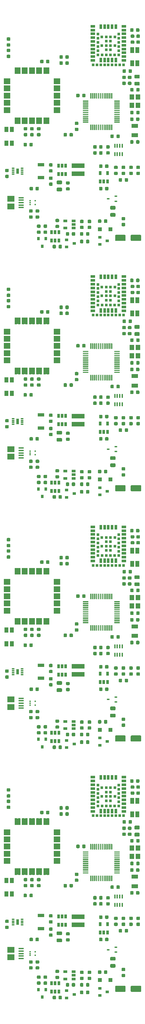
<source format=gtp>
%MOIN*%
%OFA0B0*%
%FSLAX46Y46*%
%IPPOS*%
%LPD*%
%ADD10C,0.0059*%
%ADD11R,0.027559055118110236X0.017716535433070866*%
%ADD12R,0.015748031496062995X0.041732283464566935*%
%ADD13R,0.047244094488188976X0.055118110236220472*%
%ADD14R,0.059055118110236227X0.070866141732283464*%
%ADD15R,0.070866141732283464X0.059055118110236227*%
%ADD16R,0.0078740157480314977X0.03937007874015748*%
%ADD17R,0.031496062992125991X0.011811023622047244*%
%ADD18R,0.0452755905511811X0.027559055118110236*%
%ADD19R,0.027559055118110236X0.0452755905511811*%
%ADD20R,0.027559055118110236X0.027559055118110236*%
%ADD21R,0.13385826771653545X0.051181102362204731*%
%ADD22R,0.035433070866141732X0.031496062992125991*%
%ADD23R,0.025590551181102365X0.041732283464566935*%
%ADD24R,0.041732283464566935X0.025590551181102365*%
%ADD25R,0.074803149606299218X0.059055118110236227*%
%ADD26R,0.053149606299212608X0.015748031496062995*%
%ADD27R,0.03937007874015748X0.059055118110236227*%
%ADD28R,0.031496062992125991X0.035433070866141732*%
%ADD29R,0.017716535433070866X0.011811023622047244*%
%ADD30R,0.043307086614173235X0.043307086614173235*%
%ADD31R,0.070866141732283464X0.03937007874015748*%
%ADD32R,0.066929133858267723X0.035433070866141732*%
%ADD33R,0.041338582677165357X0.055118110236220472*%
%ADD44C,0.0059*%
%ADD45R,0.027559055118110236X0.017716535433070866*%
%ADD46R,0.015748031496062995X0.041732283464566935*%
%ADD47R,0.047244094488188976X0.055118110236220472*%
%ADD48R,0.059055118110236227X0.070866141732283464*%
%ADD49R,0.070866141732283464X0.059055118110236227*%
%ADD50R,0.0078740157480314977X0.03937007874015748*%
%ADD51R,0.031496062992125991X0.011811023622047244*%
%ADD52R,0.0452755905511811X0.027559055118110236*%
%ADD53R,0.027559055118110236X0.0452755905511811*%
%ADD54R,0.027559055118110236X0.027559055118110236*%
%ADD55R,0.13385826771653545X0.051181102362204731*%
%ADD56R,0.035433070866141732X0.031496062992125991*%
%ADD57R,0.025590551181102365X0.041732283464566935*%
%ADD58R,0.041732283464566935X0.025590551181102365*%
%ADD59R,0.074803149606299218X0.059055118110236227*%
%ADD60R,0.053149606299212608X0.015748031496062995*%
%ADD61R,0.03937007874015748X0.059055118110236227*%
%ADD62R,0.031496062992125991X0.035433070866141732*%
%ADD63R,0.017716535433070866X0.011811023622047244*%
%ADD64R,0.043307086614173235X0.043307086614173235*%
%ADD65R,0.070866141732283464X0.03937007874015748*%
%ADD66R,0.066929133858267723X0.035433070866141732*%
%ADD67R,0.041338582677165357X0.055118110236220472*%
%ADD68C,0.0059*%
%ADD69R,0.027559055118110236X0.017716535433070866*%
%ADD70R,0.015748031496062995X0.041732283464566935*%
%ADD71R,0.047244094488188976X0.055118110236220472*%
%ADD72R,0.059055118110236227X0.070866141732283464*%
%ADD73R,0.070866141732283464X0.059055118110236227*%
%ADD74R,0.0078740157480314977X0.03937007874015748*%
%ADD75R,0.031496062992125991X0.011811023622047244*%
%ADD76R,0.0452755905511811X0.027559055118110236*%
%ADD77R,0.027559055118110236X0.0452755905511811*%
%ADD78R,0.027559055118110236X0.027559055118110236*%
%ADD79R,0.13385826771653545X0.051181102362204731*%
%ADD80R,0.035433070866141732X0.031496062992125991*%
%ADD81R,0.025590551181102365X0.041732283464566935*%
%ADD82R,0.041732283464566935X0.025590551181102365*%
%ADD83R,0.074803149606299218X0.059055118110236227*%
%ADD84R,0.053149606299212608X0.015748031496062995*%
%ADD85R,0.03937007874015748X0.059055118110236227*%
%ADD86R,0.031496062992125991X0.035433070866141732*%
%ADD87R,0.017716535433070866X0.011811023622047244*%
%ADD88R,0.043307086614173235X0.043307086614173235*%
%ADD89R,0.070866141732283464X0.03937007874015748*%
%ADD90R,0.066929133858267723X0.035433070866141732*%
%ADD91R,0.041338582677165357X0.055118110236220472*%
%ADD92C,0.0059*%
%ADD93R,0.027559055118110236X0.017716535433070866*%
%ADD94R,0.015748031496062995X0.041732283464566935*%
%ADD95R,0.047244094488188976X0.055118110236220472*%
%ADD96R,0.059055118110236227X0.070866141732283464*%
%ADD97R,0.070866141732283464X0.059055118110236227*%
%ADD98R,0.0078740157480314977X0.03937007874015748*%
%ADD99R,0.031496062992125991X0.011811023622047244*%
%ADD100R,0.0452755905511811X0.027559055118110236*%
%ADD101R,0.027559055118110236X0.0452755905511811*%
%ADD102R,0.027559055118110236X0.027559055118110236*%
%ADD103R,0.13385826771653545X0.051181102362204731*%
%ADD104R,0.035433070866141732X0.031496062992125991*%
%ADD105R,0.025590551181102365X0.041732283464566935*%
%ADD106R,0.041732283464566935X0.025590551181102365*%
%ADD107R,0.074803149606299218X0.059055118110236227*%
%ADD108R,0.053149606299212608X0.015748031496062995*%
%ADD109R,0.03937007874015748X0.059055118110236227*%
%ADD110R,0.031496062992125991X0.035433070866141732*%
%ADD111R,0.017716535433070866X0.011811023622047244*%
%ADD112R,0.043307086614173235X0.043307086614173235*%
%ADD113R,0.070866141732283464X0.03937007874015748*%
%ADD114R,0.066929133858267723X0.035433070866141732*%
%ADD115R,0.041338582677165357X0.055118110236220472*%
D10*
G36*
X0000561417Y0001780629D02*
G01*
X0000561417Y0001757794D01*
X0000533070Y0001757794D01*
X0000533070Y0001780629D01*
X0000561417Y0001780629D01*
G37*
G36*
X0000600787Y0001780629D02*
G01*
X0000600787Y0001757794D01*
X0000572440Y0001757794D01*
X0000572440Y0001780629D01*
X0000600787Y0001780629D01*
G37*
G36*
X0000561417Y0001746771D02*
G01*
X0000561417Y0001723936D01*
X0000533070Y0001723936D01*
X0000533070Y0001746771D01*
X0000561417Y0001746771D01*
G37*
G36*
X0000600787Y0001746771D02*
G01*
X0000600787Y0001723936D01*
X0000572440Y0001723936D01*
X0000572440Y0001746771D01*
X0000600787Y0001746771D01*
G37*
G36*
X0000561417Y0001705826D02*
G01*
X0000561417Y0001682991D01*
X0000533070Y0001682991D01*
X0000533070Y0001705826D01*
X0000561417Y0001705826D01*
G37*
G36*
X0000600787Y0001705826D02*
G01*
X0000600787Y0001682991D01*
X0000572440Y0001682991D01*
X0000572440Y0001705826D01*
X0000600787Y0001705826D01*
G37*
G36*
X0000561417Y0001671967D02*
G01*
X0000561417Y0001649133D01*
X0000533070Y0001649133D01*
X0000533070Y0001671967D01*
X0000561417Y0001671967D01*
G37*
G36*
X0000600787Y0001671967D02*
G01*
X0000600787Y0001649133D01*
X0000572440Y0001649133D01*
X0000572440Y0001671967D01*
X0000600787Y0001671967D01*
G37*
G36*
X0000561417Y0001631023D02*
G01*
X0000561417Y0001608188D01*
X0000533070Y0001608188D01*
X0000533070Y0001631023D01*
X0000561417Y0001631023D01*
G37*
G36*
X0000600787Y0001631023D02*
G01*
X0000600787Y0001608188D01*
X0000572440Y0001608188D01*
X0000572440Y0001631023D01*
X0000600787Y0001631023D01*
G37*
G36*
X0000561417Y0001597164D02*
G01*
X0000561417Y0001574330D01*
X0000533070Y0001574330D01*
X0000533070Y0001597164D01*
X0000561417Y0001597164D01*
G37*
G36*
X0000600787Y0001597164D02*
G01*
X0000600787Y0001574330D01*
X0000572440Y0001574330D01*
X0000572440Y0001597164D01*
X0000600787Y0001597164D01*
G37*
G36*
X0000561417Y0001556219D02*
G01*
X0000561417Y0001533385D01*
X0000533070Y0001533385D01*
X0000533070Y0001556219D01*
X0000561417Y0001556219D01*
G37*
G36*
X0000600787Y0001556219D02*
G01*
X0000600787Y0001533385D01*
X0000572440Y0001533385D01*
X0000572440Y0001556219D01*
X0000600787Y0001556219D01*
G37*
G36*
X0000561417Y0001522361D02*
G01*
X0000561417Y0001499527D01*
X0000533070Y0001499527D01*
X0000533070Y0001522361D01*
X0000561417Y0001522361D01*
G37*
G36*
X0000600787Y0001522361D02*
G01*
X0000600787Y0001499527D01*
X0000572440Y0001499527D01*
X0000572440Y0001522361D01*
X0000600787Y0001522361D01*
G37*
G36*
X0000561417Y0001481416D02*
G01*
X0000561417Y0001458582D01*
X0000533070Y0001458582D01*
X0000533070Y0001481416D01*
X0000561417Y0001481416D01*
G37*
G36*
X0000600787Y0001481416D02*
G01*
X0000600787Y0001458582D01*
X0000572440Y0001458582D01*
X0000572440Y0001481416D01*
X0000600787Y0001481416D01*
G37*
G36*
X0000561417Y0001447558D02*
G01*
X0000561417Y0001424723D01*
X0000533070Y0001424723D01*
X0000533070Y0001447558D01*
X0000561417Y0001447558D01*
G37*
G36*
X0000600787Y0001447558D02*
G01*
X0000600787Y0001424723D01*
X0000572440Y0001424723D01*
X0000572440Y0001447558D01*
X0000600787Y0001447558D01*
G37*
G36*
X0000041732Y0001780629D02*
G01*
X0000041732Y0001757794D01*
X0000013385Y0001757794D01*
X0000013385Y0001780629D01*
X0000041732Y0001780629D01*
G37*
G36*
X0000081102Y0001780629D02*
G01*
X0000081102Y0001757794D01*
X0000052755Y0001757794D01*
X0000052755Y0001780629D01*
X0000081102Y0001780629D01*
G37*
G36*
X0000041732Y0001746771D02*
G01*
X0000041732Y0001723936D01*
X0000013385Y0001723936D01*
X0000013385Y0001746771D01*
X0000041732Y0001746771D01*
G37*
G36*
X0000081102Y0001746771D02*
G01*
X0000081102Y0001723936D01*
X0000052755Y0001723936D01*
X0000052755Y0001746771D01*
X0000081102Y0001746771D01*
G37*
G36*
X0000041732Y0001705826D02*
G01*
X0000041732Y0001682991D01*
X0000013385Y0001682991D01*
X0000013385Y0001705826D01*
X0000041732Y0001705826D01*
G37*
G36*
X0000081102Y0001705826D02*
G01*
X0000081102Y0001682991D01*
X0000052755Y0001682991D01*
X0000052755Y0001705826D01*
X0000081102Y0001705826D01*
G37*
G36*
X0000041732Y0001671967D02*
G01*
X0000041732Y0001649133D01*
X0000013385Y0001649133D01*
X0000013385Y0001671967D01*
X0000041732Y0001671967D01*
G37*
G36*
X0000081102Y0001671967D02*
G01*
X0000081102Y0001649133D01*
X0000052755Y0001649133D01*
X0000052755Y0001671967D01*
X0000081102Y0001671967D01*
G37*
G36*
X0000041732Y0001631023D02*
G01*
X0000041732Y0001608188D01*
X0000013385Y0001608188D01*
X0000013385Y0001631023D01*
X0000041732Y0001631023D01*
G37*
G36*
X0000081102Y0001631023D02*
G01*
X0000081102Y0001608188D01*
X0000052755Y0001608188D01*
X0000052755Y0001631023D01*
X0000081102Y0001631023D01*
G37*
G36*
X0000041732Y0001597164D02*
G01*
X0000041732Y0001574330D01*
X0000013385Y0001574330D01*
X0000013385Y0001597164D01*
X0000041732Y0001597164D01*
G37*
G36*
X0000081102Y0001597164D02*
G01*
X0000081102Y0001574330D01*
X0000052755Y0001574330D01*
X0000052755Y0001597164D01*
X0000081102Y0001597164D01*
G37*
G36*
X0000041732Y0001556219D02*
G01*
X0000041732Y0001533385D01*
X0000013385Y0001533385D01*
X0000013385Y0001556219D01*
X0000041732Y0001556219D01*
G37*
G36*
X0000081102Y0001556219D02*
G01*
X0000081102Y0001533385D01*
X0000052755Y0001533385D01*
X0000052755Y0001556219D01*
X0000081102Y0001556219D01*
G37*
G36*
X0000041732Y0001522361D02*
G01*
X0000041732Y0001499527D01*
X0000013385Y0001499527D01*
X0000013385Y0001522361D01*
X0000041732Y0001522361D01*
G37*
G36*
X0000081102Y0001522361D02*
G01*
X0000081102Y0001499527D01*
X0000052755Y0001499527D01*
X0000052755Y0001522361D01*
X0000081102Y0001522361D01*
G37*
G36*
X0000041732Y0001481416D02*
G01*
X0000041732Y0001458582D01*
X0000013385Y0001458582D01*
X0000013385Y0001481416D01*
X0000041732Y0001481416D01*
G37*
G36*
X0000081102Y0001481416D02*
G01*
X0000081102Y0001458582D01*
X0000052755Y0001458582D01*
X0000052755Y0001481416D01*
X0000081102Y0001481416D01*
G37*
G36*
X0000041732Y0001447558D02*
G01*
X0000041732Y0001424723D01*
X0000013385Y0001424723D01*
X0000013385Y0001447558D01*
X0000041732Y0001447558D01*
G37*
G36*
X0000081102Y0001447558D02*
G01*
X0000081102Y0001424723D01*
X0000052755Y0001424723D01*
X0000052755Y0001447558D01*
X0000081102Y0001447558D01*
G37*
G36*
X0000129133Y0001857007D02*
G01*
X0000151968Y0001857007D01*
X0000151968Y0001828660D01*
X0000129133Y0001828660D01*
X0000129133Y0001857007D01*
G37*
G36*
X0000129133Y0001896377D02*
G01*
X0000151968Y0001896377D01*
X0000151968Y0001868030D01*
X0000129133Y0001868030D01*
X0000129133Y0001896377D01*
G37*
G36*
X0000162992Y0001857007D02*
G01*
X0000185826Y0001857007D01*
X0000185826Y0001828660D01*
X0000162992Y0001828660D01*
X0000162992Y0001857007D01*
G37*
G36*
X0000162992Y0001896377D02*
G01*
X0000185826Y0001896377D01*
X0000185826Y0001868030D01*
X0000162992Y0001868030D01*
X0000162992Y0001896377D01*
G37*
G36*
X0000203937Y0001857007D02*
G01*
X0000226771Y0001857007D01*
X0000226771Y0001828660D01*
X0000203937Y0001828660D01*
X0000203937Y0001857007D01*
G37*
G36*
X0000203937Y0001896377D02*
G01*
X0000226771Y0001896377D01*
X0000226771Y0001868030D01*
X0000203937Y0001868030D01*
X0000203937Y0001896377D01*
G37*
G36*
X0000237795Y0001857007D02*
G01*
X0000260629Y0001857007D01*
X0000260629Y0001828660D01*
X0000237795Y0001828660D01*
X0000237795Y0001857007D01*
G37*
G36*
X0000237795Y0001896377D02*
G01*
X0000260629Y0001896377D01*
X0000260629Y0001868030D01*
X0000237795Y0001868030D01*
X0000237795Y0001896377D01*
G37*
G36*
X0000428346Y0001857007D02*
G01*
X0000451181Y0001857007D01*
X0000451181Y0001828660D01*
X0000428346Y0001828660D01*
X0000428346Y0001857007D01*
G37*
G36*
X0000428346Y0001896377D02*
G01*
X0000451181Y0001896377D01*
X0000451181Y0001868030D01*
X0000428346Y0001868030D01*
X0000428346Y0001896377D01*
G37*
G36*
X0000462204Y0001857007D02*
G01*
X0000485039Y0001857007D01*
X0000485039Y0001828660D01*
X0000462204Y0001828660D01*
X0000462204Y0001857007D01*
G37*
G36*
X0000462204Y0001896377D02*
G01*
X0000485039Y0001896377D01*
X0000485039Y0001868030D01*
X0000462204Y0001868030D01*
X0000462204Y0001896377D01*
G37*
G36*
X0000353543Y0001857007D02*
G01*
X0000376377Y0001857007D01*
X0000376377Y0001828660D01*
X0000353543Y0001828660D01*
X0000353543Y0001857007D01*
G37*
G36*
X0000353543Y0001896377D02*
G01*
X0000376377Y0001896377D01*
X0000376377Y0001868030D01*
X0000353543Y0001868030D01*
X0000353543Y0001896377D01*
G37*
G36*
X0000387401Y0001857007D02*
G01*
X0000410236Y0001857007D01*
X0000410236Y0001828660D01*
X0000387401Y0001828660D01*
X0000387401Y0001857007D01*
G37*
G36*
X0000387401Y0001896377D02*
G01*
X0000410236Y0001896377D01*
X0000410236Y0001868030D01*
X0000387401Y0001868030D01*
X0000387401Y0001896377D01*
G37*
G36*
X0000278740Y0001857007D02*
G01*
X0000301574Y0001857007D01*
X0000301574Y0001828660D01*
X0000278740Y0001828660D01*
X0000278740Y0001857007D01*
G37*
G36*
X0000278740Y0001896377D02*
G01*
X0000301574Y0001896377D01*
X0000301574Y0001868030D01*
X0000278740Y0001868030D01*
X0000278740Y0001896377D01*
G37*
G36*
X0000312598Y0001857007D02*
G01*
X0000335433Y0001857007D01*
X0000335433Y0001828660D01*
X0000312598Y0001828660D01*
X0000312598Y0001857007D01*
G37*
G36*
X0000312598Y0001896377D02*
G01*
X0000335433Y0001896377D01*
X0000335433Y0001868030D01*
X0000312598Y0001868030D01*
X0000312598Y0001896377D01*
G37*
G36*
X0000428346Y0001337322D02*
G01*
X0000451181Y0001337322D01*
X0000451181Y0001308975D01*
X0000428346Y0001308975D01*
X0000428346Y0001337322D01*
G37*
G36*
X0000428346Y0001376692D02*
G01*
X0000451181Y0001376692D01*
X0000451181Y0001348345D01*
X0000428346Y0001348345D01*
X0000428346Y0001376692D01*
G37*
G36*
X0000462204Y0001337322D02*
G01*
X0000485039Y0001337322D01*
X0000485039Y0001308975D01*
X0000462204Y0001308975D01*
X0000462204Y0001337322D01*
G37*
G36*
X0000462204Y0001376692D02*
G01*
X0000485039Y0001376692D01*
X0000485039Y0001348345D01*
X0000462204Y0001348345D01*
X0000462204Y0001376692D01*
G37*
G36*
X0000353543Y0001337322D02*
G01*
X0000376377Y0001337322D01*
X0000376377Y0001308975D01*
X0000353543Y0001308975D01*
X0000353543Y0001337322D01*
G37*
G36*
X0000353543Y0001376692D02*
G01*
X0000376377Y0001376692D01*
X0000376377Y0001348345D01*
X0000353543Y0001348345D01*
X0000353543Y0001376692D01*
G37*
G36*
X0000387401Y0001337322D02*
G01*
X0000410236Y0001337322D01*
X0000410236Y0001308975D01*
X0000387401Y0001308975D01*
X0000387401Y0001337322D01*
G37*
G36*
X0000387401Y0001376692D02*
G01*
X0000410236Y0001376692D01*
X0000410236Y0001348345D01*
X0000387401Y0001348345D01*
X0000387401Y0001376692D01*
G37*
G36*
X0000278740Y0001337322D02*
G01*
X0000301574Y0001337322D01*
X0000301574Y0001308975D01*
X0000278740Y0001308975D01*
X0000278740Y0001337322D01*
G37*
G36*
X0000278740Y0001376692D02*
G01*
X0000301574Y0001376692D01*
X0000301574Y0001348345D01*
X0000278740Y0001348345D01*
X0000278740Y0001376692D01*
G37*
G36*
X0000312598Y0001337322D02*
G01*
X0000335433Y0001337322D01*
X0000335433Y0001308975D01*
X0000312598Y0001308975D01*
X0000312598Y0001337322D01*
G37*
G36*
X0000312598Y0001376692D02*
G01*
X0000335433Y0001376692D01*
X0000335433Y0001348345D01*
X0000312598Y0001348345D01*
X0000312598Y0001376692D01*
G37*
G36*
X0000203937Y0001337322D02*
G01*
X0000226771Y0001337322D01*
X0000226771Y0001308975D01*
X0000203937Y0001308975D01*
X0000203937Y0001337322D01*
G37*
G36*
X0000203937Y0001376692D02*
G01*
X0000226771Y0001376692D01*
X0000226771Y0001348345D01*
X0000203937Y0001348345D01*
X0000203937Y0001376692D01*
G37*
G36*
X0000237795Y0001337322D02*
G01*
X0000260629Y0001337322D01*
X0000260629Y0001308975D01*
X0000237795Y0001308975D01*
X0000237795Y0001337322D01*
G37*
G36*
X0000237795Y0001376692D02*
G01*
X0000260629Y0001376692D01*
X0000260629Y0001348345D01*
X0000237795Y0001348345D01*
X0000237795Y0001376692D01*
G37*
G36*
X0000129133Y0001337322D02*
G01*
X0000151968Y0001337322D01*
X0000151968Y0001308975D01*
X0000129133Y0001308975D01*
X0000129133Y0001337322D01*
G37*
G36*
X0000129133Y0001376692D02*
G01*
X0000151968Y0001376692D01*
X0000151968Y0001348345D01*
X0000129133Y0001348345D01*
X0000129133Y0001376692D01*
G37*
G36*
X0000162992Y0001337322D02*
G01*
X0000185826Y0001337322D01*
X0000185826Y0001308975D01*
X0000162992Y0001308975D01*
X0000162992Y0001337322D01*
G37*
G36*
X0000162992Y0001376692D02*
G01*
X0000185826Y0001376692D01*
X0000185826Y0001348345D01*
X0000162992Y0001348345D01*
X0000162992Y0001376692D01*
G37*
G36*
X0000144280Y0000846180D02*
G01*
X0000170669Y0000846180D01*
X0000170669Y0000792220D01*
X0000144280Y0000792220D01*
X0000144280Y0000846180D01*
G37*
G36*
X0000246168Y0001113461D02*
G01*
X0000247004Y0001113337D01*
X0000247824Y0001113132D01*
X0000248620Y0001112847D01*
X0000249384Y0001112486D01*
X0000250109Y0001112052D01*
X0000250788Y0001111548D01*
X0000251414Y0001110980D01*
X0000251982Y0001110354D01*
X0000252485Y0001109675D01*
X0000252920Y0001108950D01*
X0000253281Y0001108186D01*
X0000253566Y0001107391D01*
X0000253771Y0001106571D01*
X0000253895Y0001105735D01*
X0000253937Y0001104891D01*
X0000253937Y0001084714D01*
X0000253895Y0001083869D01*
X0000253771Y0001083033D01*
X0000253566Y0001082214D01*
X0000253281Y0001081418D01*
X0000252920Y0001080654D01*
X0000252485Y0001079929D01*
X0000251982Y0001079250D01*
X0000251414Y0001078624D01*
X0000250788Y0001078056D01*
X0000250109Y0001077553D01*
X0000249384Y0001077118D01*
X0000248620Y0001076757D01*
X0000247824Y0001076472D01*
X0000247004Y0001076267D01*
X0000246168Y0001076143D01*
X0000245324Y0001076101D01*
X0000228100Y0001076101D01*
X0000227256Y0001076143D01*
X0000226420Y0001076267D01*
X0000225600Y0001076472D01*
X0000224804Y0001076757D01*
X0000224040Y0001077118D01*
X0000223315Y0001077553D01*
X0000222636Y0001078056D01*
X0000222010Y0001078624D01*
X0000221443Y0001079250D01*
X0000220939Y0001079929D01*
X0000220505Y0001080654D01*
X0000220143Y0001081418D01*
X0000219859Y0001082214D01*
X0000219653Y0001083033D01*
X0000219529Y0001083869D01*
X0000219488Y0001084714D01*
X0000219488Y0001104891D01*
X0000219529Y0001105735D01*
X0000219653Y0001106571D01*
X0000219859Y0001107391D01*
X0000220143Y0001108186D01*
X0000220505Y0001108950D01*
X0000220939Y0001109675D01*
X0000221443Y0001110354D01*
X0000222010Y0001110980D01*
X0000222636Y0001111548D01*
X0000223315Y0001112052D01*
X0000224040Y0001112486D01*
X0000224804Y0001112847D01*
X0000225600Y0001113132D01*
X0000226420Y0001113337D01*
X0000227256Y0001113461D01*
X0000228100Y0001113503D01*
X0000245324Y0001113503D01*
X0000246168Y0001113461D01*
G37*
G36*
X0000308176Y0001113461D02*
G01*
X0000309012Y0001113337D01*
X0000309832Y0001113132D01*
X0000310628Y0001112847D01*
X0000311392Y0001112486D01*
X0000312117Y0001112052D01*
X0000312796Y0001111548D01*
X0000313422Y0001110980D01*
X0000313990Y0001110354D01*
X0000314493Y0001109675D01*
X0000314927Y0001108950D01*
X0000315289Y0001108186D01*
X0000315574Y0001107391D01*
X0000315779Y0001106571D01*
X0000315903Y0001105735D01*
X0000315944Y0001104891D01*
X0000315944Y0001084714D01*
X0000315903Y0001083869D01*
X0000315779Y0001083033D01*
X0000315574Y0001082214D01*
X0000315289Y0001081418D01*
X0000314927Y0001080654D01*
X0000314493Y0001079929D01*
X0000313990Y0001079250D01*
X0000313422Y0001078624D01*
X0000312796Y0001078056D01*
X0000312117Y0001077553D01*
X0000311392Y0001077118D01*
X0000310628Y0001076757D01*
X0000309832Y0001076472D01*
X0000309012Y0001076267D01*
X0000308176Y0001076143D01*
X0000307332Y0001076101D01*
X0000290108Y0001076101D01*
X0000289264Y0001076143D01*
X0000288428Y0001076267D01*
X0000287608Y0001076472D01*
X0000286812Y0001076757D01*
X0000286048Y0001077118D01*
X0000285323Y0001077553D01*
X0000284644Y0001078056D01*
X0000284018Y0001078624D01*
X0000283450Y0001079250D01*
X0000282947Y0001079929D01*
X0000282512Y0001080654D01*
X0000282151Y0001081418D01*
X0000281866Y0001082214D01*
X0000281661Y0001083033D01*
X0000281537Y0001083869D01*
X0000281496Y0001084714D01*
X0000281496Y0001104891D01*
X0000281537Y0001105735D01*
X0000281661Y0001106571D01*
X0000281866Y0001107391D01*
X0000282151Y0001108186D01*
X0000282512Y0001108950D01*
X0000282947Y0001109675D01*
X0000283450Y0001110354D01*
X0000284018Y0001110980D01*
X0000284644Y0001111548D01*
X0000285323Y0001112052D01*
X0000286048Y0001112486D01*
X0000286812Y0001112847D01*
X0000287608Y0001113132D01*
X0000288428Y0001113337D01*
X0000289264Y0001113461D01*
X0000290108Y0001113503D01*
X0000307332Y0001113503D01*
X0000308176Y0001113461D01*
G37*
G36*
X0001140707Y0001302465D02*
G01*
X0001140994Y0001302423D01*
X0001141275Y0001302352D01*
X0001141548Y0001302255D01*
X0001141810Y0001302131D01*
X0001142058Y0001301982D01*
X0001142291Y0001301809D01*
X0001142506Y0001301614D01*
X0001142700Y0001301400D01*
X0001142873Y0001301167D01*
X0001143022Y0001300918D01*
X0001143146Y0001300657D01*
X0001143243Y0001300384D01*
X0001143314Y0001300103D01*
X0001143356Y0001299816D01*
X0001143371Y0001299527D01*
X0001143371Y0001247361D01*
X0001143356Y0001247072D01*
X0001143314Y0001246785D01*
X0001143243Y0001246504D01*
X0001143146Y0001246231D01*
X0001143022Y0001245969D01*
X0001142873Y0001245721D01*
X0001142700Y0001245488D01*
X0001142506Y0001245273D01*
X0001142291Y0001245079D01*
X0001142058Y0001244906D01*
X0001141810Y0001244757D01*
X0001141548Y0001244633D01*
X0001141275Y0001244536D01*
X0001140994Y0001244465D01*
X0001140707Y0001244423D01*
X0001140418Y0001244408D01*
X0001134512Y0001244408D01*
X0001134223Y0001244423D01*
X0001133936Y0001244465D01*
X0001133655Y0001244536D01*
X0001133382Y0001244633D01*
X0001133120Y0001244757D01*
X0001132872Y0001244906D01*
X0001132639Y0001245079D01*
X0001132424Y0001245273D01*
X0001132230Y0001245488D01*
X0001132057Y0001245721D01*
X0001131908Y0001245969D01*
X0001131784Y0001246231D01*
X0001131687Y0001246504D01*
X0001131616Y0001246785D01*
X0001131574Y0001247072D01*
X0001131560Y0001247361D01*
X0001131560Y0001299527D01*
X0001131574Y0001299816D01*
X0001131616Y0001300103D01*
X0001131687Y0001300384D01*
X0001131784Y0001300657D01*
X0001131908Y0001300918D01*
X0001132057Y0001301167D01*
X0001132230Y0001301400D01*
X0001132424Y0001301614D01*
X0001132639Y0001301809D01*
X0001132872Y0001301982D01*
X0001133120Y0001302131D01*
X0001133382Y0001302255D01*
X0001133655Y0001302352D01*
X0001133936Y0001302423D01*
X0001134223Y0001302465D01*
X0001134512Y0001302479D01*
X0001140418Y0001302479D01*
X0001140707Y0001302465D01*
G37*
G36*
X0001121022Y0001302465D02*
G01*
X0001121309Y0001302423D01*
X0001121590Y0001302352D01*
X0001121863Y0001302255D01*
X0001122125Y0001302131D01*
X0001122373Y0001301982D01*
X0001122606Y0001301809D01*
X0001122821Y0001301614D01*
X0001123015Y0001301400D01*
X0001123188Y0001301167D01*
X0001123337Y0001300918D01*
X0001123461Y0001300657D01*
X0001123558Y0001300384D01*
X0001123629Y0001300103D01*
X0001123671Y0001299816D01*
X0001123685Y0001299527D01*
X0001123685Y0001247361D01*
X0001123671Y0001247072D01*
X0001123629Y0001246785D01*
X0001123558Y0001246504D01*
X0001123461Y0001246231D01*
X0001123337Y0001245969D01*
X0001123188Y0001245721D01*
X0001123015Y0001245488D01*
X0001122821Y0001245273D01*
X0001122606Y0001245079D01*
X0001122373Y0001244906D01*
X0001122125Y0001244757D01*
X0001121863Y0001244633D01*
X0001121590Y0001244536D01*
X0001121309Y0001244465D01*
X0001121022Y0001244423D01*
X0001120733Y0001244408D01*
X0001114827Y0001244408D01*
X0001114538Y0001244423D01*
X0001114251Y0001244465D01*
X0001113970Y0001244536D01*
X0001113697Y0001244633D01*
X0001113435Y0001244757D01*
X0001113187Y0001244906D01*
X0001112954Y0001245079D01*
X0001112739Y0001245273D01*
X0001112545Y0001245488D01*
X0001112372Y0001245721D01*
X0001112223Y0001245969D01*
X0001112099Y0001246231D01*
X0001112002Y0001246504D01*
X0001111931Y0001246785D01*
X0001111889Y0001247072D01*
X0001111874Y0001247361D01*
X0001111874Y0001299527D01*
X0001111889Y0001299816D01*
X0001111931Y0001300103D01*
X0001112002Y0001300384D01*
X0001112099Y0001300657D01*
X0001112223Y0001300918D01*
X0001112372Y0001301167D01*
X0001112545Y0001301400D01*
X0001112739Y0001301614D01*
X0001112954Y0001301809D01*
X0001113187Y0001301982D01*
X0001113435Y0001302131D01*
X0001113697Y0001302255D01*
X0001113970Y0001302352D01*
X0001114251Y0001302423D01*
X0001114538Y0001302465D01*
X0001114827Y0001302479D01*
X0001120733Y0001302479D01*
X0001121022Y0001302465D01*
G37*
G36*
X0001101337Y0001302465D02*
G01*
X0001101624Y0001302423D01*
X0001101905Y0001302352D01*
X0001102178Y0001302255D01*
X0001102440Y0001302131D01*
X0001102688Y0001301982D01*
X0001102921Y0001301809D01*
X0001103136Y0001301614D01*
X0001103330Y0001301400D01*
X0001103503Y0001301167D01*
X0001103652Y0001300918D01*
X0001103776Y0001300657D01*
X0001103873Y0001300384D01*
X0001103944Y0001300103D01*
X0001103986Y0001299816D01*
X0001104000Y0001299527D01*
X0001104000Y0001247361D01*
X0001103986Y0001247072D01*
X0001103944Y0001246785D01*
X0001103873Y0001246504D01*
X0001103776Y0001246231D01*
X0001103652Y0001245969D01*
X0001103503Y0001245721D01*
X0001103330Y0001245488D01*
X0001103136Y0001245273D01*
X0001102921Y0001245079D01*
X0001102688Y0001244906D01*
X0001102440Y0001244757D01*
X0001102178Y0001244633D01*
X0001101905Y0001244536D01*
X0001101624Y0001244465D01*
X0001101337Y0001244423D01*
X0001101048Y0001244408D01*
X0001095142Y0001244408D01*
X0001094853Y0001244423D01*
X0001094566Y0001244465D01*
X0001094285Y0001244536D01*
X0001094012Y0001244633D01*
X0001093750Y0001244757D01*
X0001093502Y0001244906D01*
X0001093269Y0001245079D01*
X0001093054Y0001245273D01*
X0001092860Y0001245488D01*
X0001092687Y0001245721D01*
X0001092538Y0001245969D01*
X0001092414Y0001246231D01*
X0001092317Y0001246504D01*
X0001092246Y0001246785D01*
X0001092204Y0001247072D01*
X0001092189Y0001247361D01*
X0001092189Y0001299527D01*
X0001092204Y0001299816D01*
X0001092246Y0001300103D01*
X0001092317Y0001300384D01*
X0001092414Y0001300657D01*
X0001092538Y0001300918D01*
X0001092687Y0001301167D01*
X0001092860Y0001301400D01*
X0001093054Y0001301614D01*
X0001093269Y0001301809D01*
X0001093502Y0001301982D01*
X0001093750Y0001302131D01*
X0001094012Y0001302255D01*
X0001094285Y0001302352D01*
X0001094566Y0001302423D01*
X0001094853Y0001302465D01*
X0001095142Y0001302479D01*
X0001101048Y0001302479D01*
X0001101337Y0001302465D01*
G37*
G36*
X0001081652Y0001302465D02*
G01*
X0001081939Y0001302423D01*
X0001082220Y0001302352D01*
X0001082493Y0001302255D01*
X0001082755Y0001302131D01*
X0001083003Y0001301982D01*
X0001083236Y0001301809D01*
X0001083451Y0001301614D01*
X0001083645Y0001301400D01*
X0001083818Y0001301167D01*
X0001083967Y0001300918D01*
X0001084091Y0001300657D01*
X0001084188Y0001300384D01*
X0001084259Y0001300103D01*
X0001084301Y0001299816D01*
X0001084315Y0001299527D01*
X0001084315Y0001247361D01*
X0001084301Y0001247072D01*
X0001084259Y0001246785D01*
X0001084188Y0001246504D01*
X0001084091Y0001246231D01*
X0001083967Y0001245969D01*
X0001083818Y0001245721D01*
X0001083645Y0001245488D01*
X0001083451Y0001245273D01*
X0001083236Y0001245079D01*
X0001083003Y0001244906D01*
X0001082755Y0001244757D01*
X0001082493Y0001244633D01*
X0001082220Y0001244536D01*
X0001081939Y0001244465D01*
X0001081652Y0001244423D01*
X0001081363Y0001244408D01*
X0001075457Y0001244408D01*
X0001075168Y0001244423D01*
X0001074881Y0001244465D01*
X0001074600Y0001244536D01*
X0001074327Y0001244633D01*
X0001074065Y0001244757D01*
X0001073817Y0001244906D01*
X0001073584Y0001245079D01*
X0001073369Y0001245273D01*
X0001073175Y0001245488D01*
X0001073002Y0001245721D01*
X0001072853Y0001245969D01*
X0001072729Y0001246231D01*
X0001072632Y0001246504D01*
X0001072561Y0001246785D01*
X0001072519Y0001247072D01*
X0001072504Y0001247361D01*
X0001072504Y0001299527D01*
X0001072519Y0001299816D01*
X0001072561Y0001300103D01*
X0001072632Y0001300384D01*
X0001072729Y0001300657D01*
X0001072853Y0001300918D01*
X0001073002Y0001301167D01*
X0001073175Y0001301400D01*
X0001073369Y0001301614D01*
X0001073584Y0001301809D01*
X0001073817Y0001301982D01*
X0001074065Y0001302131D01*
X0001074327Y0001302255D01*
X0001074600Y0001302352D01*
X0001074881Y0001302423D01*
X0001075168Y0001302465D01*
X0001075457Y0001302479D01*
X0001081363Y0001302479D01*
X0001081652Y0001302465D01*
G37*
G36*
X0001061967Y0001302465D02*
G01*
X0001062254Y0001302423D01*
X0001062535Y0001302352D01*
X0001062808Y0001302255D01*
X0001063070Y0001302131D01*
X0001063318Y0001301982D01*
X0001063551Y0001301809D01*
X0001063766Y0001301614D01*
X0001063960Y0001301400D01*
X0001064133Y0001301167D01*
X0001064282Y0001300918D01*
X0001064406Y0001300657D01*
X0001064503Y0001300384D01*
X0001064574Y0001300103D01*
X0001064616Y0001299816D01*
X0001064630Y0001299527D01*
X0001064630Y0001247361D01*
X0001064616Y0001247072D01*
X0001064574Y0001246785D01*
X0001064503Y0001246504D01*
X0001064406Y0001246231D01*
X0001064282Y0001245969D01*
X0001064133Y0001245721D01*
X0001063960Y0001245488D01*
X0001063766Y0001245273D01*
X0001063551Y0001245079D01*
X0001063318Y0001244906D01*
X0001063070Y0001244757D01*
X0001062808Y0001244633D01*
X0001062535Y0001244536D01*
X0001062254Y0001244465D01*
X0001061967Y0001244423D01*
X0001061678Y0001244408D01*
X0001055772Y0001244408D01*
X0001055483Y0001244423D01*
X0001055196Y0001244465D01*
X0001054915Y0001244536D01*
X0001054642Y0001244633D01*
X0001054380Y0001244757D01*
X0001054132Y0001244906D01*
X0001053899Y0001245079D01*
X0001053684Y0001245273D01*
X0001053490Y0001245488D01*
X0001053317Y0001245721D01*
X0001053168Y0001245969D01*
X0001053044Y0001246231D01*
X0001052946Y0001246504D01*
X0001052876Y0001246785D01*
X0001052834Y0001247072D01*
X0001052819Y0001247361D01*
X0001052819Y0001299527D01*
X0001052834Y0001299816D01*
X0001052876Y0001300103D01*
X0001052946Y0001300384D01*
X0001053044Y0001300657D01*
X0001053168Y0001300918D01*
X0001053317Y0001301167D01*
X0001053490Y0001301400D01*
X0001053684Y0001301614D01*
X0001053899Y0001301809D01*
X0001054132Y0001301982D01*
X0001054380Y0001302131D01*
X0001054642Y0001302255D01*
X0001054915Y0001302352D01*
X0001055196Y0001302423D01*
X0001055483Y0001302465D01*
X0001055772Y0001302479D01*
X0001061678Y0001302479D01*
X0001061967Y0001302465D01*
G37*
G36*
X0001042282Y0001302465D02*
G01*
X0001042569Y0001302423D01*
X0001042850Y0001302352D01*
X0001043123Y0001302255D01*
X0001043385Y0001302131D01*
X0001043633Y0001301982D01*
X0001043866Y0001301809D01*
X0001044080Y0001301614D01*
X0001044275Y0001301400D01*
X0001044448Y0001301167D01*
X0001044597Y0001300918D01*
X0001044721Y0001300657D01*
X0001044818Y0001300384D01*
X0001044889Y0001300103D01*
X0001044931Y0001299816D01*
X0001044945Y0001299527D01*
X0001044945Y0001247361D01*
X0001044931Y0001247072D01*
X0001044889Y0001246785D01*
X0001044818Y0001246504D01*
X0001044721Y0001246231D01*
X0001044597Y0001245969D01*
X0001044448Y0001245721D01*
X0001044275Y0001245488D01*
X0001044080Y0001245273D01*
X0001043866Y0001245079D01*
X0001043633Y0001244906D01*
X0001043385Y0001244757D01*
X0001043123Y0001244633D01*
X0001042850Y0001244536D01*
X0001042569Y0001244465D01*
X0001042282Y0001244423D01*
X0001041993Y0001244408D01*
X0001036087Y0001244408D01*
X0001035798Y0001244423D01*
X0001035511Y0001244465D01*
X0001035230Y0001244536D01*
X0001034957Y0001244633D01*
X0001034695Y0001244757D01*
X0001034447Y0001244906D01*
X0001034214Y0001245079D01*
X0001033999Y0001245273D01*
X0001033805Y0001245488D01*
X0001033632Y0001245721D01*
X0001033483Y0001245969D01*
X0001033359Y0001246231D01*
X0001033261Y0001246504D01*
X0001033191Y0001246785D01*
X0001033149Y0001247072D01*
X0001033134Y0001247361D01*
X0001033134Y0001299527D01*
X0001033149Y0001299816D01*
X0001033191Y0001300103D01*
X0001033261Y0001300384D01*
X0001033359Y0001300657D01*
X0001033483Y0001300918D01*
X0001033632Y0001301167D01*
X0001033805Y0001301400D01*
X0001033999Y0001301614D01*
X0001034214Y0001301809D01*
X0001034447Y0001301982D01*
X0001034695Y0001302131D01*
X0001034957Y0001302255D01*
X0001035230Y0001302352D01*
X0001035511Y0001302423D01*
X0001035798Y0001302465D01*
X0001036087Y0001302479D01*
X0001041993Y0001302479D01*
X0001042282Y0001302465D01*
G37*
G36*
X0001022597Y0001302465D02*
G01*
X0001022884Y0001302423D01*
X0001023165Y0001302352D01*
X0001023437Y0001302255D01*
X0001023699Y0001302131D01*
X0001023948Y0001301982D01*
X0001024181Y0001301809D01*
X0001024395Y0001301614D01*
X0001024590Y0001301400D01*
X0001024763Y0001301167D01*
X0001024912Y0001300918D01*
X0001025036Y0001300657D01*
X0001025133Y0001300384D01*
X0001025204Y0001300103D01*
X0001025246Y0001299816D01*
X0001025260Y0001299527D01*
X0001025260Y0001247361D01*
X0001025246Y0001247072D01*
X0001025204Y0001246785D01*
X0001025133Y0001246504D01*
X0001025036Y0001246231D01*
X0001024912Y0001245969D01*
X0001024763Y0001245721D01*
X0001024590Y0001245488D01*
X0001024395Y0001245273D01*
X0001024181Y0001245079D01*
X0001023948Y0001244906D01*
X0001023699Y0001244757D01*
X0001023437Y0001244633D01*
X0001023165Y0001244536D01*
X0001022884Y0001244465D01*
X0001022597Y0001244423D01*
X0001022308Y0001244408D01*
X0001016402Y0001244408D01*
X0001016113Y0001244423D01*
X0001015826Y0001244465D01*
X0001015545Y0001244536D01*
X0001015272Y0001244633D01*
X0001015010Y0001244757D01*
X0001014762Y0001244906D01*
X0001014529Y0001245079D01*
X0001014314Y0001245273D01*
X0001014120Y0001245488D01*
X0001013947Y0001245721D01*
X0001013798Y0001245969D01*
X0001013674Y0001246231D01*
X0001013576Y0001246504D01*
X0001013506Y0001246785D01*
X0001013463Y0001247072D01*
X0001013449Y0001247361D01*
X0001013449Y0001299527D01*
X0001013463Y0001299816D01*
X0001013506Y0001300103D01*
X0001013576Y0001300384D01*
X0001013674Y0001300657D01*
X0001013798Y0001300918D01*
X0001013947Y0001301167D01*
X0001014120Y0001301400D01*
X0001014314Y0001301614D01*
X0001014529Y0001301809D01*
X0001014762Y0001301982D01*
X0001015010Y0001302131D01*
X0001015272Y0001302255D01*
X0001015545Y0001302352D01*
X0001015826Y0001302423D01*
X0001016113Y0001302465D01*
X0001016402Y0001302479D01*
X0001022308Y0001302479D01*
X0001022597Y0001302465D01*
G37*
G36*
X0001002912Y0001302465D02*
G01*
X0001003199Y0001302423D01*
X0001003480Y0001302352D01*
X0001003752Y0001302255D01*
X0001004014Y0001302131D01*
X0001004263Y0001301982D01*
X0001004496Y0001301809D01*
X0001004710Y0001301614D01*
X0001004905Y0001301400D01*
X0001005078Y0001301167D01*
X0001005227Y0001300918D01*
X0001005350Y0001300657D01*
X0001005448Y0001300384D01*
X0001005519Y0001300103D01*
X0001005561Y0001299816D01*
X0001005575Y0001299527D01*
X0001005575Y0001247361D01*
X0001005561Y0001247072D01*
X0001005519Y0001246785D01*
X0001005448Y0001246504D01*
X0001005350Y0001246231D01*
X0001005227Y0001245969D01*
X0001005078Y0001245721D01*
X0001004905Y0001245488D01*
X0001004710Y0001245273D01*
X0001004496Y0001245079D01*
X0001004263Y0001244906D01*
X0001004014Y0001244757D01*
X0001003752Y0001244633D01*
X0001003480Y0001244536D01*
X0001003199Y0001244465D01*
X0001002912Y0001244423D01*
X0001002622Y0001244408D01*
X0000996717Y0001244408D01*
X0000996428Y0001244423D01*
X0000996141Y0001244465D01*
X0000995860Y0001244536D01*
X0000995587Y0001244633D01*
X0000995325Y0001244757D01*
X0000995077Y0001244906D01*
X0000994844Y0001245079D01*
X0000994629Y0001245273D01*
X0000994434Y0001245488D01*
X0000994262Y0001245721D01*
X0000994113Y0001245969D01*
X0000993989Y0001246231D01*
X0000993891Y0001246504D01*
X0000993821Y0001246785D01*
X0000993778Y0001247072D01*
X0000993764Y0001247361D01*
X0000993764Y0001299527D01*
X0000993778Y0001299816D01*
X0000993821Y0001300103D01*
X0000993891Y0001300384D01*
X0000993989Y0001300657D01*
X0000994113Y0001300918D01*
X0000994262Y0001301167D01*
X0000994434Y0001301400D01*
X0000994629Y0001301614D01*
X0000994844Y0001301809D01*
X0000995077Y0001301982D01*
X0000995325Y0001302131D01*
X0000995587Y0001302255D01*
X0000995860Y0001302352D01*
X0000996141Y0001302423D01*
X0000996428Y0001302465D01*
X0000996717Y0001302479D01*
X0001002622Y0001302479D01*
X0001002912Y0001302465D01*
G37*
G36*
X0000983227Y0001302465D02*
G01*
X0000983514Y0001302423D01*
X0000983795Y0001302352D01*
X0000984067Y0001302255D01*
X0000984329Y0001302131D01*
X0000984578Y0001301982D01*
X0000984811Y0001301809D01*
X0000985025Y0001301614D01*
X0000985220Y0001301400D01*
X0000985393Y0001301167D01*
X0000985542Y0001300918D01*
X0000985665Y0001300657D01*
X0000985763Y0001300384D01*
X0000985833Y0001300103D01*
X0000985876Y0001299816D01*
X0000985890Y0001299527D01*
X0000985890Y0001247361D01*
X0000985876Y0001247072D01*
X0000985833Y0001246785D01*
X0000985763Y0001246504D01*
X0000985665Y0001246231D01*
X0000985542Y0001245969D01*
X0000985393Y0001245721D01*
X0000985220Y0001245488D01*
X0000985025Y0001245273D01*
X0000984811Y0001245079D01*
X0000984578Y0001244906D01*
X0000984329Y0001244757D01*
X0000984067Y0001244633D01*
X0000983795Y0001244536D01*
X0000983514Y0001244465D01*
X0000983227Y0001244423D01*
X0000982937Y0001244408D01*
X0000977032Y0001244408D01*
X0000976743Y0001244423D01*
X0000976456Y0001244465D01*
X0000976175Y0001244536D01*
X0000975902Y0001244633D01*
X0000975640Y0001244757D01*
X0000975391Y0001244906D01*
X0000975159Y0001245079D01*
X0000974944Y0001245273D01*
X0000974749Y0001245488D01*
X0000974577Y0001245721D01*
X0000974428Y0001245969D01*
X0000974304Y0001246231D01*
X0000974206Y0001246504D01*
X0000974136Y0001246785D01*
X0000974093Y0001247072D01*
X0000974079Y0001247361D01*
X0000974079Y0001299527D01*
X0000974093Y0001299816D01*
X0000974136Y0001300103D01*
X0000974206Y0001300384D01*
X0000974304Y0001300657D01*
X0000974428Y0001300918D01*
X0000974577Y0001301167D01*
X0000974749Y0001301400D01*
X0000974944Y0001301614D01*
X0000975159Y0001301809D01*
X0000975391Y0001301982D01*
X0000975640Y0001302131D01*
X0000975902Y0001302255D01*
X0000976175Y0001302352D01*
X0000976456Y0001302423D01*
X0000976743Y0001302465D01*
X0000977032Y0001302479D01*
X0000982937Y0001302479D01*
X0000983227Y0001302465D01*
G37*
G36*
X0000963542Y0001302465D02*
G01*
X0000963828Y0001302423D01*
X0000964110Y0001302352D01*
X0000964382Y0001302255D01*
X0000964644Y0001302131D01*
X0000964893Y0001301982D01*
X0000965126Y0001301809D01*
X0000965340Y0001301614D01*
X0000965535Y0001301400D01*
X0000965708Y0001301167D01*
X0000965857Y0001300918D01*
X0000965980Y0001300657D01*
X0000966078Y0001300384D01*
X0000966148Y0001300103D01*
X0000966191Y0001299816D01*
X0000966205Y0001299527D01*
X0000966205Y0001247361D01*
X0000966191Y0001247072D01*
X0000966148Y0001246785D01*
X0000966078Y0001246504D01*
X0000965980Y0001246231D01*
X0000965857Y0001245969D01*
X0000965708Y0001245721D01*
X0000965535Y0001245488D01*
X0000965340Y0001245273D01*
X0000965126Y0001245079D01*
X0000964893Y0001244906D01*
X0000964644Y0001244757D01*
X0000964382Y0001244633D01*
X0000964110Y0001244536D01*
X0000963828Y0001244465D01*
X0000963542Y0001244423D01*
X0000963252Y0001244408D01*
X0000957347Y0001244408D01*
X0000957057Y0001244423D01*
X0000956771Y0001244465D01*
X0000956490Y0001244536D01*
X0000956217Y0001244633D01*
X0000955955Y0001244757D01*
X0000955706Y0001244906D01*
X0000955474Y0001245079D01*
X0000955259Y0001245273D01*
X0000955064Y0001245488D01*
X0000954892Y0001245721D01*
X0000954743Y0001245969D01*
X0000954619Y0001246231D01*
X0000954521Y0001246504D01*
X0000954451Y0001246785D01*
X0000954408Y0001247072D01*
X0000954394Y0001247361D01*
X0000954394Y0001299527D01*
X0000954408Y0001299816D01*
X0000954451Y0001300103D01*
X0000954521Y0001300384D01*
X0000954619Y0001300657D01*
X0000954743Y0001300918D01*
X0000954892Y0001301167D01*
X0000955064Y0001301400D01*
X0000955259Y0001301614D01*
X0000955474Y0001301809D01*
X0000955706Y0001301982D01*
X0000955955Y0001302131D01*
X0000956217Y0001302255D01*
X0000956490Y0001302352D01*
X0000956771Y0001302423D01*
X0000957057Y0001302465D01*
X0000957347Y0001302479D01*
X0000963252Y0001302479D01*
X0000963542Y0001302465D01*
G37*
G36*
X0000943857Y0001302465D02*
G01*
X0000944143Y0001302423D01*
X0000944425Y0001302352D01*
X0000944697Y0001302255D01*
X0000944959Y0001302131D01*
X0000945208Y0001301982D01*
X0000945441Y0001301809D01*
X0000945655Y0001301614D01*
X0000945850Y0001301400D01*
X0000946022Y0001301167D01*
X0000946171Y0001300918D01*
X0000946295Y0001300657D01*
X0000946393Y0001300384D01*
X0000946463Y0001300103D01*
X0000946506Y0001299816D01*
X0000946520Y0001299527D01*
X0000946520Y0001247361D01*
X0000946506Y0001247072D01*
X0000946463Y0001246785D01*
X0000946393Y0001246504D01*
X0000946295Y0001246231D01*
X0000946171Y0001245969D01*
X0000946022Y0001245721D01*
X0000945850Y0001245488D01*
X0000945655Y0001245273D01*
X0000945441Y0001245079D01*
X0000945208Y0001244906D01*
X0000944959Y0001244757D01*
X0000944697Y0001244633D01*
X0000944425Y0001244536D01*
X0000944143Y0001244465D01*
X0000943857Y0001244423D01*
X0000943567Y0001244408D01*
X0000937662Y0001244408D01*
X0000937372Y0001244423D01*
X0000937086Y0001244465D01*
X0000936805Y0001244536D01*
X0000936532Y0001244633D01*
X0000936270Y0001244757D01*
X0000936021Y0001244906D01*
X0000935789Y0001245079D01*
X0000935574Y0001245273D01*
X0000935379Y0001245488D01*
X0000935207Y0001245721D01*
X0000935058Y0001245969D01*
X0000934934Y0001246231D01*
X0000934836Y0001246504D01*
X0000934766Y0001246785D01*
X0000934723Y0001247072D01*
X0000934709Y0001247361D01*
X0000934709Y0001299527D01*
X0000934723Y0001299816D01*
X0000934766Y0001300103D01*
X0000934836Y0001300384D01*
X0000934934Y0001300657D01*
X0000935058Y0001300918D01*
X0000935207Y0001301167D01*
X0000935379Y0001301400D01*
X0000935574Y0001301614D01*
X0000935789Y0001301809D01*
X0000936021Y0001301982D01*
X0000936270Y0001302131D01*
X0000936532Y0001302255D01*
X0000936805Y0001302352D01*
X0000937086Y0001302423D01*
X0000937372Y0001302465D01*
X0000937662Y0001302479D01*
X0000943567Y0001302479D01*
X0000943857Y0001302465D01*
G37*
G36*
X0000924172Y0001302465D02*
G01*
X0000924458Y0001302423D01*
X0000924739Y0001302352D01*
X0000925012Y0001302255D01*
X0000925274Y0001302131D01*
X0000925523Y0001301982D01*
X0000925756Y0001301809D01*
X0000925970Y0001301614D01*
X0000926165Y0001301400D01*
X0000926337Y0001301167D01*
X0000926486Y0001300918D01*
X0000926610Y0001300657D01*
X0000926708Y0001300384D01*
X0000926778Y0001300103D01*
X0000926821Y0001299816D01*
X0000926835Y0001299527D01*
X0000926835Y0001247361D01*
X0000926821Y0001247072D01*
X0000926778Y0001246785D01*
X0000926708Y0001246504D01*
X0000926610Y0001246231D01*
X0000926486Y0001245969D01*
X0000926337Y0001245721D01*
X0000926165Y0001245488D01*
X0000925970Y0001245273D01*
X0000925756Y0001245079D01*
X0000925523Y0001244906D01*
X0000925274Y0001244757D01*
X0000925012Y0001244633D01*
X0000924739Y0001244536D01*
X0000924458Y0001244465D01*
X0000924172Y0001244423D01*
X0000923882Y0001244408D01*
X0000917977Y0001244408D01*
X0000917687Y0001244423D01*
X0000917401Y0001244465D01*
X0000917120Y0001244536D01*
X0000916847Y0001244633D01*
X0000916585Y0001244757D01*
X0000916336Y0001244906D01*
X0000916104Y0001245079D01*
X0000915889Y0001245273D01*
X0000915694Y0001245488D01*
X0000915522Y0001245721D01*
X0000915373Y0001245969D01*
X0000915249Y0001246231D01*
X0000915151Y0001246504D01*
X0000915081Y0001246785D01*
X0000915038Y0001247072D01*
X0000915024Y0001247361D01*
X0000915024Y0001299527D01*
X0000915038Y0001299816D01*
X0000915081Y0001300103D01*
X0000915151Y0001300384D01*
X0000915249Y0001300657D01*
X0000915373Y0001300918D01*
X0000915522Y0001301167D01*
X0000915694Y0001301400D01*
X0000915889Y0001301614D01*
X0000916104Y0001301809D01*
X0000916336Y0001301982D01*
X0000916585Y0001302131D01*
X0000916847Y0001302255D01*
X0000917120Y0001302352D01*
X0000917401Y0001302423D01*
X0000917687Y0001302465D01*
X0000917977Y0001302479D01*
X0000923882Y0001302479D01*
X0000924172Y0001302465D01*
G37*
G36*
X0000891691Y0001334945D02*
G01*
X0000891978Y0001334903D01*
X0000892259Y0001334832D01*
X0000892532Y0001334735D01*
X0000892794Y0001334611D01*
X0000893042Y0001334462D01*
X0000893275Y0001334289D01*
X0000893490Y0001334095D01*
X0000893685Y0001333880D01*
X0000893857Y0001333647D01*
X0000894006Y0001333399D01*
X0000894130Y0001333137D01*
X0000894228Y0001332864D01*
X0000894298Y0001332583D01*
X0000894341Y0001332296D01*
X0000894355Y0001332007D01*
X0000894355Y0001326101D01*
X0000894341Y0001325812D01*
X0000894298Y0001325525D01*
X0000894228Y0001325244D01*
X0000894130Y0001324971D01*
X0000894006Y0001324709D01*
X0000893857Y0001324461D01*
X0000893685Y0001324228D01*
X0000893490Y0001324013D01*
X0000893275Y0001323819D01*
X0000893042Y0001323646D01*
X0000892794Y0001323497D01*
X0000892532Y0001323373D01*
X0000892259Y0001323276D01*
X0000891978Y0001323205D01*
X0000891691Y0001323163D01*
X0000891402Y0001323149D01*
X0000839237Y0001323149D01*
X0000838947Y0001323163D01*
X0000838661Y0001323205D01*
X0000838380Y0001323276D01*
X0000838107Y0001323373D01*
X0000837845Y0001323497D01*
X0000837596Y0001323646D01*
X0000837363Y0001323819D01*
X0000837149Y0001324013D01*
X0000836954Y0001324228D01*
X0000836782Y0001324461D01*
X0000836633Y0001324709D01*
X0000836509Y0001324971D01*
X0000836411Y0001325244D01*
X0000836341Y0001325525D01*
X0000836298Y0001325812D01*
X0000836284Y0001326101D01*
X0000836284Y0001332007D01*
X0000836298Y0001332296D01*
X0000836341Y0001332583D01*
X0000836411Y0001332864D01*
X0000836509Y0001333137D01*
X0000836633Y0001333399D01*
X0000836782Y0001333647D01*
X0000836954Y0001333880D01*
X0000837149Y0001334095D01*
X0000837363Y0001334289D01*
X0000837596Y0001334462D01*
X0000837845Y0001334611D01*
X0000838107Y0001334735D01*
X0000838380Y0001334832D01*
X0000838661Y0001334903D01*
X0000838947Y0001334945D01*
X0000839237Y0001334960D01*
X0000891402Y0001334960D01*
X0000891691Y0001334945D01*
G37*
G36*
X0000891691Y0001354630D02*
G01*
X0000891978Y0001354588D01*
X0000892259Y0001354518D01*
X0000892532Y0001354420D01*
X0000892794Y0001354296D01*
X0000893042Y0001354147D01*
X0000893275Y0001353974D01*
X0000893490Y0001353780D01*
X0000893685Y0001353565D01*
X0000893857Y0001353332D01*
X0000894006Y0001353084D01*
X0000894130Y0001352822D01*
X0000894228Y0001352549D01*
X0000894298Y0001352268D01*
X0000894341Y0001351981D01*
X0000894355Y0001351692D01*
X0000894355Y0001345786D01*
X0000894341Y0001345497D01*
X0000894298Y0001345210D01*
X0000894228Y0001344929D01*
X0000894130Y0001344656D01*
X0000894006Y0001344394D01*
X0000893857Y0001344146D01*
X0000893685Y0001343913D01*
X0000893490Y0001343698D01*
X0000893275Y0001343504D01*
X0000893042Y0001343331D01*
X0000892794Y0001343182D01*
X0000892532Y0001343058D01*
X0000892259Y0001342961D01*
X0000891978Y0001342890D01*
X0000891691Y0001342848D01*
X0000891402Y0001342834D01*
X0000839237Y0001342834D01*
X0000838947Y0001342848D01*
X0000838661Y0001342890D01*
X0000838380Y0001342961D01*
X0000838107Y0001343058D01*
X0000837845Y0001343182D01*
X0000837596Y0001343331D01*
X0000837363Y0001343504D01*
X0000837149Y0001343698D01*
X0000836954Y0001343913D01*
X0000836782Y0001344146D01*
X0000836633Y0001344394D01*
X0000836509Y0001344656D01*
X0000836411Y0001344929D01*
X0000836341Y0001345210D01*
X0000836298Y0001345497D01*
X0000836284Y0001345786D01*
X0000836284Y0001351692D01*
X0000836298Y0001351981D01*
X0000836341Y0001352268D01*
X0000836411Y0001352549D01*
X0000836509Y0001352822D01*
X0000836633Y0001353084D01*
X0000836782Y0001353332D01*
X0000836954Y0001353565D01*
X0000837149Y0001353780D01*
X0000837363Y0001353974D01*
X0000837596Y0001354147D01*
X0000837845Y0001354296D01*
X0000838107Y0001354420D01*
X0000838380Y0001354518D01*
X0000838661Y0001354588D01*
X0000838947Y0001354630D01*
X0000839237Y0001354645D01*
X0000891402Y0001354645D01*
X0000891691Y0001354630D01*
G37*
G36*
X0000891691Y0001374315D02*
G01*
X0000891978Y0001374273D01*
X0000892259Y0001374203D01*
X0000892532Y0001374105D01*
X0000892794Y0001373981D01*
X0000893042Y0001373832D01*
X0000893275Y0001373659D01*
X0000893490Y0001373465D01*
X0000893685Y0001373250D01*
X0000893857Y0001373017D01*
X0000894006Y0001372769D01*
X0000894130Y0001372507D01*
X0000894228Y0001372234D01*
X0000894298Y0001371953D01*
X0000894341Y0001371666D01*
X0000894355Y0001371377D01*
X0000894355Y0001365471D01*
X0000894341Y0001365182D01*
X0000894298Y0001364895D01*
X0000894228Y0001364614D01*
X0000894130Y0001364341D01*
X0000894006Y0001364080D01*
X0000893857Y0001363831D01*
X0000893685Y0001363598D01*
X0000893490Y0001363384D01*
X0000893275Y0001363189D01*
X0000893042Y0001363016D01*
X0000892794Y0001362867D01*
X0000892532Y0001362743D01*
X0000892259Y0001362646D01*
X0000891978Y0001362575D01*
X0000891691Y0001362533D01*
X0000891402Y0001362519D01*
X0000839237Y0001362519D01*
X0000838947Y0001362533D01*
X0000838661Y0001362575D01*
X0000838380Y0001362646D01*
X0000838107Y0001362743D01*
X0000837845Y0001362867D01*
X0000837596Y0001363016D01*
X0000837363Y0001363189D01*
X0000837149Y0001363384D01*
X0000836954Y0001363598D01*
X0000836782Y0001363831D01*
X0000836633Y0001364080D01*
X0000836509Y0001364341D01*
X0000836411Y0001364614D01*
X0000836341Y0001364895D01*
X0000836298Y0001365182D01*
X0000836284Y0001365471D01*
X0000836284Y0001371377D01*
X0000836298Y0001371666D01*
X0000836341Y0001371953D01*
X0000836411Y0001372234D01*
X0000836509Y0001372507D01*
X0000836633Y0001372769D01*
X0000836782Y0001373017D01*
X0000836954Y0001373250D01*
X0000837149Y0001373465D01*
X0000837363Y0001373659D01*
X0000837596Y0001373832D01*
X0000837845Y0001373981D01*
X0000838107Y0001374105D01*
X0000838380Y0001374203D01*
X0000838661Y0001374273D01*
X0000838947Y0001374315D01*
X0000839237Y0001374330D01*
X0000891402Y0001374330D01*
X0000891691Y0001374315D01*
G37*
G36*
X0000891691Y0001394001D02*
G01*
X0000891978Y0001393958D01*
X0000892259Y0001393888D01*
X0000892532Y0001393790D01*
X0000892794Y0001393666D01*
X0000893042Y0001393517D01*
X0000893275Y0001393345D01*
X0000893490Y0001393150D01*
X0000893685Y0001392935D01*
X0000893857Y0001392702D01*
X0000894006Y0001392454D01*
X0000894130Y0001392192D01*
X0000894228Y0001391919D01*
X0000894298Y0001391638D01*
X0000894341Y0001391351D01*
X0000894355Y0001391062D01*
X0000894355Y0001385156D01*
X0000894341Y0001384867D01*
X0000894298Y0001384580D01*
X0000894228Y0001384299D01*
X0000894130Y0001384027D01*
X0000894006Y0001383765D01*
X0000893857Y0001383516D01*
X0000893685Y0001383283D01*
X0000893490Y0001383069D01*
X0000893275Y0001382874D01*
X0000893042Y0001382701D01*
X0000892794Y0001382552D01*
X0000892532Y0001382428D01*
X0000892259Y0001382331D01*
X0000891978Y0001382260D01*
X0000891691Y0001382218D01*
X0000891402Y0001382204D01*
X0000839237Y0001382204D01*
X0000838947Y0001382218D01*
X0000838661Y0001382260D01*
X0000838380Y0001382331D01*
X0000838107Y0001382428D01*
X0000837845Y0001382552D01*
X0000837596Y0001382701D01*
X0000837363Y0001382874D01*
X0000837149Y0001383069D01*
X0000836954Y0001383283D01*
X0000836782Y0001383516D01*
X0000836633Y0001383765D01*
X0000836509Y0001384027D01*
X0000836411Y0001384299D01*
X0000836341Y0001384580D01*
X0000836298Y0001384867D01*
X0000836284Y0001385156D01*
X0000836284Y0001391062D01*
X0000836298Y0001391351D01*
X0000836341Y0001391638D01*
X0000836411Y0001391919D01*
X0000836509Y0001392192D01*
X0000836633Y0001392454D01*
X0000836782Y0001392702D01*
X0000836954Y0001392935D01*
X0000837149Y0001393150D01*
X0000837363Y0001393345D01*
X0000837596Y0001393517D01*
X0000837845Y0001393666D01*
X0000838107Y0001393790D01*
X0000838380Y0001393888D01*
X0000838661Y0001393958D01*
X0000838947Y0001394001D01*
X0000839237Y0001394015D01*
X0000891402Y0001394015D01*
X0000891691Y0001394001D01*
G37*
G36*
X0000891691Y0001413686D02*
G01*
X0000891978Y0001413643D01*
X0000892259Y0001413573D01*
X0000892532Y0001413475D01*
X0000892794Y0001413351D01*
X0000893042Y0001413202D01*
X0000893275Y0001413030D01*
X0000893490Y0001412835D01*
X0000893685Y0001412620D01*
X0000893857Y0001412387D01*
X0000894006Y0001412139D01*
X0000894130Y0001411877D01*
X0000894228Y0001411604D01*
X0000894298Y0001411323D01*
X0000894341Y0001411036D01*
X0000894355Y0001410747D01*
X0000894355Y0001404842D01*
X0000894341Y0001404552D01*
X0000894298Y0001404265D01*
X0000894228Y0001403984D01*
X0000894130Y0001403712D01*
X0000894006Y0001403450D01*
X0000893857Y0001403201D01*
X0000893685Y0001402968D01*
X0000893490Y0001402754D01*
X0000893275Y0001402559D01*
X0000893042Y0001402386D01*
X0000892794Y0001402237D01*
X0000892532Y0001402114D01*
X0000892259Y0001402016D01*
X0000891978Y0001401945D01*
X0000891691Y0001401903D01*
X0000891402Y0001401889D01*
X0000839237Y0001401889D01*
X0000838947Y0001401903D01*
X0000838661Y0001401945D01*
X0000838380Y0001402016D01*
X0000838107Y0001402114D01*
X0000837845Y0001402237D01*
X0000837596Y0001402386D01*
X0000837363Y0001402559D01*
X0000837149Y0001402754D01*
X0000836954Y0001402968D01*
X0000836782Y0001403201D01*
X0000836633Y0001403450D01*
X0000836509Y0001403712D01*
X0000836411Y0001403984D01*
X0000836341Y0001404265D01*
X0000836298Y0001404552D01*
X0000836284Y0001404842D01*
X0000836284Y0001410747D01*
X0000836298Y0001411036D01*
X0000836341Y0001411323D01*
X0000836411Y0001411604D01*
X0000836509Y0001411877D01*
X0000836633Y0001412139D01*
X0000836782Y0001412387D01*
X0000836954Y0001412620D01*
X0000837149Y0001412835D01*
X0000837363Y0001413030D01*
X0000837596Y0001413202D01*
X0000837845Y0001413351D01*
X0000838107Y0001413475D01*
X0000838380Y0001413573D01*
X0000838661Y0001413643D01*
X0000838947Y0001413686D01*
X0000839237Y0001413700D01*
X0000891402Y0001413700D01*
X0000891691Y0001413686D01*
G37*
G36*
X0000891691Y0001433371D02*
G01*
X0000891978Y0001433328D01*
X0000892259Y0001433258D01*
X0000892532Y0001433160D01*
X0000892794Y0001433036D01*
X0000893042Y0001432887D01*
X0000893275Y0001432715D01*
X0000893490Y0001432520D01*
X0000893685Y0001432305D01*
X0000893857Y0001432073D01*
X0000894006Y0001431824D01*
X0000894130Y0001431562D01*
X0000894228Y0001431289D01*
X0000894298Y0001431008D01*
X0000894341Y0001430721D01*
X0000894355Y0001430432D01*
X0000894355Y0001424527D01*
X0000894341Y0001424237D01*
X0000894298Y0001423950D01*
X0000894228Y0001423669D01*
X0000894130Y0001423397D01*
X0000894006Y0001423135D01*
X0000893857Y0001422886D01*
X0000893685Y0001422653D01*
X0000893490Y0001422439D01*
X0000893275Y0001422244D01*
X0000893042Y0001422071D01*
X0000892794Y0001421922D01*
X0000892532Y0001421799D01*
X0000892259Y0001421701D01*
X0000891978Y0001421631D01*
X0000891691Y0001421588D01*
X0000891402Y0001421574D01*
X0000839237Y0001421574D01*
X0000838947Y0001421588D01*
X0000838661Y0001421631D01*
X0000838380Y0001421701D01*
X0000838107Y0001421799D01*
X0000837845Y0001421922D01*
X0000837596Y0001422071D01*
X0000837363Y0001422244D01*
X0000837149Y0001422439D01*
X0000836954Y0001422653D01*
X0000836782Y0001422886D01*
X0000836633Y0001423135D01*
X0000836509Y0001423397D01*
X0000836411Y0001423669D01*
X0000836341Y0001423950D01*
X0000836298Y0001424237D01*
X0000836284Y0001424527D01*
X0000836284Y0001430432D01*
X0000836298Y0001430721D01*
X0000836341Y0001431008D01*
X0000836411Y0001431289D01*
X0000836509Y0001431562D01*
X0000836633Y0001431824D01*
X0000836782Y0001432073D01*
X0000836954Y0001432305D01*
X0000837149Y0001432520D01*
X0000837363Y0001432715D01*
X0000837596Y0001432887D01*
X0000837845Y0001433036D01*
X0000838107Y0001433160D01*
X0000838380Y0001433258D01*
X0000838661Y0001433328D01*
X0000838947Y0001433371D01*
X0000839237Y0001433385D01*
X0000891402Y0001433385D01*
X0000891691Y0001433371D01*
G37*
G36*
X0000891691Y0001453056D02*
G01*
X0000891978Y0001453013D01*
X0000892259Y0001452943D01*
X0000892532Y0001452845D01*
X0000892794Y0001452721D01*
X0000893042Y0001452572D01*
X0000893275Y0001452400D01*
X0000893490Y0001452205D01*
X0000893685Y0001451990D01*
X0000893857Y0001451758D01*
X0000894006Y0001451509D01*
X0000894130Y0001451247D01*
X0000894228Y0001450974D01*
X0000894298Y0001450693D01*
X0000894341Y0001450407D01*
X0000894355Y0001450117D01*
X0000894355Y0001444212D01*
X0000894341Y0001443922D01*
X0000894298Y0001443636D01*
X0000894228Y0001443354D01*
X0000894130Y0001443082D01*
X0000894006Y0001442820D01*
X0000893857Y0001442571D01*
X0000893685Y0001442338D01*
X0000893490Y0001442124D01*
X0000893275Y0001441929D01*
X0000893042Y0001441756D01*
X0000892794Y0001441607D01*
X0000892532Y0001441484D01*
X0000892259Y0001441386D01*
X0000891978Y0001441316D01*
X0000891691Y0001441273D01*
X0000891402Y0001441259D01*
X0000839237Y0001441259D01*
X0000838947Y0001441273D01*
X0000838661Y0001441316D01*
X0000838380Y0001441386D01*
X0000838107Y0001441484D01*
X0000837845Y0001441607D01*
X0000837596Y0001441756D01*
X0000837363Y0001441929D01*
X0000837149Y0001442124D01*
X0000836954Y0001442338D01*
X0000836782Y0001442571D01*
X0000836633Y0001442820D01*
X0000836509Y0001443082D01*
X0000836411Y0001443354D01*
X0000836341Y0001443636D01*
X0000836298Y0001443922D01*
X0000836284Y0001444212D01*
X0000836284Y0001450117D01*
X0000836298Y0001450407D01*
X0000836341Y0001450693D01*
X0000836411Y0001450974D01*
X0000836509Y0001451247D01*
X0000836633Y0001451509D01*
X0000836782Y0001451758D01*
X0000836954Y0001451990D01*
X0000837149Y0001452205D01*
X0000837363Y0001452400D01*
X0000837596Y0001452572D01*
X0000837845Y0001452721D01*
X0000838107Y0001452845D01*
X0000838380Y0001452943D01*
X0000838661Y0001453013D01*
X0000838947Y0001453056D01*
X0000839237Y0001453070D01*
X0000891402Y0001453070D01*
X0000891691Y0001453056D01*
G37*
G36*
X0000891691Y0001472741D02*
G01*
X0000891978Y0001472698D01*
X0000892259Y0001472628D01*
X0000892532Y0001472530D01*
X0000892794Y0001472406D01*
X0000893042Y0001472257D01*
X0000893275Y0001472085D01*
X0000893490Y0001471890D01*
X0000893685Y0001471675D01*
X0000893857Y0001471443D01*
X0000894006Y0001471194D01*
X0000894130Y0001470932D01*
X0000894228Y0001470659D01*
X0000894298Y0001470378D01*
X0000894341Y0001470092D01*
X0000894355Y0001469802D01*
X0000894355Y0001463897D01*
X0000894341Y0001463607D01*
X0000894298Y0001463321D01*
X0000894228Y0001463040D01*
X0000894130Y0001462767D01*
X0000894006Y0001462505D01*
X0000893857Y0001462256D01*
X0000893685Y0001462023D01*
X0000893490Y0001461809D01*
X0000893275Y0001461614D01*
X0000893042Y0001461442D01*
X0000892794Y0001461293D01*
X0000892532Y0001461169D01*
X0000892259Y0001461071D01*
X0000891978Y0001461001D01*
X0000891691Y0001460958D01*
X0000891402Y0001460944D01*
X0000839237Y0001460944D01*
X0000838947Y0001460958D01*
X0000838661Y0001461001D01*
X0000838380Y0001461071D01*
X0000838107Y0001461169D01*
X0000837845Y0001461293D01*
X0000837596Y0001461442D01*
X0000837363Y0001461614D01*
X0000837149Y0001461809D01*
X0000836954Y0001462023D01*
X0000836782Y0001462256D01*
X0000836633Y0001462505D01*
X0000836509Y0001462767D01*
X0000836411Y0001463040D01*
X0000836341Y0001463321D01*
X0000836298Y0001463607D01*
X0000836284Y0001463897D01*
X0000836284Y0001469802D01*
X0000836298Y0001470092D01*
X0000836341Y0001470378D01*
X0000836411Y0001470659D01*
X0000836509Y0001470932D01*
X0000836633Y0001471194D01*
X0000836782Y0001471443D01*
X0000836954Y0001471675D01*
X0000837149Y0001471890D01*
X0000837363Y0001472085D01*
X0000837596Y0001472257D01*
X0000837845Y0001472406D01*
X0000838107Y0001472530D01*
X0000838380Y0001472628D01*
X0000838661Y0001472698D01*
X0000838947Y0001472741D01*
X0000839237Y0001472755D01*
X0000891402Y0001472755D01*
X0000891691Y0001472741D01*
G37*
G36*
X0000891691Y0001492426D02*
G01*
X0000891978Y0001492383D01*
X0000892259Y0001492313D01*
X0000892532Y0001492215D01*
X0000892794Y0001492091D01*
X0000893042Y0001491942D01*
X0000893275Y0001491770D01*
X0000893490Y0001491575D01*
X0000893685Y0001491360D01*
X0000893857Y0001491128D01*
X0000894006Y0001490879D01*
X0000894130Y0001490617D01*
X0000894228Y0001490344D01*
X0000894298Y0001490063D01*
X0000894341Y0001489777D01*
X0000894355Y0001489487D01*
X0000894355Y0001483582D01*
X0000894341Y0001483292D01*
X0000894298Y0001483006D01*
X0000894228Y0001482725D01*
X0000894130Y0001482452D01*
X0000894006Y0001482190D01*
X0000893857Y0001481941D01*
X0000893685Y0001481708D01*
X0000893490Y0001481494D01*
X0000893275Y0001481299D01*
X0000893042Y0001481127D01*
X0000892794Y0001480978D01*
X0000892532Y0001480854D01*
X0000892259Y0001480756D01*
X0000891978Y0001480686D01*
X0000891691Y0001480643D01*
X0000891402Y0001480629D01*
X0000839237Y0001480629D01*
X0000838947Y0001480643D01*
X0000838661Y0001480686D01*
X0000838380Y0001480756D01*
X0000838107Y0001480854D01*
X0000837845Y0001480978D01*
X0000837596Y0001481127D01*
X0000837363Y0001481299D01*
X0000837149Y0001481494D01*
X0000836954Y0001481708D01*
X0000836782Y0001481941D01*
X0000836633Y0001482190D01*
X0000836509Y0001482452D01*
X0000836411Y0001482725D01*
X0000836341Y0001483006D01*
X0000836298Y0001483292D01*
X0000836284Y0001483582D01*
X0000836284Y0001489487D01*
X0000836298Y0001489777D01*
X0000836341Y0001490063D01*
X0000836411Y0001490344D01*
X0000836509Y0001490617D01*
X0000836633Y0001490879D01*
X0000836782Y0001491128D01*
X0000836954Y0001491360D01*
X0000837149Y0001491575D01*
X0000837363Y0001491770D01*
X0000837596Y0001491942D01*
X0000837845Y0001492091D01*
X0000838107Y0001492215D01*
X0000838380Y0001492313D01*
X0000838661Y0001492383D01*
X0000838947Y0001492426D01*
X0000839237Y0001492440D01*
X0000891402Y0001492440D01*
X0000891691Y0001492426D01*
G37*
G36*
X0000891691Y0001512111D02*
G01*
X0000891978Y0001512068D01*
X0000892259Y0001511998D01*
X0000892532Y0001511900D01*
X0000892794Y0001511776D01*
X0000893042Y0001511627D01*
X0000893275Y0001511455D01*
X0000893490Y0001511260D01*
X0000893685Y0001511045D01*
X0000893857Y0001510813D01*
X0000894006Y0001510564D01*
X0000894130Y0001510302D01*
X0000894228Y0001510029D01*
X0000894298Y0001509748D01*
X0000894341Y0001509462D01*
X0000894355Y0001509172D01*
X0000894355Y0001503267D01*
X0000894341Y0001502977D01*
X0000894298Y0001502691D01*
X0000894228Y0001502410D01*
X0000894130Y0001502137D01*
X0000894006Y0001501875D01*
X0000893857Y0001501626D01*
X0000893685Y0001501394D01*
X0000893490Y0001501179D01*
X0000893275Y0001500984D01*
X0000893042Y0001500812D01*
X0000892794Y0001500663D01*
X0000892532Y0001500539D01*
X0000892259Y0001500441D01*
X0000891978Y0001500371D01*
X0000891691Y0001500328D01*
X0000891402Y0001500314D01*
X0000839237Y0001500314D01*
X0000838947Y0001500328D01*
X0000838661Y0001500371D01*
X0000838380Y0001500441D01*
X0000838107Y0001500539D01*
X0000837845Y0001500663D01*
X0000837596Y0001500812D01*
X0000837363Y0001500984D01*
X0000837149Y0001501179D01*
X0000836954Y0001501394D01*
X0000836782Y0001501626D01*
X0000836633Y0001501875D01*
X0000836509Y0001502137D01*
X0000836411Y0001502410D01*
X0000836341Y0001502691D01*
X0000836298Y0001502977D01*
X0000836284Y0001503267D01*
X0000836284Y0001509172D01*
X0000836298Y0001509462D01*
X0000836341Y0001509748D01*
X0000836411Y0001510029D01*
X0000836509Y0001510302D01*
X0000836633Y0001510564D01*
X0000836782Y0001510813D01*
X0000836954Y0001511045D01*
X0000837149Y0001511260D01*
X0000837363Y0001511455D01*
X0000837596Y0001511627D01*
X0000837845Y0001511776D01*
X0000838107Y0001511900D01*
X0000838380Y0001511998D01*
X0000838661Y0001512068D01*
X0000838947Y0001512111D01*
X0000839237Y0001512125D01*
X0000891402Y0001512125D01*
X0000891691Y0001512111D01*
G37*
G36*
X0000891691Y0001531796D02*
G01*
X0000891978Y0001531753D01*
X0000892259Y0001531683D01*
X0000892532Y0001531585D01*
X0000892794Y0001531461D01*
X0000893042Y0001531312D01*
X0000893275Y0001531140D01*
X0000893490Y0001530945D01*
X0000893685Y0001530730D01*
X0000893857Y0001530498D01*
X0000894006Y0001530249D01*
X0000894130Y0001529987D01*
X0000894228Y0001529714D01*
X0000894298Y0001529433D01*
X0000894341Y0001529147D01*
X0000894355Y0001528857D01*
X0000894355Y0001522952D01*
X0000894341Y0001522662D01*
X0000894298Y0001522376D01*
X0000894228Y0001522095D01*
X0000894130Y0001521822D01*
X0000894006Y0001521560D01*
X0000893857Y0001521311D01*
X0000893685Y0001521079D01*
X0000893490Y0001520864D01*
X0000893275Y0001520669D01*
X0000893042Y0001520497D01*
X0000892794Y0001520348D01*
X0000892532Y0001520224D01*
X0000892259Y0001520126D01*
X0000891978Y0001520056D01*
X0000891691Y0001520013D01*
X0000891402Y0001519999D01*
X0000839237Y0001519999D01*
X0000838947Y0001520013D01*
X0000838661Y0001520056D01*
X0000838380Y0001520126D01*
X0000838107Y0001520224D01*
X0000837845Y0001520348D01*
X0000837596Y0001520497D01*
X0000837363Y0001520669D01*
X0000837149Y0001520864D01*
X0000836954Y0001521079D01*
X0000836782Y0001521311D01*
X0000836633Y0001521560D01*
X0000836509Y0001521822D01*
X0000836411Y0001522095D01*
X0000836341Y0001522376D01*
X0000836298Y0001522662D01*
X0000836284Y0001522952D01*
X0000836284Y0001528857D01*
X0000836298Y0001529147D01*
X0000836341Y0001529433D01*
X0000836411Y0001529714D01*
X0000836509Y0001529987D01*
X0000836633Y0001530249D01*
X0000836782Y0001530498D01*
X0000836954Y0001530730D01*
X0000837149Y0001530945D01*
X0000837363Y0001531140D01*
X0000837596Y0001531312D01*
X0000837845Y0001531461D01*
X0000838107Y0001531585D01*
X0000838380Y0001531683D01*
X0000838661Y0001531753D01*
X0000838947Y0001531796D01*
X0000839237Y0001531810D01*
X0000891402Y0001531810D01*
X0000891691Y0001531796D01*
G37*
G36*
X0000891691Y0001551481D02*
G01*
X0000891978Y0001551438D01*
X0000892259Y0001551368D01*
X0000892532Y0001551270D01*
X0000892794Y0001551146D01*
X0000893042Y0001550997D01*
X0000893275Y0001550825D01*
X0000893490Y0001550630D01*
X0000893685Y0001550415D01*
X0000893857Y0001550183D01*
X0000894006Y0001549934D01*
X0000894130Y0001549672D01*
X0000894228Y0001549399D01*
X0000894298Y0001549118D01*
X0000894341Y0001548832D01*
X0000894355Y0001548542D01*
X0000894355Y0001542637D01*
X0000894341Y0001542347D01*
X0000894298Y0001542061D01*
X0000894228Y0001541780D01*
X0000894130Y0001541507D01*
X0000894006Y0001541245D01*
X0000893857Y0001540996D01*
X0000893685Y0001540764D01*
X0000893490Y0001540549D01*
X0000893275Y0001540354D01*
X0000893042Y0001540182D01*
X0000892794Y0001540033D01*
X0000892532Y0001539909D01*
X0000892259Y0001539811D01*
X0000891978Y0001539741D01*
X0000891691Y0001539698D01*
X0000891402Y0001539684D01*
X0000839237Y0001539684D01*
X0000838947Y0001539698D01*
X0000838661Y0001539741D01*
X0000838380Y0001539811D01*
X0000838107Y0001539909D01*
X0000837845Y0001540033D01*
X0000837596Y0001540182D01*
X0000837363Y0001540354D01*
X0000837149Y0001540549D01*
X0000836954Y0001540764D01*
X0000836782Y0001540996D01*
X0000836633Y0001541245D01*
X0000836509Y0001541507D01*
X0000836411Y0001541780D01*
X0000836341Y0001542061D01*
X0000836298Y0001542347D01*
X0000836284Y0001542637D01*
X0000836284Y0001548542D01*
X0000836298Y0001548832D01*
X0000836341Y0001549118D01*
X0000836411Y0001549399D01*
X0000836509Y0001549672D01*
X0000836633Y0001549934D01*
X0000836782Y0001550183D01*
X0000836954Y0001550415D01*
X0000837149Y0001550630D01*
X0000837363Y0001550825D01*
X0000837596Y0001550997D01*
X0000837845Y0001551146D01*
X0000838107Y0001551270D01*
X0000838380Y0001551368D01*
X0000838661Y0001551438D01*
X0000838947Y0001551481D01*
X0000839237Y0001551495D01*
X0000891402Y0001551495D01*
X0000891691Y0001551481D01*
G37*
G36*
X0000924172Y0001630221D02*
G01*
X0000924458Y0001630178D01*
X0000924739Y0001630108D01*
X0000925012Y0001630010D01*
X0000925274Y0001629887D01*
X0000925523Y0001629738D01*
X0000925756Y0001629565D01*
X0000925970Y0001629370D01*
X0000926165Y0001629156D01*
X0000926337Y0001628923D01*
X0000926486Y0001628674D01*
X0000926610Y0001628412D01*
X0000926708Y0001628140D01*
X0000926778Y0001627859D01*
X0000926821Y0001627572D01*
X0000926835Y0001627282D01*
X0000926835Y0001575117D01*
X0000926821Y0001574828D01*
X0000926778Y0001574541D01*
X0000926708Y0001574260D01*
X0000926610Y0001573987D01*
X0000926486Y0001573725D01*
X0000926337Y0001573477D01*
X0000926165Y0001573244D01*
X0000925970Y0001573029D01*
X0000925756Y0001572835D01*
X0000925523Y0001572662D01*
X0000925274Y0001572513D01*
X0000925012Y0001572389D01*
X0000924739Y0001572291D01*
X0000924458Y0001572221D01*
X0000924172Y0001572179D01*
X0000923882Y0001572164D01*
X0000917977Y0001572164D01*
X0000917687Y0001572179D01*
X0000917401Y0001572221D01*
X0000917120Y0001572291D01*
X0000916847Y0001572389D01*
X0000916585Y0001572513D01*
X0000916336Y0001572662D01*
X0000916104Y0001572835D01*
X0000915889Y0001573029D01*
X0000915694Y0001573244D01*
X0000915522Y0001573477D01*
X0000915373Y0001573725D01*
X0000915249Y0001573987D01*
X0000915151Y0001574260D01*
X0000915081Y0001574541D01*
X0000915038Y0001574828D01*
X0000915024Y0001575117D01*
X0000915024Y0001627282D01*
X0000915038Y0001627572D01*
X0000915081Y0001627859D01*
X0000915151Y0001628140D01*
X0000915249Y0001628412D01*
X0000915373Y0001628674D01*
X0000915522Y0001628923D01*
X0000915694Y0001629156D01*
X0000915889Y0001629370D01*
X0000916104Y0001629565D01*
X0000916336Y0001629738D01*
X0000916585Y0001629887D01*
X0000916847Y0001630010D01*
X0000917120Y0001630108D01*
X0000917401Y0001630178D01*
X0000917687Y0001630221D01*
X0000917977Y0001630235D01*
X0000923882Y0001630235D01*
X0000924172Y0001630221D01*
G37*
G36*
X0000943857Y0001630221D02*
G01*
X0000944143Y0001630178D01*
X0000944425Y0001630108D01*
X0000944697Y0001630010D01*
X0000944959Y0001629887D01*
X0000945208Y0001629738D01*
X0000945441Y0001629565D01*
X0000945655Y0001629370D01*
X0000945850Y0001629156D01*
X0000946022Y0001628923D01*
X0000946171Y0001628674D01*
X0000946295Y0001628412D01*
X0000946393Y0001628140D01*
X0000946463Y0001627859D01*
X0000946506Y0001627572D01*
X0000946520Y0001627282D01*
X0000946520Y0001575117D01*
X0000946506Y0001574828D01*
X0000946463Y0001574541D01*
X0000946393Y0001574260D01*
X0000946295Y0001573987D01*
X0000946171Y0001573725D01*
X0000946022Y0001573477D01*
X0000945850Y0001573244D01*
X0000945655Y0001573029D01*
X0000945441Y0001572835D01*
X0000945208Y0001572662D01*
X0000944959Y0001572513D01*
X0000944697Y0001572389D01*
X0000944425Y0001572291D01*
X0000944143Y0001572221D01*
X0000943857Y0001572179D01*
X0000943567Y0001572164D01*
X0000937662Y0001572164D01*
X0000937372Y0001572179D01*
X0000937086Y0001572221D01*
X0000936805Y0001572291D01*
X0000936532Y0001572389D01*
X0000936270Y0001572513D01*
X0000936021Y0001572662D01*
X0000935789Y0001572835D01*
X0000935574Y0001573029D01*
X0000935379Y0001573244D01*
X0000935207Y0001573477D01*
X0000935058Y0001573725D01*
X0000934934Y0001573987D01*
X0000934836Y0001574260D01*
X0000934766Y0001574541D01*
X0000934723Y0001574828D01*
X0000934709Y0001575117D01*
X0000934709Y0001627282D01*
X0000934723Y0001627572D01*
X0000934766Y0001627859D01*
X0000934836Y0001628140D01*
X0000934934Y0001628412D01*
X0000935058Y0001628674D01*
X0000935207Y0001628923D01*
X0000935379Y0001629156D01*
X0000935574Y0001629370D01*
X0000935789Y0001629565D01*
X0000936021Y0001629738D01*
X0000936270Y0001629887D01*
X0000936532Y0001630010D01*
X0000936805Y0001630108D01*
X0000937086Y0001630178D01*
X0000937372Y0001630221D01*
X0000937662Y0001630235D01*
X0000943567Y0001630235D01*
X0000943857Y0001630221D01*
G37*
G36*
X0000963542Y0001630221D02*
G01*
X0000963828Y0001630178D01*
X0000964110Y0001630108D01*
X0000964382Y0001630010D01*
X0000964644Y0001629887D01*
X0000964893Y0001629738D01*
X0000965126Y0001629565D01*
X0000965340Y0001629370D01*
X0000965535Y0001629156D01*
X0000965708Y0001628923D01*
X0000965857Y0001628674D01*
X0000965980Y0001628412D01*
X0000966078Y0001628140D01*
X0000966148Y0001627859D01*
X0000966191Y0001627572D01*
X0000966205Y0001627282D01*
X0000966205Y0001575117D01*
X0000966191Y0001574828D01*
X0000966148Y0001574541D01*
X0000966078Y0001574260D01*
X0000965980Y0001573987D01*
X0000965857Y0001573725D01*
X0000965708Y0001573477D01*
X0000965535Y0001573244D01*
X0000965340Y0001573029D01*
X0000965126Y0001572835D01*
X0000964893Y0001572662D01*
X0000964644Y0001572513D01*
X0000964382Y0001572389D01*
X0000964110Y0001572291D01*
X0000963828Y0001572221D01*
X0000963542Y0001572179D01*
X0000963252Y0001572164D01*
X0000957347Y0001572164D01*
X0000957057Y0001572179D01*
X0000956771Y0001572221D01*
X0000956490Y0001572291D01*
X0000956217Y0001572389D01*
X0000955955Y0001572513D01*
X0000955706Y0001572662D01*
X0000955474Y0001572835D01*
X0000955259Y0001573029D01*
X0000955064Y0001573244D01*
X0000954892Y0001573477D01*
X0000954743Y0001573725D01*
X0000954619Y0001573987D01*
X0000954521Y0001574260D01*
X0000954451Y0001574541D01*
X0000954408Y0001574828D01*
X0000954394Y0001575117D01*
X0000954394Y0001627282D01*
X0000954408Y0001627572D01*
X0000954451Y0001627859D01*
X0000954521Y0001628140D01*
X0000954619Y0001628412D01*
X0000954743Y0001628674D01*
X0000954892Y0001628923D01*
X0000955064Y0001629156D01*
X0000955259Y0001629370D01*
X0000955474Y0001629565D01*
X0000955706Y0001629738D01*
X0000955955Y0001629887D01*
X0000956217Y0001630010D01*
X0000956490Y0001630108D01*
X0000956771Y0001630178D01*
X0000957057Y0001630221D01*
X0000957347Y0001630235D01*
X0000963252Y0001630235D01*
X0000963542Y0001630221D01*
G37*
G36*
X0000983227Y0001630221D02*
G01*
X0000983514Y0001630178D01*
X0000983795Y0001630108D01*
X0000984067Y0001630010D01*
X0000984329Y0001629887D01*
X0000984578Y0001629738D01*
X0000984811Y0001629565D01*
X0000985025Y0001629370D01*
X0000985220Y0001629156D01*
X0000985393Y0001628923D01*
X0000985542Y0001628674D01*
X0000985665Y0001628412D01*
X0000985763Y0001628140D01*
X0000985833Y0001627859D01*
X0000985876Y0001627572D01*
X0000985890Y0001627282D01*
X0000985890Y0001575117D01*
X0000985876Y0001574828D01*
X0000985833Y0001574541D01*
X0000985763Y0001574260D01*
X0000985665Y0001573987D01*
X0000985542Y0001573725D01*
X0000985393Y0001573477D01*
X0000985220Y0001573244D01*
X0000985025Y0001573029D01*
X0000984811Y0001572835D01*
X0000984578Y0001572662D01*
X0000984329Y0001572513D01*
X0000984067Y0001572389D01*
X0000983795Y0001572291D01*
X0000983514Y0001572221D01*
X0000983227Y0001572179D01*
X0000982937Y0001572164D01*
X0000977032Y0001572164D01*
X0000976743Y0001572179D01*
X0000976456Y0001572221D01*
X0000976175Y0001572291D01*
X0000975902Y0001572389D01*
X0000975640Y0001572513D01*
X0000975391Y0001572662D01*
X0000975159Y0001572835D01*
X0000974944Y0001573029D01*
X0000974749Y0001573244D01*
X0000974577Y0001573477D01*
X0000974428Y0001573725D01*
X0000974304Y0001573987D01*
X0000974206Y0001574260D01*
X0000974136Y0001574541D01*
X0000974093Y0001574828D01*
X0000974079Y0001575117D01*
X0000974079Y0001627282D01*
X0000974093Y0001627572D01*
X0000974136Y0001627859D01*
X0000974206Y0001628140D01*
X0000974304Y0001628412D01*
X0000974428Y0001628674D01*
X0000974577Y0001628923D01*
X0000974749Y0001629156D01*
X0000974944Y0001629370D01*
X0000975159Y0001629565D01*
X0000975391Y0001629738D01*
X0000975640Y0001629887D01*
X0000975902Y0001630010D01*
X0000976175Y0001630108D01*
X0000976456Y0001630178D01*
X0000976743Y0001630221D01*
X0000977032Y0001630235D01*
X0000982937Y0001630235D01*
X0000983227Y0001630221D01*
G37*
G36*
X0001002912Y0001630221D02*
G01*
X0001003199Y0001630178D01*
X0001003480Y0001630108D01*
X0001003752Y0001630010D01*
X0001004014Y0001629887D01*
X0001004263Y0001629738D01*
X0001004496Y0001629565D01*
X0001004710Y0001629370D01*
X0001004905Y0001629156D01*
X0001005078Y0001628923D01*
X0001005227Y0001628674D01*
X0001005350Y0001628412D01*
X0001005448Y0001628140D01*
X0001005519Y0001627859D01*
X0001005561Y0001627572D01*
X0001005575Y0001627282D01*
X0001005575Y0001575117D01*
X0001005561Y0001574828D01*
X0001005519Y0001574541D01*
X0001005448Y0001574260D01*
X0001005350Y0001573987D01*
X0001005227Y0001573725D01*
X0001005078Y0001573477D01*
X0001004905Y0001573244D01*
X0001004710Y0001573029D01*
X0001004496Y0001572835D01*
X0001004263Y0001572662D01*
X0001004014Y0001572513D01*
X0001003752Y0001572389D01*
X0001003480Y0001572291D01*
X0001003199Y0001572221D01*
X0001002912Y0001572179D01*
X0001002622Y0001572164D01*
X0000996717Y0001572164D01*
X0000996428Y0001572179D01*
X0000996141Y0001572221D01*
X0000995860Y0001572291D01*
X0000995587Y0001572389D01*
X0000995325Y0001572513D01*
X0000995077Y0001572662D01*
X0000994844Y0001572835D01*
X0000994629Y0001573029D01*
X0000994434Y0001573244D01*
X0000994262Y0001573477D01*
X0000994113Y0001573725D01*
X0000993989Y0001573987D01*
X0000993891Y0001574260D01*
X0000993821Y0001574541D01*
X0000993778Y0001574828D01*
X0000993764Y0001575117D01*
X0000993764Y0001627282D01*
X0000993778Y0001627572D01*
X0000993821Y0001627859D01*
X0000993891Y0001628140D01*
X0000993989Y0001628412D01*
X0000994113Y0001628674D01*
X0000994262Y0001628923D01*
X0000994434Y0001629156D01*
X0000994629Y0001629370D01*
X0000994844Y0001629565D01*
X0000995077Y0001629738D01*
X0000995325Y0001629887D01*
X0000995587Y0001630010D01*
X0000995860Y0001630108D01*
X0000996141Y0001630178D01*
X0000996428Y0001630221D01*
X0000996717Y0001630235D01*
X0001002622Y0001630235D01*
X0001002912Y0001630221D01*
G37*
G36*
X0001022597Y0001630221D02*
G01*
X0001022884Y0001630178D01*
X0001023165Y0001630108D01*
X0001023437Y0001630010D01*
X0001023699Y0001629887D01*
X0001023948Y0001629738D01*
X0001024181Y0001629565D01*
X0001024395Y0001629370D01*
X0001024590Y0001629156D01*
X0001024763Y0001628923D01*
X0001024912Y0001628674D01*
X0001025036Y0001628412D01*
X0001025133Y0001628140D01*
X0001025204Y0001627859D01*
X0001025246Y0001627572D01*
X0001025260Y0001627282D01*
X0001025260Y0001575117D01*
X0001025246Y0001574828D01*
X0001025204Y0001574541D01*
X0001025133Y0001574260D01*
X0001025036Y0001573987D01*
X0001024912Y0001573725D01*
X0001024763Y0001573477D01*
X0001024590Y0001573244D01*
X0001024395Y0001573029D01*
X0001024181Y0001572835D01*
X0001023948Y0001572662D01*
X0001023699Y0001572513D01*
X0001023437Y0001572389D01*
X0001023165Y0001572291D01*
X0001022884Y0001572221D01*
X0001022597Y0001572179D01*
X0001022308Y0001572164D01*
X0001016402Y0001572164D01*
X0001016113Y0001572179D01*
X0001015826Y0001572221D01*
X0001015545Y0001572291D01*
X0001015272Y0001572389D01*
X0001015010Y0001572513D01*
X0001014762Y0001572662D01*
X0001014529Y0001572835D01*
X0001014314Y0001573029D01*
X0001014120Y0001573244D01*
X0001013947Y0001573477D01*
X0001013798Y0001573725D01*
X0001013674Y0001573987D01*
X0001013576Y0001574260D01*
X0001013506Y0001574541D01*
X0001013463Y0001574828D01*
X0001013449Y0001575117D01*
X0001013449Y0001627282D01*
X0001013463Y0001627572D01*
X0001013506Y0001627859D01*
X0001013576Y0001628140D01*
X0001013674Y0001628412D01*
X0001013798Y0001628674D01*
X0001013947Y0001628923D01*
X0001014120Y0001629156D01*
X0001014314Y0001629370D01*
X0001014529Y0001629565D01*
X0001014762Y0001629738D01*
X0001015010Y0001629887D01*
X0001015272Y0001630010D01*
X0001015545Y0001630108D01*
X0001015826Y0001630178D01*
X0001016113Y0001630221D01*
X0001016402Y0001630235D01*
X0001022308Y0001630235D01*
X0001022597Y0001630221D01*
G37*
G36*
X0001042282Y0001630221D02*
G01*
X0001042569Y0001630178D01*
X0001042850Y0001630108D01*
X0001043123Y0001630010D01*
X0001043385Y0001629887D01*
X0001043633Y0001629738D01*
X0001043866Y0001629565D01*
X0001044080Y0001629370D01*
X0001044275Y0001629156D01*
X0001044448Y0001628923D01*
X0001044597Y0001628674D01*
X0001044721Y0001628412D01*
X0001044818Y0001628140D01*
X0001044889Y0001627859D01*
X0001044931Y0001627572D01*
X0001044945Y0001627282D01*
X0001044945Y0001575117D01*
X0001044931Y0001574828D01*
X0001044889Y0001574541D01*
X0001044818Y0001574260D01*
X0001044721Y0001573987D01*
X0001044597Y0001573725D01*
X0001044448Y0001573477D01*
X0001044275Y0001573244D01*
X0001044080Y0001573029D01*
X0001043866Y0001572835D01*
X0001043633Y0001572662D01*
X0001043385Y0001572513D01*
X0001043123Y0001572389D01*
X0001042850Y0001572291D01*
X0001042569Y0001572221D01*
X0001042282Y0001572179D01*
X0001041993Y0001572164D01*
X0001036087Y0001572164D01*
X0001035798Y0001572179D01*
X0001035511Y0001572221D01*
X0001035230Y0001572291D01*
X0001034957Y0001572389D01*
X0001034695Y0001572513D01*
X0001034447Y0001572662D01*
X0001034214Y0001572835D01*
X0001033999Y0001573029D01*
X0001033805Y0001573244D01*
X0001033632Y0001573477D01*
X0001033483Y0001573725D01*
X0001033359Y0001573987D01*
X0001033261Y0001574260D01*
X0001033191Y0001574541D01*
X0001033149Y0001574828D01*
X0001033134Y0001575117D01*
X0001033134Y0001627282D01*
X0001033149Y0001627572D01*
X0001033191Y0001627859D01*
X0001033261Y0001628140D01*
X0001033359Y0001628412D01*
X0001033483Y0001628674D01*
X0001033632Y0001628923D01*
X0001033805Y0001629156D01*
X0001033999Y0001629370D01*
X0001034214Y0001629565D01*
X0001034447Y0001629738D01*
X0001034695Y0001629887D01*
X0001034957Y0001630010D01*
X0001035230Y0001630108D01*
X0001035511Y0001630178D01*
X0001035798Y0001630221D01*
X0001036087Y0001630235D01*
X0001041993Y0001630235D01*
X0001042282Y0001630221D01*
G37*
G36*
X0001061967Y0001630221D02*
G01*
X0001062254Y0001630178D01*
X0001062535Y0001630108D01*
X0001062808Y0001630010D01*
X0001063070Y0001629887D01*
X0001063318Y0001629738D01*
X0001063551Y0001629565D01*
X0001063766Y0001629370D01*
X0001063960Y0001629156D01*
X0001064133Y0001628923D01*
X0001064282Y0001628674D01*
X0001064406Y0001628412D01*
X0001064503Y0001628140D01*
X0001064574Y0001627859D01*
X0001064616Y0001627572D01*
X0001064630Y0001627282D01*
X0001064630Y0001575117D01*
X0001064616Y0001574828D01*
X0001064574Y0001574541D01*
X0001064503Y0001574260D01*
X0001064406Y0001573987D01*
X0001064282Y0001573725D01*
X0001064133Y0001573477D01*
X0001063960Y0001573244D01*
X0001063766Y0001573029D01*
X0001063551Y0001572835D01*
X0001063318Y0001572662D01*
X0001063070Y0001572513D01*
X0001062808Y0001572389D01*
X0001062535Y0001572291D01*
X0001062254Y0001572221D01*
X0001061967Y0001572179D01*
X0001061678Y0001572164D01*
X0001055772Y0001572164D01*
X0001055483Y0001572179D01*
X0001055196Y0001572221D01*
X0001054915Y0001572291D01*
X0001054642Y0001572389D01*
X0001054380Y0001572513D01*
X0001054132Y0001572662D01*
X0001053899Y0001572835D01*
X0001053684Y0001573029D01*
X0001053490Y0001573244D01*
X0001053317Y0001573477D01*
X0001053168Y0001573725D01*
X0001053044Y0001573987D01*
X0001052946Y0001574260D01*
X0001052876Y0001574541D01*
X0001052834Y0001574828D01*
X0001052819Y0001575117D01*
X0001052819Y0001627282D01*
X0001052834Y0001627572D01*
X0001052876Y0001627859D01*
X0001052946Y0001628140D01*
X0001053044Y0001628412D01*
X0001053168Y0001628674D01*
X0001053317Y0001628923D01*
X0001053490Y0001629156D01*
X0001053684Y0001629370D01*
X0001053899Y0001629565D01*
X0001054132Y0001629738D01*
X0001054380Y0001629887D01*
X0001054642Y0001630010D01*
X0001054915Y0001630108D01*
X0001055196Y0001630178D01*
X0001055483Y0001630221D01*
X0001055772Y0001630235D01*
X0001061678Y0001630235D01*
X0001061967Y0001630221D01*
G37*
G36*
X0001081652Y0001630221D02*
G01*
X0001081939Y0001630178D01*
X0001082220Y0001630108D01*
X0001082493Y0001630010D01*
X0001082755Y0001629887D01*
X0001083003Y0001629738D01*
X0001083236Y0001629565D01*
X0001083451Y0001629370D01*
X0001083645Y0001629156D01*
X0001083818Y0001628923D01*
X0001083967Y0001628674D01*
X0001084091Y0001628412D01*
X0001084188Y0001628140D01*
X0001084259Y0001627859D01*
X0001084301Y0001627572D01*
X0001084315Y0001627282D01*
X0001084315Y0001575117D01*
X0001084301Y0001574828D01*
X0001084259Y0001574541D01*
X0001084188Y0001574260D01*
X0001084091Y0001573987D01*
X0001083967Y0001573725D01*
X0001083818Y0001573477D01*
X0001083645Y0001573244D01*
X0001083451Y0001573029D01*
X0001083236Y0001572835D01*
X0001083003Y0001572662D01*
X0001082755Y0001572513D01*
X0001082493Y0001572389D01*
X0001082220Y0001572291D01*
X0001081939Y0001572221D01*
X0001081652Y0001572179D01*
X0001081363Y0001572164D01*
X0001075457Y0001572164D01*
X0001075168Y0001572179D01*
X0001074881Y0001572221D01*
X0001074600Y0001572291D01*
X0001074327Y0001572389D01*
X0001074065Y0001572513D01*
X0001073817Y0001572662D01*
X0001073584Y0001572835D01*
X0001073369Y0001573029D01*
X0001073175Y0001573244D01*
X0001073002Y0001573477D01*
X0001072853Y0001573725D01*
X0001072729Y0001573987D01*
X0001072632Y0001574260D01*
X0001072561Y0001574541D01*
X0001072519Y0001574828D01*
X0001072504Y0001575117D01*
X0001072504Y0001627282D01*
X0001072519Y0001627572D01*
X0001072561Y0001627859D01*
X0001072632Y0001628140D01*
X0001072729Y0001628412D01*
X0001072853Y0001628674D01*
X0001073002Y0001628923D01*
X0001073175Y0001629156D01*
X0001073369Y0001629370D01*
X0001073584Y0001629565D01*
X0001073817Y0001629738D01*
X0001074065Y0001629887D01*
X0001074327Y0001630010D01*
X0001074600Y0001630108D01*
X0001074881Y0001630178D01*
X0001075168Y0001630221D01*
X0001075457Y0001630235D01*
X0001081363Y0001630235D01*
X0001081652Y0001630221D01*
G37*
G36*
X0001101337Y0001630221D02*
G01*
X0001101624Y0001630178D01*
X0001101905Y0001630108D01*
X0001102178Y0001630010D01*
X0001102440Y0001629887D01*
X0001102688Y0001629738D01*
X0001102921Y0001629565D01*
X0001103136Y0001629370D01*
X0001103330Y0001629156D01*
X0001103503Y0001628923D01*
X0001103652Y0001628674D01*
X0001103776Y0001628412D01*
X0001103873Y0001628140D01*
X0001103944Y0001627859D01*
X0001103986Y0001627572D01*
X0001104000Y0001627282D01*
X0001104000Y0001575117D01*
X0001103986Y0001574828D01*
X0001103944Y0001574541D01*
X0001103873Y0001574260D01*
X0001103776Y0001573987D01*
X0001103652Y0001573725D01*
X0001103503Y0001573477D01*
X0001103330Y0001573244D01*
X0001103136Y0001573029D01*
X0001102921Y0001572835D01*
X0001102688Y0001572662D01*
X0001102440Y0001572513D01*
X0001102178Y0001572389D01*
X0001101905Y0001572291D01*
X0001101624Y0001572221D01*
X0001101337Y0001572179D01*
X0001101048Y0001572164D01*
X0001095142Y0001572164D01*
X0001094853Y0001572179D01*
X0001094566Y0001572221D01*
X0001094285Y0001572291D01*
X0001094012Y0001572389D01*
X0001093750Y0001572513D01*
X0001093502Y0001572662D01*
X0001093269Y0001572835D01*
X0001093054Y0001573029D01*
X0001092860Y0001573244D01*
X0001092687Y0001573477D01*
X0001092538Y0001573725D01*
X0001092414Y0001573987D01*
X0001092317Y0001574260D01*
X0001092246Y0001574541D01*
X0001092204Y0001574828D01*
X0001092189Y0001575117D01*
X0001092189Y0001627282D01*
X0001092204Y0001627572D01*
X0001092246Y0001627859D01*
X0001092317Y0001628140D01*
X0001092414Y0001628412D01*
X0001092538Y0001628674D01*
X0001092687Y0001628923D01*
X0001092860Y0001629156D01*
X0001093054Y0001629370D01*
X0001093269Y0001629565D01*
X0001093502Y0001629738D01*
X0001093750Y0001629887D01*
X0001094012Y0001630010D01*
X0001094285Y0001630108D01*
X0001094566Y0001630178D01*
X0001094853Y0001630221D01*
X0001095142Y0001630235D01*
X0001101048Y0001630235D01*
X0001101337Y0001630221D01*
G37*
G36*
X0001121022Y0001630221D02*
G01*
X0001121309Y0001630178D01*
X0001121590Y0001630108D01*
X0001121863Y0001630010D01*
X0001122125Y0001629887D01*
X0001122373Y0001629738D01*
X0001122606Y0001629565D01*
X0001122821Y0001629370D01*
X0001123015Y0001629156D01*
X0001123188Y0001628923D01*
X0001123337Y0001628674D01*
X0001123461Y0001628412D01*
X0001123558Y0001628140D01*
X0001123629Y0001627859D01*
X0001123671Y0001627572D01*
X0001123685Y0001627282D01*
X0001123685Y0001575117D01*
X0001123671Y0001574828D01*
X0001123629Y0001574541D01*
X0001123558Y0001574260D01*
X0001123461Y0001573987D01*
X0001123337Y0001573725D01*
X0001123188Y0001573477D01*
X0001123015Y0001573244D01*
X0001122821Y0001573029D01*
X0001122606Y0001572835D01*
X0001122373Y0001572662D01*
X0001122125Y0001572513D01*
X0001121863Y0001572389D01*
X0001121590Y0001572291D01*
X0001121309Y0001572221D01*
X0001121022Y0001572179D01*
X0001120733Y0001572164D01*
X0001114827Y0001572164D01*
X0001114538Y0001572179D01*
X0001114251Y0001572221D01*
X0001113970Y0001572291D01*
X0001113697Y0001572389D01*
X0001113435Y0001572513D01*
X0001113187Y0001572662D01*
X0001112954Y0001572835D01*
X0001112739Y0001573029D01*
X0001112545Y0001573244D01*
X0001112372Y0001573477D01*
X0001112223Y0001573725D01*
X0001112099Y0001573987D01*
X0001112002Y0001574260D01*
X0001111931Y0001574541D01*
X0001111889Y0001574828D01*
X0001111874Y0001575117D01*
X0001111874Y0001627282D01*
X0001111889Y0001627572D01*
X0001111931Y0001627859D01*
X0001112002Y0001628140D01*
X0001112099Y0001628412D01*
X0001112223Y0001628674D01*
X0001112372Y0001628923D01*
X0001112545Y0001629156D01*
X0001112739Y0001629370D01*
X0001112954Y0001629565D01*
X0001113187Y0001629738D01*
X0001113435Y0001629887D01*
X0001113697Y0001630010D01*
X0001113970Y0001630108D01*
X0001114251Y0001630178D01*
X0001114538Y0001630221D01*
X0001114827Y0001630235D01*
X0001120733Y0001630235D01*
X0001121022Y0001630221D01*
G37*
G36*
X0001140707Y0001630221D02*
G01*
X0001140994Y0001630178D01*
X0001141275Y0001630108D01*
X0001141548Y0001630010D01*
X0001141810Y0001629887D01*
X0001142058Y0001629738D01*
X0001142291Y0001629565D01*
X0001142506Y0001629370D01*
X0001142700Y0001629156D01*
X0001142873Y0001628923D01*
X0001143022Y0001628674D01*
X0001143146Y0001628412D01*
X0001143243Y0001628140D01*
X0001143314Y0001627859D01*
X0001143356Y0001627572D01*
X0001143371Y0001627282D01*
X0001143371Y0001575117D01*
X0001143356Y0001574828D01*
X0001143314Y0001574541D01*
X0001143243Y0001574260D01*
X0001143146Y0001573987D01*
X0001143022Y0001573725D01*
X0001142873Y0001573477D01*
X0001142700Y0001573244D01*
X0001142506Y0001573029D01*
X0001142291Y0001572835D01*
X0001142058Y0001572662D01*
X0001141810Y0001572513D01*
X0001141548Y0001572389D01*
X0001141275Y0001572291D01*
X0001140994Y0001572221D01*
X0001140707Y0001572179D01*
X0001140418Y0001572164D01*
X0001134512Y0001572164D01*
X0001134223Y0001572179D01*
X0001133936Y0001572221D01*
X0001133655Y0001572291D01*
X0001133382Y0001572389D01*
X0001133120Y0001572513D01*
X0001132872Y0001572662D01*
X0001132639Y0001572835D01*
X0001132424Y0001573029D01*
X0001132230Y0001573244D01*
X0001132057Y0001573477D01*
X0001131908Y0001573725D01*
X0001131784Y0001573987D01*
X0001131687Y0001574260D01*
X0001131616Y0001574541D01*
X0001131574Y0001574828D01*
X0001131560Y0001575117D01*
X0001131560Y0001627282D01*
X0001131574Y0001627572D01*
X0001131616Y0001627859D01*
X0001131687Y0001628140D01*
X0001131784Y0001628412D01*
X0001131908Y0001628674D01*
X0001132057Y0001628923D01*
X0001132230Y0001629156D01*
X0001132424Y0001629370D01*
X0001132639Y0001629565D01*
X0001132872Y0001629738D01*
X0001133120Y0001629887D01*
X0001133382Y0001630010D01*
X0001133655Y0001630108D01*
X0001133936Y0001630178D01*
X0001134223Y0001630221D01*
X0001134512Y0001630235D01*
X0001140418Y0001630235D01*
X0001140707Y0001630221D01*
G37*
G36*
X0001219447Y0001551481D02*
G01*
X0001219734Y0001551438D01*
X0001220015Y0001551368D01*
X0001220288Y0001551270D01*
X0001220550Y0001551146D01*
X0001220798Y0001550997D01*
X0001221031Y0001550825D01*
X0001221246Y0001550630D01*
X0001221440Y0001550415D01*
X0001221613Y0001550183D01*
X0001221762Y0001549934D01*
X0001221886Y0001549672D01*
X0001221984Y0001549399D01*
X0001222054Y0001549118D01*
X0001222096Y0001548832D01*
X0001222111Y0001548542D01*
X0001222111Y0001542637D01*
X0001222096Y0001542347D01*
X0001222054Y0001542061D01*
X0001221984Y0001541780D01*
X0001221886Y0001541507D01*
X0001221762Y0001541245D01*
X0001221613Y0001540996D01*
X0001221440Y0001540764D01*
X0001221246Y0001540549D01*
X0001221031Y0001540354D01*
X0001220798Y0001540182D01*
X0001220550Y0001540033D01*
X0001220288Y0001539909D01*
X0001220015Y0001539811D01*
X0001219734Y0001539741D01*
X0001219447Y0001539698D01*
X0001219158Y0001539684D01*
X0001166993Y0001539684D01*
X0001166703Y0001539698D01*
X0001166417Y0001539741D01*
X0001166135Y0001539811D01*
X0001165863Y0001539909D01*
X0001165601Y0001540033D01*
X0001165352Y0001540182D01*
X0001165119Y0001540354D01*
X0001164905Y0001540549D01*
X0001164710Y0001540764D01*
X0001164537Y0001540996D01*
X0001164388Y0001541245D01*
X0001164265Y0001541507D01*
X0001164167Y0001541780D01*
X0001164097Y0001542061D01*
X0001164054Y0001542347D01*
X0001164040Y0001542637D01*
X0001164040Y0001548542D01*
X0001164054Y0001548832D01*
X0001164097Y0001549118D01*
X0001164167Y0001549399D01*
X0001164265Y0001549672D01*
X0001164388Y0001549934D01*
X0001164537Y0001550183D01*
X0001164710Y0001550415D01*
X0001164905Y0001550630D01*
X0001165119Y0001550825D01*
X0001165352Y0001550997D01*
X0001165601Y0001551146D01*
X0001165863Y0001551270D01*
X0001166135Y0001551368D01*
X0001166417Y0001551438D01*
X0001166703Y0001551481D01*
X0001166993Y0001551495D01*
X0001219158Y0001551495D01*
X0001219447Y0001551481D01*
G37*
G36*
X0001219447Y0001531796D02*
G01*
X0001219734Y0001531753D01*
X0001220015Y0001531683D01*
X0001220288Y0001531585D01*
X0001220550Y0001531461D01*
X0001220798Y0001531312D01*
X0001221031Y0001531140D01*
X0001221246Y0001530945D01*
X0001221440Y0001530730D01*
X0001221613Y0001530498D01*
X0001221762Y0001530249D01*
X0001221886Y0001529987D01*
X0001221984Y0001529714D01*
X0001222054Y0001529433D01*
X0001222096Y0001529147D01*
X0001222111Y0001528857D01*
X0001222111Y0001522952D01*
X0001222096Y0001522662D01*
X0001222054Y0001522376D01*
X0001221984Y0001522095D01*
X0001221886Y0001521822D01*
X0001221762Y0001521560D01*
X0001221613Y0001521311D01*
X0001221440Y0001521079D01*
X0001221246Y0001520864D01*
X0001221031Y0001520669D01*
X0001220798Y0001520497D01*
X0001220550Y0001520348D01*
X0001220288Y0001520224D01*
X0001220015Y0001520126D01*
X0001219734Y0001520056D01*
X0001219447Y0001520013D01*
X0001219158Y0001519999D01*
X0001166993Y0001519999D01*
X0001166703Y0001520013D01*
X0001166417Y0001520056D01*
X0001166135Y0001520126D01*
X0001165863Y0001520224D01*
X0001165601Y0001520348D01*
X0001165352Y0001520497D01*
X0001165119Y0001520669D01*
X0001164905Y0001520864D01*
X0001164710Y0001521079D01*
X0001164537Y0001521311D01*
X0001164388Y0001521560D01*
X0001164265Y0001521822D01*
X0001164167Y0001522095D01*
X0001164097Y0001522376D01*
X0001164054Y0001522662D01*
X0001164040Y0001522952D01*
X0001164040Y0001528857D01*
X0001164054Y0001529147D01*
X0001164097Y0001529433D01*
X0001164167Y0001529714D01*
X0001164265Y0001529987D01*
X0001164388Y0001530249D01*
X0001164537Y0001530498D01*
X0001164710Y0001530730D01*
X0001164905Y0001530945D01*
X0001165119Y0001531140D01*
X0001165352Y0001531312D01*
X0001165601Y0001531461D01*
X0001165863Y0001531585D01*
X0001166135Y0001531683D01*
X0001166417Y0001531753D01*
X0001166703Y0001531796D01*
X0001166993Y0001531810D01*
X0001219158Y0001531810D01*
X0001219447Y0001531796D01*
G37*
G36*
X0001219447Y0001512111D02*
G01*
X0001219734Y0001512068D01*
X0001220015Y0001511998D01*
X0001220288Y0001511900D01*
X0001220550Y0001511776D01*
X0001220798Y0001511627D01*
X0001221031Y0001511455D01*
X0001221246Y0001511260D01*
X0001221440Y0001511045D01*
X0001221613Y0001510813D01*
X0001221762Y0001510564D01*
X0001221886Y0001510302D01*
X0001221984Y0001510029D01*
X0001222054Y0001509748D01*
X0001222096Y0001509462D01*
X0001222111Y0001509172D01*
X0001222111Y0001503267D01*
X0001222096Y0001502977D01*
X0001222054Y0001502691D01*
X0001221984Y0001502410D01*
X0001221886Y0001502137D01*
X0001221762Y0001501875D01*
X0001221613Y0001501626D01*
X0001221440Y0001501394D01*
X0001221246Y0001501179D01*
X0001221031Y0001500984D01*
X0001220798Y0001500812D01*
X0001220550Y0001500663D01*
X0001220288Y0001500539D01*
X0001220015Y0001500441D01*
X0001219734Y0001500371D01*
X0001219447Y0001500328D01*
X0001219158Y0001500314D01*
X0001166993Y0001500314D01*
X0001166703Y0001500328D01*
X0001166417Y0001500371D01*
X0001166135Y0001500441D01*
X0001165863Y0001500539D01*
X0001165601Y0001500663D01*
X0001165352Y0001500812D01*
X0001165119Y0001500984D01*
X0001164905Y0001501179D01*
X0001164710Y0001501394D01*
X0001164537Y0001501626D01*
X0001164388Y0001501875D01*
X0001164265Y0001502137D01*
X0001164167Y0001502410D01*
X0001164097Y0001502691D01*
X0001164054Y0001502977D01*
X0001164040Y0001503267D01*
X0001164040Y0001509172D01*
X0001164054Y0001509462D01*
X0001164097Y0001509748D01*
X0001164167Y0001510029D01*
X0001164265Y0001510302D01*
X0001164388Y0001510564D01*
X0001164537Y0001510813D01*
X0001164710Y0001511045D01*
X0001164905Y0001511260D01*
X0001165119Y0001511455D01*
X0001165352Y0001511627D01*
X0001165601Y0001511776D01*
X0001165863Y0001511900D01*
X0001166135Y0001511998D01*
X0001166417Y0001512068D01*
X0001166703Y0001512111D01*
X0001166993Y0001512125D01*
X0001219158Y0001512125D01*
X0001219447Y0001512111D01*
G37*
G36*
X0001219447Y0001492426D02*
G01*
X0001219734Y0001492383D01*
X0001220015Y0001492313D01*
X0001220288Y0001492215D01*
X0001220550Y0001492091D01*
X0001220798Y0001491942D01*
X0001221031Y0001491770D01*
X0001221246Y0001491575D01*
X0001221440Y0001491360D01*
X0001221613Y0001491128D01*
X0001221762Y0001490879D01*
X0001221886Y0001490617D01*
X0001221984Y0001490344D01*
X0001222054Y0001490063D01*
X0001222096Y0001489777D01*
X0001222111Y0001489487D01*
X0001222111Y0001483582D01*
X0001222096Y0001483292D01*
X0001222054Y0001483006D01*
X0001221984Y0001482725D01*
X0001221886Y0001482452D01*
X0001221762Y0001482190D01*
X0001221613Y0001481941D01*
X0001221440Y0001481708D01*
X0001221246Y0001481494D01*
X0001221031Y0001481299D01*
X0001220798Y0001481127D01*
X0001220550Y0001480978D01*
X0001220288Y0001480854D01*
X0001220015Y0001480756D01*
X0001219734Y0001480686D01*
X0001219447Y0001480643D01*
X0001219158Y0001480629D01*
X0001166993Y0001480629D01*
X0001166703Y0001480643D01*
X0001166417Y0001480686D01*
X0001166135Y0001480756D01*
X0001165863Y0001480854D01*
X0001165601Y0001480978D01*
X0001165352Y0001481127D01*
X0001165119Y0001481299D01*
X0001164905Y0001481494D01*
X0001164710Y0001481708D01*
X0001164537Y0001481941D01*
X0001164388Y0001482190D01*
X0001164265Y0001482452D01*
X0001164167Y0001482725D01*
X0001164097Y0001483006D01*
X0001164054Y0001483292D01*
X0001164040Y0001483582D01*
X0001164040Y0001489487D01*
X0001164054Y0001489777D01*
X0001164097Y0001490063D01*
X0001164167Y0001490344D01*
X0001164265Y0001490617D01*
X0001164388Y0001490879D01*
X0001164537Y0001491128D01*
X0001164710Y0001491360D01*
X0001164905Y0001491575D01*
X0001165119Y0001491770D01*
X0001165352Y0001491942D01*
X0001165601Y0001492091D01*
X0001165863Y0001492215D01*
X0001166135Y0001492313D01*
X0001166417Y0001492383D01*
X0001166703Y0001492426D01*
X0001166993Y0001492440D01*
X0001219158Y0001492440D01*
X0001219447Y0001492426D01*
G37*
G36*
X0001219447Y0001472741D02*
G01*
X0001219734Y0001472698D01*
X0001220015Y0001472628D01*
X0001220288Y0001472530D01*
X0001220550Y0001472406D01*
X0001220798Y0001472257D01*
X0001221031Y0001472085D01*
X0001221246Y0001471890D01*
X0001221440Y0001471675D01*
X0001221613Y0001471443D01*
X0001221762Y0001471194D01*
X0001221886Y0001470932D01*
X0001221984Y0001470659D01*
X0001222054Y0001470378D01*
X0001222096Y0001470092D01*
X0001222111Y0001469802D01*
X0001222111Y0001463897D01*
X0001222096Y0001463607D01*
X0001222054Y0001463321D01*
X0001221984Y0001463040D01*
X0001221886Y0001462767D01*
X0001221762Y0001462505D01*
X0001221613Y0001462256D01*
X0001221440Y0001462023D01*
X0001221246Y0001461809D01*
X0001221031Y0001461614D01*
X0001220798Y0001461442D01*
X0001220550Y0001461293D01*
X0001220288Y0001461169D01*
X0001220015Y0001461071D01*
X0001219734Y0001461001D01*
X0001219447Y0001460958D01*
X0001219158Y0001460944D01*
X0001166993Y0001460944D01*
X0001166703Y0001460958D01*
X0001166417Y0001461001D01*
X0001166135Y0001461071D01*
X0001165863Y0001461169D01*
X0001165601Y0001461293D01*
X0001165352Y0001461442D01*
X0001165119Y0001461614D01*
X0001164905Y0001461809D01*
X0001164710Y0001462023D01*
X0001164537Y0001462256D01*
X0001164388Y0001462505D01*
X0001164265Y0001462767D01*
X0001164167Y0001463040D01*
X0001164097Y0001463321D01*
X0001164054Y0001463607D01*
X0001164040Y0001463897D01*
X0001164040Y0001469802D01*
X0001164054Y0001470092D01*
X0001164097Y0001470378D01*
X0001164167Y0001470659D01*
X0001164265Y0001470932D01*
X0001164388Y0001471194D01*
X0001164537Y0001471443D01*
X0001164710Y0001471675D01*
X0001164905Y0001471890D01*
X0001165119Y0001472085D01*
X0001165352Y0001472257D01*
X0001165601Y0001472406D01*
X0001165863Y0001472530D01*
X0001166135Y0001472628D01*
X0001166417Y0001472698D01*
X0001166703Y0001472741D01*
X0001166993Y0001472755D01*
X0001219158Y0001472755D01*
X0001219447Y0001472741D01*
G37*
G36*
X0001219447Y0001453056D02*
G01*
X0001219734Y0001453013D01*
X0001220015Y0001452943D01*
X0001220288Y0001452845D01*
X0001220550Y0001452721D01*
X0001220798Y0001452572D01*
X0001221031Y0001452400D01*
X0001221246Y0001452205D01*
X0001221440Y0001451990D01*
X0001221613Y0001451758D01*
X0001221762Y0001451509D01*
X0001221886Y0001451247D01*
X0001221984Y0001450974D01*
X0001222054Y0001450693D01*
X0001222096Y0001450407D01*
X0001222111Y0001450117D01*
X0001222111Y0001444212D01*
X0001222096Y0001443922D01*
X0001222054Y0001443636D01*
X0001221984Y0001443354D01*
X0001221886Y0001443082D01*
X0001221762Y0001442820D01*
X0001221613Y0001442571D01*
X0001221440Y0001442338D01*
X0001221246Y0001442124D01*
X0001221031Y0001441929D01*
X0001220798Y0001441756D01*
X0001220550Y0001441607D01*
X0001220288Y0001441484D01*
X0001220015Y0001441386D01*
X0001219734Y0001441316D01*
X0001219447Y0001441273D01*
X0001219158Y0001441259D01*
X0001166993Y0001441259D01*
X0001166703Y0001441273D01*
X0001166417Y0001441316D01*
X0001166135Y0001441386D01*
X0001165863Y0001441484D01*
X0001165601Y0001441607D01*
X0001165352Y0001441756D01*
X0001165119Y0001441929D01*
X0001164905Y0001442124D01*
X0001164710Y0001442338D01*
X0001164537Y0001442571D01*
X0001164388Y0001442820D01*
X0001164265Y0001443082D01*
X0001164167Y0001443354D01*
X0001164097Y0001443636D01*
X0001164054Y0001443922D01*
X0001164040Y0001444212D01*
X0001164040Y0001450117D01*
X0001164054Y0001450407D01*
X0001164097Y0001450693D01*
X0001164167Y0001450974D01*
X0001164265Y0001451247D01*
X0001164388Y0001451509D01*
X0001164537Y0001451758D01*
X0001164710Y0001451990D01*
X0001164905Y0001452205D01*
X0001165119Y0001452400D01*
X0001165352Y0001452572D01*
X0001165601Y0001452721D01*
X0001165863Y0001452845D01*
X0001166135Y0001452943D01*
X0001166417Y0001453013D01*
X0001166703Y0001453056D01*
X0001166993Y0001453070D01*
X0001219158Y0001453070D01*
X0001219447Y0001453056D01*
G37*
G36*
X0001219447Y0001433371D02*
G01*
X0001219734Y0001433328D01*
X0001220015Y0001433258D01*
X0001220288Y0001433160D01*
X0001220550Y0001433036D01*
X0001220798Y0001432887D01*
X0001221031Y0001432715D01*
X0001221246Y0001432520D01*
X0001221440Y0001432305D01*
X0001221613Y0001432073D01*
X0001221762Y0001431824D01*
X0001221886Y0001431562D01*
X0001221984Y0001431289D01*
X0001222054Y0001431008D01*
X0001222096Y0001430721D01*
X0001222111Y0001430432D01*
X0001222111Y0001424527D01*
X0001222096Y0001424237D01*
X0001222054Y0001423950D01*
X0001221984Y0001423669D01*
X0001221886Y0001423397D01*
X0001221762Y0001423135D01*
X0001221613Y0001422886D01*
X0001221440Y0001422653D01*
X0001221246Y0001422439D01*
X0001221031Y0001422244D01*
X0001220798Y0001422071D01*
X0001220550Y0001421922D01*
X0001220288Y0001421799D01*
X0001220015Y0001421701D01*
X0001219734Y0001421631D01*
X0001219447Y0001421588D01*
X0001219158Y0001421574D01*
X0001166993Y0001421574D01*
X0001166703Y0001421588D01*
X0001166417Y0001421631D01*
X0001166135Y0001421701D01*
X0001165863Y0001421799D01*
X0001165601Y0001421922D01*
X0001165352Y0001422071D01*
X0001165119Y0001422244D01*
X0001164905Y0001422439D01*
X0001164710Y0001422653D01*
X0001164537Y0001422886D01*
X0001164388Y0001423135D01*
X0001164265Y0001423397D01*
X0001164167Y0001423669D01*
X0001164097Y0001423950D01*
X0001164054Y0001424237D01*
X0001164040Y0001424527D01*
X0001164040Y0001430432D01*
X0001164054Y0001430721D01*
X0001164097Y0001431008D01*
X0001164167Y0001431289D01*
X0001164265Y0001431562D01*
X0001164388Y0001431824D01*
X0001164537Y0001432073D01*
X0001164710Y0001432305D01*
X0001164905Y0001432520D01*
X0001165119Y0001432715D01*
X0001165352Y0001432887D01*
X0001165601Y0001433036D01*
X0001165863Y0001433160D01*
X0001166135Y0001433258D01*
X0001166417Y0001433328D01*
X0001166703Y0001433371D01*
X0001166993Y0001433385D01*
X0001219158Y0001433385D01*
X0001219447Y0001433371D01*
G37*
G36*
X0001219447Y0001413686D02*
G01*
X0001219734Y0001413643D01*
X0001220015Y0001413573D01*
X0001220288Y0001413475D01*
X0001220550Y0001413351D01*
X0001220798Y0001413202D01*
X0001221031Y0001413030D01*
X0001221246Y0001412835D01*
X0001221440Y0001412620D01*
X0001221613Y0001412387D01*
X0001221762Y0001412139D01*
X0001221886Y0001411877D01*
X0001221984Y0001411604D01*
X0001222054Y0001411323D01*
X0001222096Y0001411036D01*
X0001222111Y0001410747D01*
X0001222111Y0001404842D01*
X0001222096Y0001404552D01*
X0001222054Y0001404265D01*
X0001221984Y0001403984D01*
X0001221886Y0001403712D01*
X0001221762Y0001403450D01*
X0001221613Y0001403201D01*
X0001221440Y0001402968D01*
X0001221246Y0001402754D01*
X0001221031Y0001402559D01*
X0001220798Y0001402386D01*
X0001220550Y0001402237D01*
X0001220288Y0001402114D01*
X0001220015Y0001402016D01*
X0001219734Y0001401945D01*
X0001219447Y0001401903D01*
X0001219158Y0001401889D01*
X0001166993Y0001401889D01*
X0001166703Y0001401903D01*
X0001166417Y0001401945D01*
X0001166135Y0001402016D01*
X0001165863Y0001402114D01*
X0001165601Y0001402237D01*
X0001165352Y0001402386D01*
X0001165119Y0001402559D01*
X0001164905Y0001402754D01*
X0001164710Y0001402968D01*
X0001164537Y0001403201D01*
X0001164388Y0001403450D01*
X0001164265Y0001403712D01*
X0001164167Y0001403984D01*
X0001164097Y0001404265D01*
X0001164054Y0001404552D01*
X0001164040Y0001404842D01*
X0001164040Y0001410747D01*
X0001164054Y0001411036D01*
X0001164097Y0001411323D01*
X0001164167Y0001411604D01*
X0001164265Y0001411877D01*
X0001164388Y0001412139D01*
X0001164537Y0001412387D01*
X0001164710Y0001412620D01*
X0001164905Y0001412835D01*
X0001165119Y0001413030D01*
X0001165352Y0001413202D01*
X0001165601Y0001413351D01*
X0001165863Y0001413475D01*
X0001166135Y0001413573D01*
X0001166417Y0001413643D01*
X0001166703Y0001413686D01*
X0001166993Y0001413700D01*
X0001219158Y0001413700D01*
X0001219447Y0001413686D01*
G37*
G36*
X0001219447Y0001394001D02*
G01*
X0001219734Y0001393958D01*
X0001220015Y0001393888D01*
X0001220288Y0001393790D01*
X0001220550Y0001393666D01*
X0001220798Y0001393517D01*
X0001221031Y0001393345D01*
X0001221246Y0001393150D01*
X0001221440Y0001392935D01*
X0001221613Y0001392702D01*
X0001221762Y0001392454D01*
X0001221886Y0001392192D01*
X0001221984Y0001391919D01*
X0001222054Y0001391638D01*
X0001222096Y0001391351D01*
X0001222111Y0001391062D01*
X0001222111Y0001385156D01*
X0001222096Y0001384867D01*
X0001222054Y0001384580D01*
X0001221984Y0001384299D01*
X0001221886Y0001384027D01*
X0001221762Y0001383765D01*
X0001221613Y0001383516D01*
X0001221440Y0001383283D01*
X0001221246Y0001383069D01*
X0001221031Y0001382874D01*
X0001220798Y0001382701D01*
X0001220550Y0001382552D01*
X0001220288Y0001382428D01*
X0001220015Y0001382331D01*
X0001219734Y0001382260D01*
X0001219447Y0001382218D01*
X0001219158Y0001382204D01*
X0001166993Y0001382204D01*
X0001166703Y0001382218D01*
X0001166417Y0001382260D01*
X0001166135Y0001382331D01*
X0001165863Y0001382428D01*
X0001165601Y0001382552D01*
X0001165352Y0001382701D01*
X0001165119Y0001382874D01*
X0001164905Y0001383069D01*
X0001164710Y0001383283D01*
X0001164537Y0001383516D01*
X0001164388Y0001383765D01*
X0001164265Y0001384027D01*
X0001164167Y0001384299D01*
X0001164097Y0001384580D01*
X0001164054Y0001384867D01*
X0001164040Y0001385156D01*
X0001164040Y0001391062D01*
X0001164054Y0001391351D01*
X0001164097Y0001391638D01*
X0001164167Y0001391919D01*
X0001164265Y0001392192D01*
X0001164388Y0001392454D01*
X0001164537Y0001392702D01*
X0001164710Y0001392935D01*
X0001164905Y0001393150D01*
X0001165119Y0001393345D01*
X0001165352Y0001393517D01*
X0001165601Y0001393666D01*
X0001165863Y0001393790D01*
X0001166135Y0001393888D01*
X0001166417Y0001393958D01*
X0001166703Y0001394001D01*
X0001166993Y0001394015D01*
X0001219158Y0001394015D01*
X0001219447Y0001394001D01*
G37*
G36*
X0001219447Y0001374315D02*
G01*
X0001219734Y0001374273D01*
X0001220015Y0001374203D01*
X0001220288Y0001374105D01*
X0001220550Y0001373981D01*
X0001220798Y0001373832D01*
X0001221031Y0001373659D01*
X0001221246Y0001373465D01*
X0001221440Y0001373250D01*
X0001221613Y0001373017D01*
X0001221762Y0001372769D01*
X0001221886Y0001372507D01*
X0001221984Y0001372234D01*
X0001222054Y0001371953D01*
X0001222096Y0001371666D01*
X0001222111Y0001371377D01*
X0001222111Y0001365471D01*
X0001222096Y0001365182D01*
X0001222054Y0001364895D01*
X0001221984Y0001364614D01*
X0001221886Y0001364341D01*
X0001221762Y0001364080D01*
X0001221613Y0001363831D01*
X0001221440Y0001363598D01*
X0001221246Y0001363384D01*
X0001221031Y0001363189D01*
X0001220798Y0001363016D01*
X0001220550Y0001362867D01*
X0001220288Y0001362743D01*
X0001220015Y0001362646D01*
X0001219734Y0001362575D01*
X0001219447Y0001362533D01*
X0001219158Y0001362519D01*
X0001166993Y0001362519D01*
X0001166703Y0001362533D01*
X0001166417Y0001362575D01*
X0001166135Y0001362646D01*
X0001165863Y0001362743D01*
X0001165601Y0001362867D01*
X0001165352Y0001363016D01*
X0001165119Y0001363189D01*
X0001164905Y0001363384D01*
X0001164710Y0001363598D01*
X0001164537Y0001363831D01*
X0001164388Y0001364080D01*
X0001164265Y0001364341D01*
X0001164167Y0001364614D01*
X0001164097Y0001364895D01*
X0001164054Y0001365182D01*
X0001164040Y0001365471D01*
X0001164040Y0001371377D01*
X0001164054Y0001371666D01*
X0001164097Y0001371953D01*
X0001164167Y0001372234D01*
X0001164265Y0001372507D01*
X0001164388Y0001372769D01*
X0001164537Y0001373017D01*
X0001164710Y0001373250D01*
X0001164905Y0001373465D01*
X0001165119Y0001373659D01*
X0001165352Y0001373832D01*
X0001165601Y0001373981D01*
X0001165863Y0001374105D01*
X0001166135Y0001374203D01*
X0001166417Y0001374273D01*
X0001166703Y0001374315D01*
X0001166993Y0001374330D01*
X0001219158Y0001374330D01*
X0001219447Y0001374315D01*
G37*
G36*
X0001219447Y0001354630D02*
G01*
X0001219734Y0001354588D01*
X0001220015Y0001354518D01*
X0001220288Y0001354420D01*
X0001220550Y0001354296D01*
X0001220798Y0001354147D01*
X0001221031Y0001353974D01*
X0001221246Y0001353780D01*
X0001221440Y0001353565D01*
X0001221613Y0001353332D01*
X0001221762Y0001353084D01*
X0001221886Y0001352822D01*
X0001221984Y0001352549D01*
X0001222054Y0001352268D01*
X0001222096Y0001351981D01*
X0001222111Y0001351692D01*
X0001222111Y0001345786D01*
X0001222096Y0001345497D01*
X0001222054Y0001345210D01*
X0001221984Y0001344929D01*
X0001221886Y0001344656D01*
X0001221762Y0001344394D01*
X0001221613Y0001344146D01*
X0001221440Y0001343913D01*
X0001221246Y0001343698D01*
X0001221031Y0001343504D01*
X0001220798Y0001343331D01*
X0001220550Y0001343182D01*
X0001220288Y0001343058D01*
X0001220015Y0001342961D01*
X0001219734Y0001342890D01*
X0001219447Y0001342848D01*
X0001219158Y0001342834D01*
X0001166993Y0001342834D01*
X0001166703Y0001342848D01*
X0001166417Y0001342890D01*
X0001166135Y0001342961D01*
X0001165863Y0001343058D01*
X0001165601Y0001343182D01*
X0001165352Y0001343331D01*
X0001165119Y0001343504D01*
X0001164905Y0001343698D01*
X0001164710Y0001343913D01*
X0001164537Y0001344146D01*
X0001164388Y0001344394D01*
X0001164265Y0001344656D01*
X0001164167Y0001344929D01*
X0001164097Y0001345210D01*
X0001164054Y0001345497D01*
X0001164040Y0001345786D01*
X0001164040Y0001351692D01*
X0001164054Y0001351981D01*
X0001164097Y0001352268D01*
X0001164167Y0001352549D01*
X0001164265Y0001352822D01*
X0001164388Y0001353084D01*
X0001164537Y0001353332D01*
X0001164710Y0001353565D01*
X0001164905Y0001353780D01*
X0001165119Y0001353974D01*
X0001165352Y0001354147D01*
X0001165601Y0001354296D01*
X0001165863Y0001354420D01*
X0001166135Y0001354518D01*
X0001166417Y0001354588D01*
X0001166703Y0001354630D01*
X0001166993Y0001354645D01*
X0001219158Y0001354645D01*
X0001219447Y0001354630D01*
G37*
G36*
X0001219447Y0001334945D02*
G01*
X0001219734Y0001334903D01*
X0001220015Y0001334832D01*
X0001220288Y0001334735D01*
X0001220550Y0001334611D01*
X0001220798Y0001334462D01*
X0001221031Y0001334289D01*
X0001221246Y0001334095D01*
X0001221440Y0001333880D01*
X0001221613Y0001333647D01*
X0001221762Y0001333399D01*
X0001221886Y0001333137D01*
X0001221984Y0001332864D01*
X0001222054Y0001332583D01*
X0001222096Y0001332296D01*
X0001222111Y0001332007D01*
X0001222111Y0001326101D01*
X0001222096Y0001325812D01*
X0001222054Y0001325525D01*
X0001221984Y0001325244D01*
X0001221886Y0001324971D01*
X0001221762Y0001324709D01*
X0001221613Y0001324461D01*
X0001221440Y0001324228D01*
X0001221246Y0001324013D01*
X0001221031Y0001323819D01*
X0001220798Y0001323646D01*
X0001220550Y0001323497D01*
X0001220288Y0001323373D01*
X0001220015Y0001323276D01*
X0001219734Y0001323205D01*
X0001219447Y0001323163D01*
X0001219158Y0001323149D01*
X0001166993Y0001323149D01*
X0001166703Y0001323163D01*
X0001166417Y0001323205D01*
X0001166135Y0001323276D01*
X0001165863Y0001323373D01*
X0001165601Y0001323497D01*
X0001165352Y0001323646D01*
X0001165119Y0001323819D01*
X0001164905Y0001324013D01*
X0001164710Y0001324228D01*
X0001164537Y0001324461D01*
X0001164388Y0001324709D01*
X0001164265Y0001324971D01*
X0001164167Y0001325244D01*
X0001164097Y0001325525D01*
X0001164054Y0001325812D01*
X0001164040Y0001326101D01*
X0001164040Y0001332007D01*
X0001164054Y0001332296D01*
X0001164097Y0001332583D01*
X0001164167Y0001332864D01*
X0001164265Y0001333137D01*
X0001164388Y0001333399D01*
X0001164537Y0001333647D01*
X0001164710Y0001333880D01*
X0001164905Y0001334095D01*
X0001165119Y0001334289D01*
X0001165352Y0001334462D01*
X0001165601Y0001334611D01*
X0001165863Y0001334735D01*
X0001166135Y0001334832D01*
X0001166417Y0001334903D01*
X0001166703Y0001334945D01*
X0001166993Y0001334960D01*
X0001219158Y0001334960D01*
X0001219447Y0001334945D01*
G37*
G36*
X0000375105Y0000360509D02*
G01*
X0000375941Y0000360385D01*
X0000376761Y0000360179D01*
X0000377557Y0000359895D01*
X0000378321Y0000359533D01*
X0000379046Y0000359099D01*
X0000379725Y0000358595D01*
X0000380351Y0000358028D01*
X0000380919Y0000357402D01*
X0000381422Y0000356723D01*
X0000381857Y0000355998D01*
X0000382218Y0000355234D01*
X0000382503Y0000354438D01*
X0000382708Y0000353618D01*
X0000382832Y0000352782D01*
X0000382874Y0000351938D01*
X0000382874Y0000334714D01*
X0000382832Y0000333869D01*
X0000382708Y0000333033D01*
X0000382503Y0000332214D01*
X0000382218Y0000331418D01*
X0000381857Y0000330654D01*
X0000381422Y0000329929D01*
X0000380919Y0000329250D01*
X0000380351Y0000328624D01*
X0000379725Y0000328056D01*
X0000379046Y0000327553D01*
X0000378321Y0000327118D01*
X0000377557Y0000326757D01*
X0000376761Y0000326472D01*
X0000375941Y0000326267D01*
X0000375105Y0000326143D01*
X0000374261Y0000326101D01*
X0000354084Y0000326101D01*
X0000353240Y0000326143D01*
X0000352404Y0000326267D01*
X0000351584Y0000326472D01*
X0000350788Y0000326757D01*
X0000350024Y0000327118D01*
X0000349299Y0000327553D01*
X0000348621Y0000328056D01*
X0000347994Y0000328624D01*
X0000347427Y0000329250D01*
X0000346923Y0000329929D01*
X0000346489Y0000330654D01*
X0000346127Y0000331418D01*
X0000345843Y0000332214D01*
X0000345637Y0000333033D01*
X0000345513Y0000333869D01*
X0000345472Y0000334714D01*
X0000345472Y0000351938D01*
X0000345513Y0000352782D01*
X0000345637Y0000353618D01*
X0000345843Y0000354438D01*
X0000346127Y0000355234D01*
X0000346489Y0000355998D01*
X0000346923Y0000356723D01*
X0000347427Y0000357402D01*
X0000347994Y0000358028D01*
X0000348621Y0000358595D01*
X0000349299Y0000359099D01*
X0000350024Y0000359533D01*
X0000350788Y0000359895D01*
X0000351584Y0000360179D01*
X0000352404Y0000360385D01*
X0000353240Y0000360509D01*
X0000354084Y0000360550D01*
X0000374261Y0000360550D01*
X0000375105Y0000360509D01*
G37*
G36*
X0000375105Y0000422517D02*
G01*
X0000375941Y0000422393D01*
X0000376761Y0000422187D01*
X0000377557Y0000421902D01*
X0000378321Y0000421541D01*
X0000379046Y0000421107D01*
X0000379725Y0000420603D01*
X0000380351Y0000420036D01*
X0000380919Y0000419409D01*
X0000381422Y0000418731D01*
X0000381857Y0000418006D01*
X0000382218Y0000417242D01*
X0000382503Y0000416446D01*
X0000382708Y0000415626D01*
X0000382832Y0000414790D01*
X0000382874Y0000413946D01*
X0000382874Y0000396721D01*
X0000382832Y0000395877D01*
X0000382708Y0000395041D01*
X0000382503Y0000394221D01*
X0000382218Y0000393426D01*
X0000381857Y0000392662D01*
X0000381422Y0000391937D01*
X0000380919Y0000391258D01*
X0000380351Y0000390632D01*
X0000379725Y0000390064D01*
X0000379046Y0000389561D01*
X0000378321Y0000389126D01*
X0000377557Y0000388765D01*
X0000376761Y0000388480D01*
X0000375941Y0000388275D01*
X0000375105Y0000388151D01*
X0000374261Y0000388109D01*
X0000354084Y0000388109D01*
X0000353240Y0000388151D01*
X0000352404Y0000388275D01*
X0000351584Y0000388480D01*
X0000350788Y0000388765D01*
X0000350024Y0000389126D01*
X0000349299Y0000389561D01*
X0000348621Y0000390064D01*
X0000347994Y0000390632D01*
X0000347427Y0000391258D01*
X0000346923Y0000391937D01*
X0000346489Y0000392662D01*
X0000346127Y0000393426D01*
X0000345843Y0000394221D01*
X0000345637Y0000395041D01*
X0000345513Y0000395877D01*
X0000345472Y0000396721D01*
X0000345472Y0000413946D01*
X0000345513Y0000414790D01*
X0000345637Y0000415626D01*
X0000345843Y0000416446D01*
X0000346127Y0000417242D01*
X0000346489Y0000418006D01*
X0000346923Y0000418731D01*
X0000347427Y0000419409D01*
X0000347994Y0000420036D01*
X0000348621Y0000420603D01*
X0000349299Y0000421107D01*
X0000350024Y0000421541D01*
X0000350788Y0000421902D01*
X0000351584Y0000422187D01*
X0000352404Y0000422393D01*
X0000353240Y0000422517D01*
X0000354084Y0000422558D01*
X0000374261Y0000422558D01*
X0000375105Y0000422517D01*
G37*
G36*
X0001109357Y0001087871D02*
G01*
X0001110193Y0001087747D01*
X0001111013Y0001087542D01*
X0001111809Y0001087257D01*
X0001112573Y0001086895D01*
X0001113298Y0001086461D01*
X0001113977Y0001085957D01*
X0001114603Y0001085390D01*
X0001115171Y0001084764D01*
X0001115674Y0001084085D01*
X0001116109Y0001083360D01*
X0001116470Y0001082596D01*
X0001116755Y0001081800D01*
X0001116960Y0001080980D01*
X0001117084Y0001080144D01*
X0001117125Y0001079300D01*
X0001117125Y0001062076D01*
X0001117084Y0001061232D01*
X0001116960Y0001060396D01*
X0001116755Y0001059576D01*
X0001116470Y0001058780D01*
X0001116109Y0001058016D01*
X0001115674Y0001057291D01*
X0001115171Y0001056612D01*
X0001114603Y0001055986D01*
X0001113977Y0001055418D01*
X0001113298Y0001054915D01*
X0001112573Y0001054480D01*
X0001111809Y0001054119D01*
X0001111013Y0001053834D01*
X0001110193Y0001053629D01*
X0001109357Y0001053505D01*
X0001108513Y0001053464D01*
X0001088336Y0001053464D01*
X0001087492Y0001053505D01*
X0001086656Y0001053629D01*
X0001085836Y0001053834D01*
X0001085040Y0001054119D01*
X0001084276Y0001054480D01*
X0001083551Y0001054915D01*
X0001082873Y0001055418D01*
X0001082246Y0001055986D01*
X0001081679Y0001056612D01*
X0001081175Y0001057291D01*
X0001080741Y0001058016D01*
X0001080379Y0001058780D01*
X0001080095Y0001059576D01*
X0001079889Y0001060396D01*
X0001079765Y0001061232D01*
X0001079724Y0001062076D01*
X0001079724Y0001079300D01*
X0001079765Y0001080144D01*
X0001079889Y0001080980D01*
X0001080095Y0001081800D01*
X0001080379Y0001082596D01*
X0001080741Y0001083360D01*
X0001081175Y0001084085D01*
X0001081679Y0001084764D01*
X0001082246Y0001085390D01*
X0001082873Y0001085957D01*
X0001083551Y0001086461D01*
X0001084276Y0001086895D01*
X0001085040Y0001087257D01*
X0001085836Y0001087542D01*
X0001086656Y0001087747D01*
X0001087492Y0001087871D01*
X0001088336Y0001087912D01*
X0001108513Y0001087912D01*
X0001109357Y0001087871D01*
G37*
G36*
X0001109357Y0001025863D02*
G01*
X0001110193Y0001025739D01*
X0001111013Y0001025534D01*
X0001111809Y0001025249D01*
X0001112573Y0001024888D01*
X0001113298Y0001024453D01*
X0001113977Y0001023950D01*
X0001114603Y0001023382D01*
X0001115171Y0001022756D01*
X0001115674Y0001022077D01*
X0001116109Y0001021352D01*
X0001116470Y0001020588D01*
X0001116755Y0001019792D01*
X0001116960Y0001018972D01*
X0001117084Y0001018136D01*
X0001117125Y0001017292D01*
X0001117125Y0001000068D01*
X0001117084Y0000999224D01*
X0001116960Y0000998388D01*
X0001116755Y0000997568D01*
X0001116470Y0000996772D01*
X0001116109Y0000996008D01*
X0001115674Y0000995283D01*
X0001115171Y0000994604D01*
X0001114603Y0000993978D01*
X0001113977Y0000993411D01*
X0001113298Y0000992907D01*
X0001112573Y0000992473D01*
X0001111809Y0000992111D01*
X0001111013Y0000991827D01*
X0001110193Y0000991621D01*
X0001109357Y0000991497D01*
X0001108513Y0000991456D01*
X0001088336Y0000991456D01*
X0001087492Y0000991497D01*
X0001086656Y0000991621D01*
X0001085836Y0000991827D01*
X0001085040Y0000992111D01*
X0001084276Y0000992473D01*
X0001083551Y0000992907D01*
X0001082873Y0000993411D01*
X0001082246Y0000993978D01*
X0001081679Y0000994604D01*
X0001081175Y0000995283D01*
X0001080741Y0000996008D01*
X0001080379Y0000996772D01*
X0001080095Y0000997568D01*
X0001079889Y0000998388D01*
X0001079765Y0000999224D01*
X0001079724Y0001000068D01*
X0001079724Y0001017292D01*
X0001079765Y0001018136D01*
X0001079889Y0001018972D01*
X0001080095Y0001019792D01*
X0001080379Y0001020588D01*
X0001080741Y0001021352D01*
X0001081175Y0001022077D01*
X0001081679Y0001022756D01*
X0001082246Y0001023382D01*
X0001082873Y0001023950D01*
X0001083551Y0001024453D01*
X0001084276Y0001024888D01*
X0001085040Y0001025249D01*
X0001085836Y0001025534D01*
X0001086656Y0001025739D01*
X0001087492Y0001025863D01*
X0001088336Y0001025905D01*
X0001108513Y0001025905D01*
X0001109357Y0001025863D01*
G37*
G36*
X0001357791Y0001446139D02*
G01*
X0001358627Y0001446015D01*
X0001359447Y0001445809D01*
X0001360242Y0001445525D01*
X0001361007Y0001445163D01*
X0001361731Y0001444729D01*
X0001362410Y0001444225D01*
X0001363037Y0001443658D01*
X0001363604Y0001443031D01*
X0001364108Y0001442353D01*
X0001364542Y0001441628D01*
X0001364903Y0001440864D01*
X0001365188Y0001440068D01*
X0001365393Y0001439248D01*
X0001365517Y0001438412D01*
X0001365559Y0001437568D01*
X0001365559Y0001417391D01*
X0001365517Y0001416547D01*
X0001365393Y0001415711D01*
X0001365188Y0001414891D01*
X0001364903Y0001414095D01*
X0001364542Y0001413331D01*
X0001364108Y0001412606D01*
X0001363604Y0001411927D01*
X0001363037Y0001411301D01*
X0001362410Y0001410733D01*
X0001361731Y0001410230D01*
X0001361007Y0001409795D01*
X0001360242Y0001409434D01*
X0001359447Y0001409149D01*
X0001358627Y0001408944D01*
X0001357791Y0001408820D01*
X0001356947Y0001408779D01*
X0001339722Y0001408779D01*
X0001338878Y0001408820D01*
X0001338042Y0001408944D01*
X0001337222Y0001409149D01*
X0001336427Y0001409434D01*
X0001335663Y0001409795D01*
X0001334938Y0001410230D01*
X0001334259Y0001410733D01*
X0001333633Y0001411301D01*
X0001333065Y0001411927D01*
X0001332562Y0001412606D01*
X0001332127Y0001413331D01*
X0001331766Y0001414095D01*
X0001331481Y0001414891D01*
X0001331276Y0001415711D01*
X0001331152Y0001416547D01*
X0001331110Y0001417391D01*
X0001331110Y0001437568D01*
X0001331152Y0001438412D01*
X0001331276Y0001439248D01*
X0001331481Y0001440068D01*
X0001331766Y0001440864D01*
X0001332127Y0001441628D01*
X0001332562Y0001442353D01*
X0001333065Y0001443031D01*
X0001333633Y0001443658D01*
X0001334259Y0001444225D01*
X0001334938Y0001444729D01*
X0001335663Y0001445163D01*
X0001336427Y0001445525D01*
X0001337222Y0001445809D01*
X0001338042Y0001446015D01*
X0001338878Y0001446139D01*
X0001339722Y0001446180D01*
X0001356947Y0001446180D01*
X0001357791Y0001446139D01*
G37*
G36*
X0001419799Y0001446139D02*
G01*
X0001420635Y0001446015D01*
X0001421455Y0001445809D01*
X0001422250Y0001445525D01*
X0001423014Y0001445163D01*
X0001423739Y0001444729D01*
X0001424418Y0001444225D01*
X0001425044Y0001443658D01*
X0001425612Y0001443031D01*
X0001426115Y0001442353D01*
X0001426550Y0001441628D01*
X0001426911Y0001440864D01*
X0001427196Y0001440068D01*
X0001427401Y0001439248D01*
X0001427525Y0001438412D01*
X0001427567Y0001437568D01*
X0001427567Y0001417391D01*
X0001427525Y0001416547D01*
X0001427401Y0001415711D01*
X0001427196Y0001414891D01*
X0001426911Y0001414095D01*
X0001426550Y0001413331D01*
X0001426115Y0001412606D01*
X0001425612Y0001411927D01*
X0001425044Y0001411301D01*
X0001424418Y0001410733D01*
X0001423739Y0001410230D01*
X0001423014Y0001409795D01*
X0001422250Y0001409434D01*
X0001421455Y0001409149D01*
X0001420635Y0001408944D01*
X0001419799Y0001408820D01*
X0001418955Y0001408779D01*
X0001401730Y0001408779D01*
X0001400886Y0001408820D01*
X0001400050Y0001408944D01*
X0001399230Y0001409149D01*
X0001398434Y0001409434D01*
X0001397670Y0001409795D01*
X0001396946Y0001410230D01*
X0001396267Y0001410733D01*
X0001395640Y0001411301D01*
X0001395073Y0001411927D01*
X0001394569Y0001412606D01*
X0001394135Y0001413331D01*
X0001393774Y0001414095D01*
X0001393489Y0001414891D01*
X0001393283Y0001415711D01*
X0001393159Y0001416547D01*
X0001393118Y0001417391D01*
X0001393118Y0001437568D01*
X0001393159Y0001438412D01*
X0001393283Y0001439248D01*
X0001393489Y0001440068D01*
X0001393774Y0001440864D01*
X0001394135Y0001441628D01*
X0001394569Y0001442353D01*
X0001395073Y0001443031D01*
X0001395640Y0001443658D01*
X0001396267Y0001444225D01*
X0001396946Y0001444729D01*
X0001397670Y0001445163D01*
X0001398434Y0001445525D01*
X0001399230Y0001445809D01*
X0001400050Y0001446015D01*
X0001400886Y0001446139D01*
X0001401730Y0001446180D01*
X0001418955Y0001446180D01*
X0001419799Y0001446139D01*
G37*
G36*
X0001357791Y0001682359D02*
G01*
X0001358627Y0001682235D01*
X0001359447Y0001682030D01*
X0001360242Y0001681745D01*
X0001361007Y0001681384D01*
X0001361731Y0001680949D01*
X0001362410Y0001680446D01*
X0001363037Y0001679878D01*
X0001363604Y0001679252D01*
X0001364108Y0001678573D01*
X0001364542Y0001677848D01*
X0001364903Y0001677084D01*
X0001365188Y0001676288D01*
X0001365393Y0001675469D01*
X0001365517Y0001674632D01*
X0001365559Y0001673788D01*
X0001365559Y0001653611D01*
X0001365517Y0001652767D01*
X0001365393Y0001651931D01*
X0001365188Y0001651111D01*
X0001364903Y0001650315D01*
X0001364542Y0001649551D01*
X0001364108Y0001648827D01*
X0001363604Y0001648148D01*
X0001363037Y0001647521D01*
X0001362410Y0001646954D01*
X0001361731Y0001646450D01*
X0001361007Y0001646016D01*
X0001360242Y0001645655D01*
X0001359447Y0001645370D01*
X0001358627Y0001645164D01*
X0001357791Y0001645040D01*
X0001356947Y0001644999D01*
X0001339722Y0001644999D01*
X0001338878Y0001645040D01*
X0001338042Y0001645164D01*
X0001337222Y0001645370D01*
X0001336427Y0001645655D01*
X0001335663Y0001646016D01*
X0001334938Y0001646450D01*
X0001334259Y0001646954D01*
X0001333633Y0001647521D01*
X0001333065Y0001648148D01*
X0001332562Y0001648827D01*
X0001332127Y0001649551D01*
X0001331766Y0001650315D01*
X0001331481Y0001651111D01*
X0001331276Y0001651931D01*
X0001331152Y0001652767D01*
X0001331110Y0001653611D01*
X0001331110Y0001673788D01*
X0001331152Y0001674632D01*
X0001331276Y0001675469D01*
X0001331481Y0001676288D01*
X0001331766Y0001677084D01*
X0001332127Y0001677848D01*
X0001332562Y0001678573D01*
X0001333065Y0001679252D01*
X0001333633Y0001679878D01*
X0001334259Y0001680446D01*
X0001334938Y0001680949D01*
X0001335663Y0001681384D01*
X0001336427Y0001681745D01*
X0001337222Y0001682030D01*
X0001338042Y0001682235D01*
X0001338878Y0001682359D01*
X0001339722Y0001682401D01*
X0001356947Y0001682401D01*
X0001357791Y0001682359D01*
G37*
G36*
X0001419799Y0001682359D02*
G01*
X0001420635Y0001682235D01*
X0001421455Y0001682030D01*
X0001422250Y0001681745D01*
X0001423014Y0001681384D01*
X0001423739Y0001680949D01*
X0001424418Y0001680446D01*
X0001425044Y0001679878D01*
X0001425612Y0001679252D01*
X0001426115Y0001678573D01*
X0001426550Y0001677848D01*
X0001426911Y0001677084D01*
X0001427196Y0001676288D01*
X0001427401Y0001675469D01*
X0001427525Y0001674632D01*
X0001427567Y0001673788D01*
X0001427567Y0001653611D01*
X0001427525Y0001652767D01*
X0001427401Y0001651931D01*
X0001427196Y0001651111D01*
X0001426911Y0001650315D01*
X0001426550Y0001649551D01*
X0001426115Y0001648827D01*
X0001425612Y0001648148D01*
X0001425044Y0001647521D01*
X0001424418Y0001646954D01*
X0001423739Y0001646450D01*
X0001423014Y0001646016D01*
X0001422250Y0001645655D01*
X0001421455Y0001645370D01*
X0001420635Y0001645164D01*
X0001419799Y0001645040D01*
X0001418955Y0001644999D01*
X0001401730Y0001644999D01*
X0001400886Y0001645040D01*
X0001400050Y0001645164D01*
X0001399230Y0001645370D01*
X0001398434Y0001645655D01*
X0001397670Y0001646016D01*
X0001396946Y0001646450D01*
X0001396267Y0001646954D01*
X0001395640Y0001647521D01*
X0001395073Y0001648148D01*
X0001394569Y0001648827D01*
X0001394135Y0001649551D01*
X0001393774Y0001650315D01*
X0001393489Y0001651111D01*
X0001393283Y0001651931D01*
X0001393159Y0001652767D01*
X0001393118Y0001653611D01*
X0001393118Y0001673788D01*
X0001393159Y0001674632D01*
X0001393283Y0001675469D01*
X0001393489Y0001676288D01*
X0001393774Y0001677084D01*
X0001394135Y0001677848D01*
X0001394569Y0001678573D01*
X0001395073Y0001679252D01*
X0001395640Y0001679878D01*
X0001396267Y0001680446D01*
X0001396946Y0001680949D01*
X0001397670Y0001681384D01*
X0001398434Y0001681745D01*
X0001399230Y0001682030D01*
X0001400050Y0001682235D01*
X0001400886Y0001682359D01*
X0001401730Y0001682401D01*
X0001418955Y0001682401D01*
X0001419799Y0001682359D01*
G37*
G36*
X0000782586Y0001270450D02*
G01*
X0000783422Y0001270326D01*
X0000784242Y0001270120D01*
X0000785037Y0001269836D01*
X0000785801Y0001269474D01*
X0000786526Y0001269040D01*
X0000787205Y0001268536D01*
X0000787831Y0001267969D01*
X0000788399Y0001267342D01*
X0000788902Y0001266664D01*
X0000789337Y0001265939D01*
X0000789698Y0001265175D01*
X0000789983Y0001264379D01*
X0000790188Y0001263559D01*
X0000790312Y0001262723D01*
X0000790354Y0001261879D01*
X0000790354Y0001244655D01*
X0000790312Y0001243810D01*
X0000790188Y0001242974D01*
X0000789983Y0001242155D01*
X0000789698Y0001241359D01*
X0000789337Y0001240595D01*
X0000788902Y0001239870D01*
X0000788399Y0001239191D01*
X0000787831Y0001238565D01*
X0000787205Y0001237997D01*
X0000786526Y0001237494D01*
X0000785801Y0001237059D01*
X0000785037Y0001236698D01*
X0000784242Y0001236413D01*
X0000783422Y0001236208D01*
X0000782586Y0001236084D01*
X0000781742Y0001236042D01*
X0000761564Y0001236042D01*
X0000760720Y0001236084D01*
X0000759884Y0001236208D01*
X0000759064Y0001236413D01*
X0000758269Y0001236698D01*
X0000757505Y0001237059D01*
X0000756780Y0001237494D01*
X0000756101Y0001237997D01*
X0000755475Y0001238565D01*
X0000754907Y0001239191D01*
X0000754404Y0001239870D01*
X0000753969Y0001240595D01*
X0000753608Y0001241359D01*
X0000753323Y0001242155D01*
X0000753118Y0001242974D01*
X0000752994Y0001243810D01*
X0000752952Y0001244655D01*
X0000752952Y0001261879D01*
X0000752994Y0001262723D01*
X0000753118Y0001263559D01*
X0000753323Y0001264379D01*
X0000753608Y0001265175D01*
X0000753969Y0001265939D01*
X0000754404Y0001266664D01*
X0000754907Y0001267342D01*
X0000755475Y0001267969D01*
X0000756101Y0001268536D01*
X0000756780Y0001269040D01*
X0000757505Y0001269474D01*
X0000758269Y0001269836D01*
X0000759064Y0001270120D01*
X0000759884Y0001270326D01*
X0000760720Y0001270450D01*
X0000761564Y0001270491D01*
X0000781742Y0001270491D01*
X0000782586Y0001270450D01*
G37*
G36*
X0000782586Y0001332458D02*
G01*
X0000783422Y0001332334D01*
X0000784242Y0001332128D01*
X0000785037Y0001331843D01*
X0000785801Y0001331482D01*
X0000786526Y0001331048D01*
X0000787205Y0001330544D01*
X0000787831Y0001329977D01*
X0000788399Y0001329350D01*
X0000788902Y0001328671D01*
X0000789337Y0001327947D01*
X0000789698Y0001327183D01*
X0000789983Y0001326387D01*
X0000790188Y0001325567D01*
X0000790312Y0001324731D01*
X0000790354Y0001323887D01*
X0000790354Y0001306662D01*
X0000790312Y0001305818D01*
X0000790188Y0001304982D01*
X0000789983Y0001304162D01*
X0000789698Y0001303367D01*
X0000789337Y0001302603D01*
X0000788902Y0001301878D01*
X0000788399Y0001301199D01*
X0000787831Y0001300573D01*
X0000787205Y0001300005D01*
X0000786526Y0001299502D01*
X0000785801Y0001299067D01*
X0000785037Y0001298706D01*
X0000784242Y0001298421D01*
X0000783422Y0001298216D01*
X0000782586Y0001298092D01*
X0000781742Y0001298050D01*
X0000761564Y0001298050D01*
X0000760720Y0001298092D01*
X0000759884Y0001298216D01*
X0000759064Y0001298421D01*
X0000758269Y0001298706D01*
X0000757505Y0001299067D01*
X0000756780Y0001299502D01*
X0000756101Y0001300005D01*
X0000755475Y0001300573D01*
X0000754907Y0001301199D01*
X0000754404Y0001301878D01*
X0000753969Y0001302603D01*
X0000753608Y0001303367D01*
X0000753323Y0001304162D01*
X0000753118Y0001304982D01*
X0000752994Y0001305818D01*
X0000752952Y0001306662D01*
X0000752952Y0001323887D01*
X0000752994Y0001324731D01*
X0000753118Y0001325567D01*
X0000753323Y0001326387D01*
X0000753608Y0001327183D01*
X0000753969Y0001327947D01*
X0000754404Y0001328671D01*
X0000754907Y0001329350D01*
X0000755475Y0001329977D01*
X0000756101Y0001330544D01*
X0000756780Y0001331048D01*
X0000757505Y0001331482D01*
X0000758269Y0001331843D01*
X0000759064Y0001332128D01*
X0000759884Y0001332334D01*
X0000760720Y0001332458D01*
X0000761564Y0001332499D01*
X0000781742Y0001332499D01*
X0000782586Y0001332458D01*
G37*
G36*
X0000857389Y0001623304D02*
G01*
X0000858225Y0001623180D01*
X0000859045Y0001622975D01*
X0000859841Y0001622690D01*
X0000860605Y0001622329D01*
X0000861329Y0001621894D01*
X0000862008Y0001621391D01*
X0000862635Y0001620823D01*
X0000863202Y0001620197D01*
X0000863706Y0001619518D01*
X0000864140Y0001618793D01*
X0000864501Y0001618029D01*
X0000864786Y0001617233D01*
X0000864992Y0001616413D01*
X0000865116Y0001615577D01*
X0000865157Y0001614733D01*
X0000865157Y0001594556D01*
X0000865116Y0001593712D01*
X0000864992Y0001592876D01*
X0000864786Y0001592056D01*
X0000864501Y0001591260D01*
X0000864140Y0001590496D01*
X0000863706Y0001589771D01*
X0000863202Y0001589093D01*
X0000862635Y0001588466D01*
X0000862008Y0001587899D01*
X0000861329Y0001587395D01*
X0000860605Y0001586961D01*
X0000859841Y0001586599D01*
X0000859045Y0001586315D01*
X0000858225Y0001586109D01*
X0000857389Y0001585985D01*
X0000856545Y0001585944D01*
X0000839320Y0001585944D01*
X0000838476Y0001585985D01*
X0000837640Y0001586109D01*
X0000836820Y0001586315D01*
X0000836025Y0001586599D01*
X0000835261Y0001586961D01*
X0000834536Y0001587395D01*
X0000833857Y0001587899D01*
X0000833231Y0001588466D01*
X0000832663Y0001589093D01*
X0000832160Y0001589771D01*
X0000831725Y0001590496D01*
X0000831364Y0001591260D01*
X0000831079Y0001592056D01*
X0000830874Y0001592876D01*
X0000830750Y0001593712D01*
X0000830708Y0001594556D01*
X0000830708Y0001614733D01*
X0000830750Y0001615577D01*
X0000830874Y0001616413D01*
X0000831079Y0001617233D01*
X0000831364Y0001618029D01*
X0000831725Y0001618793D01*
X0000832160Y0001619518D01*
X0000832663Y0001620197D01*
X0000833231Y0001620823D01*
X0000833857Y0001621391D01*
X0000834536Y0001621894D01*
X0000835261Y0001622329D01*
X0000836025Y0001622690D01*
X0000836820Y0001622975D01*
X0000837640Y0001623180D01*
X0000838476Y0001623304D01*
X0000839320Y0001623345D01*
X0000856545Y0001623345D01*
X0000857389Y0001623304D01*
G37*
G36*
X0000795381Y0001623304D02*
G01*
X0000796217Y0001623180D01*
X0000797037Y0001622975D01*
X0000797833Y0001622690D01*
X0000798597Y0001622329D01*
X0000799322Y0001621894D01*
X0000800000Y0001621391D01*
X0000800627Y0001620823D01*
X0000801194Y0001620197D01*
X0000801698Y0001619518D01*
X0000802132Y0001618793D01*
X0000802494Y0001618029D01*
X0000802778Y0001617233D01*
X0000802984Y0001616413D01*
X0000803108Y0001615577D01*
X0000803149Y0001614733D01*
X0000803149Y0001594556D01*
X0000803108Y0001593712D01*
X0000802984Y0001592876D01*
X0000802778Y0001592056D01*
X0000802494Y0001591260D01*
X0000802132Y0001590496D01*
X0000801698Y0001589771D01*
X0000801194Y0001589093D01*
X0000800627Y0001588466D01*
X0000800000Y0001587899D01*
X0000799322Y0001587395D01*
X0000798597Y0001586961D01*
X0000797833Y0001586599D01*
X0000797037Y0001586315D01*
X0000796217Y0001586109D01*
X0000795381Y0001585985D01*
X0000794537Y0001585944D01*
X0000777312Y0001585944D01*
X0000776468Y0001585985D01*
X0000775632Y0001586109D01*
X0000774812Y0001586315D01*
X0000774017Y0001586599D01*
X0000773253Y0001586961D01*
X0000772528Y0001587395D01*
X0000771849Y0001587899D01*
X0000771223Y0001588466D01*
X0000770655Y0001589093D01*
X0000770152Y0001589771D01*
X0000769717Y0001590496D01*
X0000769356Y0001591260D01*
X0000769071Y0001592056D01*
X0000768866Y0001592876D01*
X0000768742Y0001593712D01*
X0000768700Y0001594556D01*
X0000768700Y0001614733D01*
X0000768742Y0001615577D01*
X0000768866Y0001616413D01*
X0000769071Y0001617233D01*
X0000769356Y0001618029D01*
X0000769717Y0001618793D01*
X0000770152Y0001619518D01*
X0000770655Y0001620197D01*
X0000771223Y0001620823D01*
X0000771849Y0001621391D01*
X0000772528Y0001621894D01*
X0000773253Y0001622329D01*
X0000774017Y0001622690D01*
X0000774812Y0001622975D01*
X0000775632Y0001623180D01*
X0000776468Y0001623304D01*
X0000777312Y0001623345D01*
X0000794537Y0001623345D01*
X0000795381Y0001623304D01*
G37*
G36*
X0001213688Y0001200076D02*
G01*
X0001214524Y0001199952D01*
X0001215344Y0001199746D01*
X0001216140Y0001199462D01*
X0001216904Y0001199100D01*
X0001217629Y0001198666D01*
X0001218308Y0001198162D01*
X0001218934Y0001197595D01*
X0001219501Y0001196968D01*
X0001220005Y0001196290D01*
X0001220439Y0001195565D01*
X0001220801Y0001194801D01*
X0001221085Y0001194005D01*
X0001221291Y0001193185D01*
X0001221415Y0001192349D01*
X0001221456Y0001191505D01*
X0001221456Y0001171328D01*
X0001221415Y0001170484D01*
X0001221291Y0001169648D01*
X0001221085Y0001168828D01*
X0001220801Y0001168032D01*
X0001220439Y0001167268D01*
X0001220005Y0001166543D01*
X0001219501Y0001165864D01*
X0001218934Y0001165238D01*
X0001218308Y0001164670D01*
X0001217629Y0001164167D01*
X0001216904Y0001163732D01*
X0001216140Y0001163371D01*
X0001215344Y0001163086D01*
X0001214524Y0001162881D01*
X0001213688Y0001162757D01*
X0001212844Y0001162716D01*
X0001195620Y0001162716D01*
X0001194775Y0001162757D01*
X0001193939Y0001162881D01*
X0001193120Y0001163086D01*
X0001192324Y0001163371D01*
X0001191560Y0001163732D01*
X0001190835Y0001164167D01*
X0001190156Y0001164670D01*
X0001189530Y0001165238D01*
X0001188962Y0001165864D01*
X0001188459Y0001166543D01*
X0001188024Y0001167268D01*
X0001187663Y0001168032D01*
X0001187378Y0001168828D01*
X0001187173Y0001169648D01*
X0001187049Y0001170484D01*
X0001187007Y0001171328D01*
X0001187007Y0001191505D01*
X0001187049Y0001192349D01*
X0001187173Y0001193185D01*
X0001187378Y0001194005D01*
X0001187663Y0001194801D01*
X0001188024Y0001195565D01*
X0001188459Y0001196290D01*
X0001188962Y0001196968D01*
X0001189530Y0001197595D01*
X0001190156Y0001198162D01*
X0001190835Y0001198666D01*
X0001191560Y0001199100D01*
X0001192324Y0001199462D01*
X0001193120Y0001199746D01*
X0001193939Y0001199952D01*
X0001194775Y0001200076D01*
X0001195620Y0001200117D01*
X0001212844Y0001200117D01*
X0001213688Y0001200076D01*
G37*
G36*
X0001151680Y0001200076D02*
G01*
X0001152516Y0001199952D01*
X0001153336Y0001199746D01*
X0001154132Y0001199462D01*
X0001154896Y0001199100D01*
X0001155621Y0001198666D01*
X0001156300Y0001198162D01*
X0001156926Y0001197595D01*
X0001157493Y0001196968D01*
X0001157997Y0001196290D01*
X0001158431Y0001195565D01*
X0001158793Y0001194801D01*
X0001159077Y0001194005D01*
X0001159283Y0001193185D01*
X0001159407Y0001192349D01*
X0001159448Y0001191505D01*
X0001159448Y0001171328D01*
X0001159407Y0001170484D01*
X0001159283Y0001169648D01*
X0001159077Y0001168828D01*
X0001158793Y0001168032D01*
X0001158431Y0001167268D01*
X0001157997Y0001166543D01*
X0001157493Y0001165864D01*
X0001156926Y0001165238D01*
X0001156300Y0001164670D01*
X0001155621Y0001164167D01*
X0001154896Y0001163732D01*
X0001154132Y0001163371D01*
X0001153336Y0001163086D01*
X0001152516Y0001162881D01*
X0001151680Y0001162757D01*
X0001150836Y0001162716D01*
X0001133612Y0001162716D01*
X0001132768Y0001162757D01*
X0001131932Y0001162881D01*
X0001131112Y0001163086D01*
X0001130316Y0001163371D01*
X0001129552Y0001163732D01*
X0001128827Y0001164167D01*
X0001128148Y0001164670D01*
X0001127522Y0001165238D01*
X0001126954Y0001165864D01*
X0001126451Y0001166543D01*
X0001126016Y0001167268D01*
X0001125655Y0001168032D01*
X0001125370Y0001168828D01*
X0001125165Y0001169648D01*
X0001125041Y0001170484D01*
X0001125000Y0001171328D01*
X0001125000Y0001191505D01*
X0001125041Y0001192349D01*
X0001125165Y0001193185D01*
X0001125370Y0001194005D01*
X0001125655Y0001194801D01*
X0001126016Y0001195565D01*
X0001126451Y0001196290D01*
X0001126954Y0001196968D01*
X0001127522Y0001197595D01*
X0001128148Y0001198162D01*
X0001128827Y0001198666D01*
X0001129552Y0001199100D01*
X0001130316Y0001199462D01*
X0001131112Y0001199746D01*
X0001131932Y0001199952D01*
X0001132768Y0001200076D01*
X0001133612Y0001200117D01*
X0001150836Y0001200117D01*
X0001151680Y0001200076D01*
G37*
G36*
X0001276680Y0001748304D02*
G01*
X0001277516Y0001748180D01*
X0001278336Y0001747975D01*
X0001279132Y0001747690D01*
X0001279896Y0001747329D01*
X0001280621Y0001746894D01*
X0001281300Y0001746391D01*
X0001281926Y0001745823D01*
X0001282493Y0001745197D01*
X0001282997Y0001744518D01*
X0001283431Y0001743793D01*
X0001283793Y0001743029D01*
X0001284077Y0001742233D01*
X0001284283Y0001741413D01*
X0001284407Y0001740577D01*
X0001284448Y0001739733D01*
X0001284448Y0001722509D01*
X0001284407Y0001721665D01*
X0001284283Y0001720829D01*
X0001284077Y0001720009D01*
X0001283793Y0001719213D01*
X0001283431Y0001718449D01*
X0001282997Y0001717724D01*
X0001282493Y0001717045D01*
X0001281926Y0001716419D01*
X0001281300Y0001715852D01*
X0001280621Y0001715348D01*
X0001279896Y0001714914D01*
X0001279132Y0001714552D01*
X0001278336Y0001714267D01*
X0001277516Y0001714062D01*
X0001276680Y0001713938D01*
X0001275836Y0001713897D01*
X0001255659Y0001713897D01*
X0001254815Y0001713938D01*
X0001253979Y0001714062D01*
X0001253159Y0001714267D01*
X0001252363Y0001714552D01*
X0001251599Y0001714914D01*
X0001250874Y0001715348D01*
X0001250195Y0001715852D01*
X0001249569Y0001716419D01*
X0001249002Y0001717045D01*
X0001248498Y0001717724D01*
X0001248064Y0001718449D01*
X0001247702Y0001719213D01*
X0001247418Y0001720009D01*
X0001247212Y0001720829D01*
X0001247088Y0001721665D01*
X0001247047Y0001722509D01*
X0001247047Y0001739733D01*
X0001247088Y0001740577D01*
X0001247212Y0001741413D01*
X0001247418Y0001742233D01*
X0001247702Y0001743029D01*
X0001248064Y0001743793D01*
X0001248498Y0001744518D01*
X0001249002Y0001745197D01*
X0001249569Y0001745823D01*
X0001250195Y0001746391D01*
X0001250874Y0001746894D01*
X0001251599Y0001747329D01*
X0001252363Y0001747690D01*
X0001253159Y0001747975D01*
X0001253979Y0001748180D01*
X0001254815Y0001748304D01*
X0001255659Y0001748345D01*
X0001275836Y0001748345D01*
X0001276680Y0001748304D01*
G37*
G36*
X0001276680Y0001810312D02*
G01*
X0001277516Y0001810188D01*
X0001278336Y0001809982D01*
X0001279132Y0001809698D01*
X0001279896Y0001809336D01*
X0001280621Y0001808902D01*
X0001281300Y0001808398D01*
X0001281926Y0001807831D01*
X0001282493Y0001807205D01*
X0001282997Y0001806526D01*
X0001283431Y0001805801D01*
X0001283793Y0001805037D01*
X0001284077Y0001804241D01*
X0001284283Y0001803421D01*
X0001284407Y0001802585D01*
X0001284448Y0001801741D01*
X0001284448Y0001784517D01*
X0001284407Y0001783673D01*
X0001284283Y0001782837D01*
X0001284077Y0001782017D01*
X0001283793Y0001781221D01*
X0001283431Y0001780457D01*
X0001282997Y0001779732D01*
X0001282493Y0001779053D01*
X0001281926Y0001778427D01*
X0001281300Y0001777859D01*
X0001280621Y0001777356D01*
X0001279896Y0001776921D01*
X0001279132Y0001776560D01*
X0001278336Y0001776275D01*
X0001277516Y0001776070D01*
X0001276680Y0001775946D01*
X0001275836Y0001775905D01*
X0001255659Y0001775905D01*
X0001254815Y0001775946D01*
X0001253979Y0001776070D01*
X0001253159Y0001776275D01*
X0001252363Y0001776560D01*
X0001251599Y0001776921D01*
X0001250874Y0001777356D01*
X0001250195Y0001777859D01*
X0001249569Y0001778427D01*
X0001249002Y0001779053D01*
X0001248498Y0001779732D01*
X0001248064Y0001780457D01*
X0001247702Y0001781221D01*
X0001247418Y0001782017D01*
X0001247212Y0001782837D01*
X0001247088Y0001783673D01*
X0001247047Y0001784517D01*
X0001247047Y0001801741D01*
X0001247088Y0001802585D01*
X0001247212Y0001803421D01*
X0001247418Y0001804241D01*
X0001247702Y0001805037D01*
X0001248064Y0001805801D01*
X0001248498Y0001806526D01*
X0001249002Y0001807205D01*
X0001249569Y0001807831D01*
X0001250195Y0001808398D01*
X0001250874Y0001808902D01*
X0001251599Y0001809336D01*
X0001252363Y0001809698D01*
X0001253159Y0001809982D01*
X0001253979Y0001810188D01*
X0001254815Y0001810312D01*
X0001255659Y0001810353D01*
X0001275836Y0001810353D01*
X0001276680Y0001810312D01*
G37*
G36*
X0001335735Y0001748304D02*
G01*
X0001336571Y0001748180D01*
X0001337391Y0001747975D01*
X0001338187Y0001747690D01*
X0001338951Y0001747329D01*
X0001339676Y0001746894D01*
X0001340355Y0001746391D01*
X0001340981Y0001745823D01*
X0001341549Y0001745197D01*
X0001342052Y0001744518D01*
X0001342487Y0001743793D01*
X0001342848Y0001743029D01*
X0001343133Y0001742233D01*
X0001343338Y0001741413D01*
X0001343462Y0001740577D01*
X0001343503Y0001739733D01*
X0001343503Y0001722509D01*
X0001343462Y0001721665D01*
X0001343338Y0001720829D01*
X0001343133Y0001720009D01*
X0001342848Y0001719213D01*
X0001342487Y0001718449D01*
X0001342052Y0001717724D01*
X0001341549Y0001717045D01*
X0001340981Y0001716419D01*
X0001340355Y0001715852D01*
X0001339676Y0001715348D01*
X0001338951Y0001714914D01*
X0001338187Y0001714552D01*
X0001337391Y0001714267D01*
X0001336571Y0001714062D01*
X0001335735Y0001713938D01*
X0001334891Y0001713897D01*
X0001314714Y0001713897D01*
X0001313870Y0001713938D01*
X0001313034Y0001714062D01*
X0001312214Y0001714267D01*
X0001311418Y0001714552D01*
X0001310654Y0001714914D01*
X0001309929Y0001715348D01*
X0001309251Y0001715852D01*
X0001308624Y0001716419D01*
X0001308057Y0001717045D01*
X0001307553Y0001717724D01*
X0001307119Y0001718449D01*
X0001306757Y0001719213D01*
X0001306473Y0001720009D01*
X0001306267Y0001720829D01*
X0001306143Y0001721665D01*
X0001306102Y0001722509D01*
X0001306102Y0001739733D01*
X0001306143Y0001740577D01*
X0001306267Y0001741413D01*
X0001306473Y0001742233D01*
X0001306757Y0001743029D01*
X0001307119Y0001743793D01*
X0001307553Y0001744518D01*
X0001308057Y0001745197D01*
X0001308624Y0001745823D01*
X0001309251Y0001746391D01*
X0001309929Y0001746894D01*
X0001310654Y0001747329D01*
X0001311418Y0001747690D01*
X0001312214Y0001747975D01*
X0001313034Y0001748180D01*
X0001313870Y0001748304D01*
X0001314714Y0001748345D01*
X0001334891Y0001748345D01*
X0001335735Y0001748304D01*
G37*
G36*
X0001335735Y0001810312D02*
G01*
X0001336571Y0001810188D01*
X0001337391Y0001809982D01*
X0001338187Y0001809698D01*
X0001338951Y0001809336D01*
X0001339676Y0001808902D01*
X0001340355Y0001808398D01*
X0001340981Y0001807831D01*
X0001341549Y0001807205D01*
X0001342052Y0001806526D01*
X0001342487Y0001805801D01*
X0001342848Y0001805037D01*
X0001343133Y0001804241D01*
X0001343338Y0001803421D01*
X0001343462Y0001802585D01*
X0001343503Y0001801741D01*
X0001343503Y0001784517D01*
X0001343462Y0001783673D01*
X0001343338Y0001782837D01*
X0001343133Y0001782017D01*
X0001342848Y0001781221D01*
X0001342487Y0001780457D01*
X0001342052Y0001779732D01*
X0001341549Y0001779053D01*
X0001340981Y0001778427D01*
X0001340355Y0001777859D01*
X0001339676Y0001777356D01*
X0001338951Y0001776921D01*
X0001338187Y0001776560D01*
X0001337391Y0001776275D01*
X0001336571Y0001776070D01*
X0001335735Y0001775946D01*
X0001334891Y0001775905D01*
X0001314714Y0001775905D01*
X0001313870Y0001775946D01*
X0001313034Y0001776070D01*
X0001312214Y0001776275D01*
X0001311418Y0001776560D01*
X0001310654Y0001776921D01*
X0001309929Y0001777356D01*
X0001309251Y0001777859D01*
X0001308624Y0001778427D01*
X0001308057Y0001779053D01*
X0001307553Y0001779732D01*
X0001307119Y0001780457D01*
X0001306757Y0001781221D01*
X0001306473Y0001782017D01*
X0001306267Y0001782837D01*
X0001306143Y0001783673D01*
X0001306102Y0001784517D01*
X0001306102Y0001801741D01*
X0001306143Y0001802585D01*
X0001306267Y0001803421D01*
X0001306473Y0001804241D01*
X0001306757Y0001805037D01*
X0001307119Y0001805801D01*
X0001307553Y0001806526D01*
X0001308057Y0001807205D01*
X0001308624Y0001807831D01*
X0001309251Y0001808398D01*
X0001309929Y0001808902D01*
X0001310654Y0001809336D01*
X0001311418Y0001809698D01*
X0001312214Y0001809982D01*
X0001313034Y0001810188D01*
X0001313870Y0001810312D01*
X0001314714Y0001810353D01*
X0001334891Y0001810353D01*
X0001335735Y0001810312D01*
G37*
G36*
X0001168509Y0000457945D02*
G01*
X0001169441Y0000457807D01*
X0001170354Y0000457578D01*
X0001171241Y0000457261D01*
X0001172092Y0000456858D01*
X0001172900Y0000456374D01*
X0001173656Y0000455813D01*
X0001174354Y0000455180D01*
X0001174987Y0000454483D01*
X0001175548Y0000453726D01*
X0001176032Y0000452918D01*
X0001176434Y0000452067D01*
X0001176752Y0000451180D01*
X0001176980Y0000450267D01*
X0001177119Y0000449335D01*
X0001177165Y0000448395D01*
X0001177165Y0000429202D01*
X0001177119Y0000428261D01*
X0001176980Y0000427330D01*
X0001176752Y0000426416D01*
X0001176434Y0000425529D01*
X0001176032Y0000424678D01*
X0001175548Y0000423870D01*
X0001174987Y0000423114D01*
X0001174354Y0000422416D01*
X0001173656Y0000421784D01*
X0001172900Y0000421223D01*
X0001172092Y0000420738D01*
X0001171241Y0000420336D01*
X0001170354Y0000420019D01*
X0001169441Y0000419790D01*
X0001168509Y0000419652D01*
X0001167568Y0000419605D01*
X0001131643Y0000419605D01*
X0001130703Y0000419652D01*
X0001129771Y0000419790D01*
X0001128857Y0000420019D01*
X0001127971Y0000420336D01*
X0001127119Y0000420738D01*
X0001126312Y0000421223D01*
X0001125555Y0000421784D01*
X0001124857Y0000422416D01*
X0001124225Y0000423114D01*
X0001123664Y0000423870D01*
X0001123180Y0000424678D01*
X0001122777Y0000425529D01*
X0001122460Y0000426416D01*
X0001122231Y0000427330D01*
X0001122093Y0000428261D01*
X0001122047Y0000429202D01*
X0001122047Y0000448395D01*
X0001122093Y0000449335D01*
X0001122231Y0000450267D01*
X0001122460Y0000451180D01*
X0001122777Y0000452067D01*
X0001123180Y0000452918D01*
X0001123664Y0000453726D01*
X0001124225Y0000454483D01*
X0001124857Y0000455180D01*
X0001125555Y0000455813D01*
X0001126312Y0000456374D01*
X0001127119Y0000456858D01*
X0001127971Y0000457261D01*
X0001128857Y0000457578D01*
X0001129771Y0000457807D01*
X0001130703Y0000457945D01*
X0001131643Y0000457991D01*
X0001167568Y0000457991D01*
X0001168509Y0000457945D01*
G37*
G36*
X0001168509Y0000384126D02*
G01*
X0001169441Y0000383988D01*
X0001170354Y0000383759D01*
X0001171241Y0000383442D01*
X0001172092Y0000383039D01*
X0001172900Y0000382555D01*
X0001173656Y0000381994D01*
X0001174354Y0000381361D01*
X0001174987Y0000380664D01*
X0001175548Y0000379907D01*
X0001176032Y0000379100D01*
X0001176434Y0000378248D01*
X0001176752Y0000377361D01*
X0001176980Y0000376448D01*
X0001177119Y0000375516D01*
X0001177165Y0000374576D01*
X0001177165Y0000355383D01*
X0001177119Y0000354442D01*
X0001176980Y0000353511D01*
X0001176752Y0000352597D01*
X0001176434Y0000351710D01*
X0001176032Y0000350859D01*
X0001175548Y0000350051D01*
X0001174987Y0000349295D01*
X0001174354Y0000348597D01*
X0001173656Y0000347965D01*
X0001172900Y0000347404D01*
X0001172092Y0000346920D01*
X0001171241Y0000346517D01*
X0001170354Y0000346200D01*
X0001169441Y0000345971D01*
X0001168509Y0000345833D01*
X0001167568Y0000345786D01*
X0001131643Y0000345786D01*
X0001130703Y0000345833D01*
X0001129771Y0000345971D01*
X0001128857Y0000346200D01*
X0001127971Y0000346517D01*
X0001127119Y0000346920D01*
X0001126312Y0000347404D01*
X0001125555Y0000347965D01*
X0001124857Y0000348597D01*
X0001124225Y0000349295D01*
X0001123664Y0000350051D01*
X0001123180Y0000350859D01*
X0001122777Y0000351710D01*
X0001122460Y0000352597D01*
X0001122231Y0000353511D01*
X0001122093Y0000354442D01*
X0001122047Y0000355383D01*
X0001122047Y0000374576D01*
X0001122093Y0000375516D01*
X0001122231Y0000376448D01*
X0001122460Y0000377361D01*
X0001122777Y0000378248D01*
X0001123180Y0000379100D01*
X0001123664Y0000379907D01*
X0001124225Y0000380664D01*
X0001124857Y0000381361D01*
X0001125555Y0000381994D01*
X0001126312Y0000382555D01*
X0001127119Y0000383039D01*
X0001127971Y0000383442D01*
X0001128857Y0000383759D01*
X0001129771Y0000383988D01*
X0001130703Y0000384126D01*
X0001131643Y0000384172D01*
X0001167568Y0000384172D01*
X0001168509Y0000384126D01*
G37*
D11*
X0001102362Y0000531810D03*
X0001181102Y0000557401D03*
X0001181102Y0000506219D03*
D10*
G36*
X0001436004Y0000157747D02*
G01*
X0001436959Y0000157605D01*
X0001437896Y0000157370D01*
X0001438805Y0000157045D01*
X0001439679Y0000156632D01*
X0001440507Y0000156135D01*
X0001441283Y0000155560D01*
X0001441999Y0000154911D01*
X0001442647Y0000154196D01*
X0001443223Y0000153420D01*
X0001443719Y0000152591D01*
X0001444132Y0000151718D01*
X0001444458Y0000150809D01*
X0001444692Y0000149872D01*
X0001444834Y0000148916D01*
X0001444881Y0000147952D01*
X0001444881Y0000104645D01*
X0001444834Y0000103680D01*
X0001444692Y0000102724D01*
X0001444458Y0000101788D01*
X0001444132Y0000100878D01*
X0001443719Y0000100005D01*
X0001443223Y0000099176D01*
X0001442647Y0000098401D01*
X0001441999Y0000097685D01*
X0001441283Y0000097036D01*
X0001440507Y0000096461D01*
X0001439679Y0000095964D01*
X0001438805Y0000095551D01*
X0001437896Y0000095226D01*
X0001436959Y0000094991D01*
X0001436004Y0000094850D01*
X0001435039Y0000094802D01*
X0001345472Y0000094802D01*
X0001344507Y0000094850D01*
X0001343552Y0000094991D01*
X0001342615Y0000095226D01*
X0001341705Y0000095551D01*
X0001340832Y0000095964D01*
X0001340004Y0000096461D01*
X0001339228Y0000097036D01*
X0001338512Y0000097685D01*
X0001337864Y0000098401D01*
X0001337288Y0000099176D01*
X0001336792Y0000100005D01*
X0001336379Y0000100878D01*
X0001336053Y0000101788D01*
X0001335819Y0000102724D01*
X0001335677Y0000103680D01*
X0001335629Y0000104645D01*
X0001335629Y0000147952D01*
X0001335677Y0000148916D01*
X0001335819Y0000149872D01*
X0001336053Y0000150809D01*
X0001336379Y0000151718D01*
X0001336792Y0000152591D01*
X0001337288Y0000153420D01*
X0001337864Y0000154196D01*
X0001338512Y0000154911D01*
X0001339228Y0000155560D01*
X0001340004Y0000156135D01*
X0001340832Y0000156632D01*
X0001341705Y0000157045D01*
X0001342615Y0000157370D01*
X0001343552Y0000157605D01*
X0001344507Y0000157747D01*
X0001345472Y0000157794D01*
X0001435039Y0000157794D01*
X0001436004Y0000157747D01*
G37*
G36*
X0001273602Y0000157747D02*
G01*
X0001274557Y0000157605D01*
X0001275494Y0000157370D01*
X0001276404Y0000157045D01*
X0001277277Y0000156632D01*
X0001278106Y0000156135D01*
X0001278881Y0000155560D01*
X0001279597Y0000154911D01*
X0001280246Y0000154196D01*
X0001280821Y0000153420D01*
X0001281318Y0000152591D01*
X0001281731Y0000151718D01*
X0001282056Y0000150809D01*
X0001282291Y0000149872D01*
X0001282432Y0000148916D01*
X0001282480Y0000147952D01*
X0001282480Y0000104645D01*
X0001282432Y0000103680D01*
X0001282291Y0000102724D01*
X0001282056Y0000101788D01*
X0001281731Y0000100878D01*
X0001281318Y0000100005D01*
X0001280821Y0000099176D01*
X0001280246Y0000098401D01*
X0001279597Y0000097685D01*
X0001278881Y0000097036D01*
X0001278106Y0000096461D01*
X0001277277Y0000095964D01*
X0001276404Y0000095551D01*
X0001275494Y0000095226D01*
X0001274557Y0000094991D01*
X0001273602Y0000094850D01*
X0001272637Y0000094802D01*
X0001183070Y0000094802D01*
X0001182106Y0000094850D01*
X0001181150Y0000094991D01*
X0001180213Y0000095226D01*
X0001179304Y0000095551D01*
X0001178431Y0000095964D01*
X0001177602Y0000096461D01*
X0001176826Y0000097036D01*
X0001176111Y0000097685D01*
X0001175462Y0000098401D01*
X0001174887Y0000099176D01*
X0001174390Y0000100005D01*
X0001173977Y0000100878D01*
X0001173652Y0000101788D01*
X0001173417Y0000102724D01*
X0001173275Y0000103680D01*
X0001173228Y0000104645D01*
X0001173228Y0000147952D01*
X0001173275Y0000148916D01*
X0001173417Y0000149872D01*
X0001173652Y0000150809D01*
X0001173977Y0000151718D01*
X0001174390Y0000152591D01*
X0001174887Y0000153420D01*
X0001175462Y0000154196D01*
X0001176111Y0000154911D01*
X0001176826Y0000155560D01*
X0001177602Y0000156135D01*
X0001178431Y0000156632D01*
X0001179304Y0000157045D01*
X0001180213Y0000157370D01*
X0001181150Y0000157605D01*
X0001182106Y0000157747D01*
X0001183070Y0000157794D01*
X0001272637Y0000157794D01*
X0001273602Y0000157747D01*
G37*
G36*
X0001420478Y0001746331D02*
G01*
X0001421409Y0001746193D01*
X0001422323Y0001745964D01*
X0001423209Y0001745646D01*
X0001424061Y0001745244D01*
X0001424868Y0001744760D01*
X0001425625Y0001744199D01*
X0001426323Y0001743566D01*
X0001426955Y0001742868D01*
X0001427516Y0001742112D01*
X0001428000Y0001741304D01*
X0001428403Y0001740453D01*
X0001428720Y0001739566D01*
X0001428949Y0001738653D01*
X0001429087Y0001737721D01*
X0001429133Y0001736780D01*
X0001429133Y0001717588D01*
X0001429087Y0001716647D01*
X0001428949Y0001715715D01*
X0001428720Y0001714802D01*
X0001428403Y0001713915D01*
X0001428000Y0001713064D01*
X0001427516Y0001712256D01*
X0001426955Y0001711500D01*
X0001426323Y0001710802D01*
X0001425625Y0001710169D01*
X0001424868Y0001709608D01*
X0001424061Y0001709124D01*
X0001423209Y0001708722D01*
X0001422323Y0001708404D01*
X0001421409Y0001708176D01*
X0001420478Y0001708037D01*
X0001419537Y0001707991D01*
X0001383612Y0001707991D01*
X0001382671Y0001708037D01*
X0001381740Y0001708176D01*
X0001380826Y0001708404D01*
X0001379939Y0001708722D01*
X0001379088Y0001709124D01*
X0001378280Y0001709608D01*
X0001377524Y0001710169D01*
X0001376826Y0001710802D01*
X0001376194Y0001711500D01*
X0001375633Y0001712256D01*
X0001375148Y0001713064D01*
X0001374746Y0001713915D01*
X0001374428Y0001714802D01*
X0001374200Y0001715715D01*
X0001374061Y0001716647D01*
X0001374015Y0001717588D01*
X0001374015Y0001736780D01*
X0001374061Y0001737721D01*
X0001374200Y0001738653D01*
X0001374428Y0001739566D01*
X0001374746Y0001740453D01*
X0001375148Y0001741304D01*
X0001375633Y0001742112D01*
X0001376194Y0001742868D01*
X0001376826Y0001743566D01*
X0001377524Y0001744199D01*
X0001378280Y0001744760D01*
X0001379088Y0001745244D01*
X0001379939Y0001745646D01*
X0001380826Y0001745964D01*
X0001381740Y0001746193D01*
X0001382671Y0001746331D01*
X0001383612Y0001746377D01*
X0001419537Y0001746377D01*
X0001420478Y0001746331D01*
G37*
G36*
X0001420478Y0001820150D02*
G01*
X0001421409Y0001820011D01*
X0001422323Y0001819783D01*
X0001423209Y0001819465D01*
X0001424061Y0001819063D01*
X0001424868Y0001818579D01*
X0001425625Y0001818018D01*
X0001426323Y0001817385D01*
X0001426955Y0001816687D01*
X0001427516Y0001815931D01*
X0001428000Y0001815123D01*
X0001428403Y0001814272D01*
X0001428720Y0001813385D01*
X0001428949Y0001812472D01*
X0001429087Y0001811540D01*
X0001429133Y0001810599D01*
X0001429133Y0001791406D01*
X0001429087Y0001790466D01*
X0001428949Y0001789534D01*
X0001428720Y0001788621D01*
X0001428403Y0001787734D01*
X0001428000Y0001786883D01*
X0001427516Y0001786075D01*
X0001426955Y0001785319D01*
X0001426323Y0001784621D01*
X0001425625Y0001783988D01*
X0001424868Y0001783427D01*
X0001424061Y0001782943D01*
X0001423209Y0001782540D01*
X0001422323Y0001782223D01*
X0001421409Y0001781994D01*
X0001420478Y0001781856D01*
X0001419537Y0001781810D01*
X0001383612Y0001781810D01*
X0001382671Y0001781856D01*
X0001381740Y0001781994D01*
X0001380826Y0001782223D01*
X0001379939Y0001782540D01*
X0001379088Y0001782943D01*
X0001378280Y0001783427D01*
X0001377524Y0001783988D01*
X0001376826Y0001784621D01*
X0001376194Y0001785319D01*
X0001375633Y0001786075D01*
X0001375148Y0001786883D01*
X0001374746Y0001787734D01*
X0001374428Y0001788621D01*
X0001374200Y0001789534D01*
X0001374061Y0001790466D01*
X0001374015Y0001791406D01*
X0001374015Y0001810599D01*
X0001374061Y0001811540D01*
X0001374200Y0001812472D01*
X0001374428Y0001813385D01*
X0001374746Y0001814272D01*
X0001375148Y0001815123D01*
X0001375633Y0001815931D01*
X0001376194Y0001816687D01*
X0001376826Y0001817385D01*
X0001377524Y0001818018D01*
X0001378280Y0001818579D01*
X0001379088Y0001819063D01*
X0001379939Y0001819465D01*
X0001380826Y0001819783D01*
X0001381740Y0001820011D01*
X0001382671Y0001820150D01*
X0001383612Y0001820196D01*
X0001419537Y0001820196D01*
X0001420478Y0001820150D01*
G37*
D12*
X0001247244Y0000996377D03*
X0001221653Y0000996377D03*
X0001195669Y0000996377D03*
X0001170078Y0000996377D03*
X0001170078Y0001082991D03*
X0001195669Y0001082991D03*
X0001221653Y0001082991D03*
X0001247244Y0001082991D03*
D13*
X0001347842Y0001502282D03*
X0001347842Y0001588897D03*
X0001410835Y0001588897D03*
X0001410835Y0001502282D03*
D10*
G36*
X0000972546Y0001089839D02*
G01*
X0000973382Y0001089715D01*
X0000974202Y0001089510D01*
X0000974998Y0001089225D01*
X0000975762Y0001088864D01*
X0000976487Y0001088429D01*
X0000977166Y0001087926D01*
X0000977792Y0001087358D01*
X0000978360Y0001086732D01*
X0000978863Y0001086053D01*
X0000979298Y0001085328D01*
X0000979659Y0001084564D01*
X0000979944Y0001083769D01*
X0000980149Y0001082949D01*
X0000980273Y0001082113D01*
X0000980314Y0001081269D01*
X0000980314Y0001061092D01*
X0000980273Y0001060247D01*
X0000980149Y0001059411D01*
X0000979944Y0001058592D01*
X0000979659Y0001057796D01*
X0000979298Y0001057032D01*
X0000978863Y0001056307D01*
X0000978360Y0001055628D01*
X0000977792Y0001055002D01*
X0000977166Y0001054434D01*
X0000976487Y0001053931D01*
X0000975762Y0001053496D01*
X0000974998Y0001053135D01*
X0000974202Y0001052850D01*
X0000973382Y0001052645D01*
X0000972546Y0001052521D01*
X0000971702Y0001052479D01*
X0000954478Y0001052479D01*
X0000953634Y0001052521D01*
X0000952798Y0001052645D01*
X0000951978Y0001052850D01*
X0000951182Y0001053135D01*
X0000950418Y0001053496D01*
X0000949693Y0001053931D01*
X0000949014Y0001054434D01*
X0000948388Y0001055002D01*
X0000947821Y0001055628D01*
X0000947317Y0001056307D01*
X0000946883Y0001057032D01*
X0000946521Y0001057796D01*
X0000946236Y0001058592D01*
X0000946031Y0001059411D01*
X0000945907Y0001060247D01*
X0000945866Y0001061092D01*
X0000945866Y0001081269D01*
X0000945907Y0001082113D01*
X0000946031Y0001082949D01*
X0000946236Y0001083769D01*
X0000946521Y0001084564D01*
X0000946883Y0001085328D01*
X0000947317Y0001086053D01*
X0000947821Y0001086732D01*
X0000948388Y0001087358D01*
X0000949014Y0001087926D01*
X0000949693Y0001088429D01*
X0000950418Y0001088864D01*
X0000951182Y0001089225D01*
X0000951978Y0001089510D01*
X0000952798Y0001089715D01*
X0000953634Y0001089839D01*
X0000954478Y0001089881D01*
X0000971702Y0001089881D01*
X0000972546Y0001089839D01*
G37*
G36*
X0001034554Y0001089839D02*
G01*
X0001035390Y0001089715D01*
X0001036210Y0001089510D01*
X0001037006Y0001089225D01*
X0001037770Y0001088864D01*
X0001038495Y0001088429D01*
X0001039174Y0001087926D01*
X0001039800Y0001087358D01*
X0001040367Y0001086732D01*
X0001040871Y0001086053D01*
X0001041305Y0001085328D01*
X0001041667Y0001084564D01*
X0001041952Y0001083769D01*
X0001042157Y0001082949D01*
X0001042281Y0001082113D01*
X0001042322Y0001081269D01*
X0001042322Y0001061092D01*
X0001042281Y0001060247D01*
X0001042157Y0001059411D01*
X0001041952Y0001058592D01*
X0001041667Y0001057796D01*
X0001041305Y0001057032D01*
X0001040871Y0001056307D01*
X0001040367Y0001055628D01*
X0001039800Y0001055002D01*
X0001039174Y0001054434D01*
X0001038495Y0001053931D01*
X0001037770Y0001053496D01*
X0001037006Y0001053135D01*
X0001036210Y0001052850D01*
X0001035390Y0001052645D01*
X0001034554Y0001052521D01*
X0001033710Y0001052479D01*
X0001016486Y0001052479D01*
X0001015642Y0001052521D01*
X0001014806Y0001052645D01*
X0001013986Y0001052850D01*
X0001013190Y0001053135D01*
X0001012426Y0001053496D01*
X0001011701Y0001053931D01*
X0001011022Y0001054434D01*
X0001010396Y0001055002D01*
X0001009828Y0001055628D01*
X0001009325Y0001056307D01*
X0001008890Y0001057032D01*
X0001008529Y0001057796D01*
X0001008244Y0001058592D01*
X0001008039Y0001059411D01*
X0001007915Y0001060247D01*
X0001007874Y0001061092D01*
X0001007874Y0001081269D01*
X0001007915Y0001082113D01*
X0001008039Y0001082949D01*
X0001008244Y0001083769D01*
X0001008529Y0001084564D01*
X0001008890Y0001085328D01*
X0001009325Y0001086053D01*
X0001009828Y0001086732D01*
X0001010396Y0001087358D01*
X0001011022Y0001087926D01*
X0001011701Y0001088429D01*
X0001012426Y0001088864D01*
X0001013190Y0001089225D01*
X0001013986Y0001089510D01*
X0001014806Y0001089715D01*
X0001015642Y0001089839D01*
X0001016486Y0001089881D01*
X0001033710Y0001089881D01*
X0001034554Y0001089839D01*
G37*
G36*
X0000972546Y0001026847D02*
G01*
X0000973382Y0001026723D01*
X0000974202Y0001026518D01*
X0000974998Y0001026233D01*
X0000975762Y0001025872D01*
X0000976487Y0001025437D01*
X0000977166Y0001024934D01*
X0000977792Y0001024366D01*
X0000978360Y0001023740D01*
X0000978863Y0001023061D01*
X0000979298Y0001022336D01*
X0000979659Y0001021572D01*
X0000979944Y0001020777D01*
X0000980149Y0001019957D01*
X0000980273Y0001019121D01*
X0000980314Y0001018277D01*
X0000980314Y0000998099D01*
X0000980273Y0000997255D01*
X0000980149Y0000996419D01*
X0000979944Y0000995599D01*
X0000979659Y0000994804D01*
X0000979298Y0000994040D01*
X0000978863Y0000993315D01*
X0000978360Y0000992636D01*
X0000977792Y0000992010D01*
X0000977166Y0000991442D01*
X0000976487Y0000990939D01*
X0000975762Y0000990504D01*
X0000974998Y0000990143D01*
X0000974202Y0000989858D01*
X0000973382Y0000989653D01*
X0000972546Y0000989529D01*
X0000971702Y0000989487D01*
X0000954478Y0000989487D01*
X0000953634Y0000989529D01*
X0000952798Y0000989653D01*
X0000951978Y0000989858D01*
X0000951182Y0000990143D01*
X0000950418Y0000990504D01*
X0000949693Y0000990939D01*
X0000949014Y0000991442D01*
X0000948388Y0000992010D01*
X0000947821Y0000992636D01*
X0000947317Y0000993315D01*
X0000946883Y0000994040D01*
X0000946521Y0000994804D01*
X0000946236Y0000995599D01*
X0000946031Y0000996419D01*
X0000945907Y0000997255D01*
X0000945866Y0000998099D01*
X0000945866Y0001018277D01*
X0000945907Y0001019121D01*
X0000946031Y0001019957D01*
X0000946236Y0001020777D01*
X0000946521Y0001021572D01*
X0000946883Y0001022336D01*
X0000947317Y0001023061D01*
X0000947821Y0001023740D01*
X0000948388Y0001024366D01*
X0000949014Y0001024934D01*
X0000949693Y0001025437D01*
X0000950418Y0001025872D01*
X0000951182Y0001026233D01*
X0000951978Y0001026518D01*
X0000952798Y0001026723D01*
X0000953634Y0001026847D01*
X0000954478Y0001026889D01*
X0000971702Y0001026889D01*
X0000972546Y0001026847D01*
G37*
G36*
X0001034554Y0001026847D02*
G01*
X0001035390Y0001026723D01*
X0001036210Y0001026518D01*
X0001037006Y0001026233D01*
X0001037770Y0001025872D01*
X0001038495Y0001025437D01*
X0001039174Y0001024934D01*
X0001039800Y0001024366D01*
X0001040367Y0001023740D01*
X0001040871Y0001023061D01*
X0001041305Y0001022336D01*
X0001041667Y0001021572D01*
X0001041952Y0001020777D01*
X0001042157Y0001019957D01*
X0001042281Y0001019121D01*
X0001042322Y0001018277D01*
X0001042322Y0000998099D01*
X0001042281Y0000997255D01*
X0001042157Y0000996419D01*
X0001041952Y0000995599D01*
X0001041667Y0000994804D01*
X0001041305Y0000994040D01*
X0001040871Y0000993315D01*
X0001040367Y0000992636D01*
X0001039800Y0000992010D01*
X0001039174Y0000991442D01*
X0001038495Y0000990939D01*
X0001037770Y0000990504D01*
X0001037006Y0000990143D01*
X0001036210Y0000989858D01*
X0001035390Y0000989653D01*
X0001034554Y0000989529D01*
X0001033710Y0000989487D01*
X0001016486Y0000989487D01*
X0001015642Y0000989529D01*
X0001014806Y0000989653D01*
X0001013986Y0000989858D01*
X0001013190Y0000990143D01*
X0001012426Y0000990504D01*
X0001011701Y0000990939D01*
X0001011022Y0000991442D01*
X0001010396Y0000992010D01*
X0001009828Y0000992636D01*
X0001009325Y0000993315D01*
X0001008890Y0000994040D01*
X0001008529Y0000994804D01*
X0001008244Y0000995599D01*
X0001008039Y0000996419D01*
X0001007915Y0000997255D01*
X0001007874Y0000998099D01*
X0001007874Y0001018277D01*
X0001007915Y0001019121D01*
X0001008039Y0001019957D01*
X0001008244Y0001020777D01*
X0001008529Y0001021572D01*
X0001008890Y0001022336D01*
X0001009325Y0001023061D01*
X0001009828Y0001023740D01*
X0001010396Y0001024366D01*
X0001011022Y0001024934D01*
X0001011701Y0001025437D01*
X0001012426Y0001025872D01*
X0001013190Y0001026233D01*
X0001013986Y0001026518D01*
X0001014806Y0001026723D01*
X0001015642Y0001026847D01*
X0001016486Y0001026889D01*
X0001033710Y0001026889D01*
X0001034554Y0001026847D01*
G37*
G36*
X0000073924Y0002089839D02*
G01*
X0000074760Y0002089715D01*
X0000075580Y0002089510D01*
X0000076376Y0002089225D01*
X0000077140Y0002088864D01*
X0000077865Y0002088429D01*
X0000078544Y0002087926D01*
X0000079170Y0002087358D01*
X0000079737Y0002086732D01*
X0000080241Y0002086053D01*
X0000080675Y0002085328D01*
X0000081037Y0002084564D01*
X0000081322Y0002083769D01*
X0000081527Y0002082949D01*
X0000081651Y0002082113D01*
X0000081692Y0002081269D01*
X0000081692Y0002064044D01*
X0000081651Y0002063200D01*
X0000081527Y0002062364D01*
X0000081322Y0002061544D01*
X0000081037Y0002060749D01*
X0000080675Y0002059985D01*
X0000080241Y0002059260D01*
X0000079737Y0002058581D01*
X0000079170Y0002057955D01*
X0000078544Y0002057387D01*
X0000077865Y0002056883D01*
X0000077140Y0002056449D01*
X0000076376Y0002056088D01*
X0000075580Y0002055803D01*
X0000074760Y0002055598D01*
X0000073924Y0002055474D01*
X0000073080Y0002055432D01*
X0000052903Y0002055432D01*
X0000052059Y0002055474D01*
X0000051223Y0002055598D01*
X0000050403Y0002055803D01*
X0000049607Y0002056088D01*
X0000048843Y0002056449D01*
X0000048118Y0002056883D01*
X0000047440Y0002057387D01*
X0000046813Y0002057955D01*
X0000046246Y0002058581D01*
X0000045742Y0002059260D01*
X0000045308Y0002059985D01*
X0000044946Y0002060749D01*
X0000044662Y0002061544D01*
X0000044456Y0002062364D01*
X0000044332Y0002063200D01*
X0000044291Y0002064044D01*
X0000044291Y0002081269D01*
X0000044332Y0002082113D01*
X0000044456Y0002082949D01*
X0000044662Y0002083769D01*
X0000044946Y0002084564D01*
X0000045308Y0002085328D01*
X0000045742Y0002086053D01*
X0000046246Y0002086732D01*
X0000046813Y0002087358D01*
X0000047440Y0002087926D01*
X0000048118Y0002088429D01*
X0000048843Y0002088864D01*
X0000049607Y0002089225D01*
X0000050403Y0002089510D01*
X0000051223Y0002089715D01*
X0000052059Y0002089839D01*
X0000052903Y0002089881D01*
X0000073080Y0002089881D01*
X0000073924Y0002089839D01*
G37*
G36*
X0000073924Y0002027832D02*
G01*
X0000074760Y0002027708D01*
X0000075580Y0002027502D01*
X0000076376Y0002027217D01*
X0000077140Y0002026856D01*
X0000077865Y0002026422D01*
X0000078544Y0002025918D01*
X0000079170Y0002025351D01*
X0000079737Y0002024724D01*
X0000080241Y0002024045D01*
X0000080675Y0002023321D01*
X0000081037Y0002022557D01*
X0000081322Y0002021761D01*
X0000081527Y0002020941D01*
X0000081651Y0002020105D01*
X0000081692Y0002019261D01*
X0000081692Y0002002036D01*
X0000081651Y0002001192D01*
X0000081527Y0002000356D01*
X0000081322Y0001999536D01*
X0000081037Y0001998741D01*
X0000080675Y0001997977D01*
X0000080241Y0001997252D01*
X0000079737Y0001996573D01*
X0000079170Y0001995947D01*
X0000078544Y0001995379D01*
X0000077865Y0001994876D01*
X0000077140Y0001994441D01*
X0000076376Y0001994080D01*
X0000075580Y0001993795D01*
X0000074760Y0001993590D01*
X0000073924Y0001993466D01*
X0000073080Y0001993424D01*
X0000052903Y0001993424D01*
X0000052059Y0001993466D01*
X0000051223Y0001993590D01*
X0000050403Y0001993795D01*
X0000049607Y0001994080D01*
X0000048843Y0001994441D01*
X0000048118Y0001994876D01*
X0000047440Y0001995379D01*
X0000046813Y0001995947D01*
X0000046246Y0001996573D01*
X0000045742Y0001997252D01*
X0000045308Y0001997977D01*
X0000044946Y0001998741D01*
X0000044662Y0001999536D01*
X0000044456Y0002000356D01*
X0000044332Y0002001192D01*
X0000044291Y0002002036D01*
X0000044291Y0002019261D01*
X0000044332Y0002020105D01*
X0000044456Y0002020941D01*
X0000044662Y0002021761D01*
X0000044946Y0002022557D01*
X0000045308Y0002023321D01*
X0000045742Y0002024045D01*
X0000046246Y0002024724D01*
X0000046813Y0002025351D01*
X0000047440Y0002025918D01*
X0000048118Y0002026422D01*
X0000048843Y0002026856D01*
X0000049607Y0002027217D01*
X0000050403Y0002027502D01*
X0000051223Y0002027708D01*
X0000052059Y0002027832D01*
X0000052903Y0002027873D01*
X0000073080Y0002027873D01*
X0000073924Y0002027832D01*
G37*
G36*
X0000073924Y0002207950D02*
G01*
X0000074760Y0002207826D01*
X0000075580Y0002207620D01*
X0000076376Y0002207336D01*
X0000077140Y0002206974D01*
X0000077865Y0002206540D01*
X0000078544Y0002206036D01*
X0000079170Y0002205469D01*
X0000079737Y0002204842D01*
X0000080241Y0002204164D01*
X0000080675Y0002203439D01*
X0000081037Y0002202675D01*
X0000081322Y0002201879D01*
X0000081527Y0002201059D01*
X0000081651Y0002200223D01*
X0000081692Y0002199379D01*
X0000081692Y0002182155D01*
X0000081651Y0002181310D01*
X0000081527Y0002180474D01*
X0000081322Y0002179655D01*
X0000081037Y0002178859D01*
X0000080675Y0002178095D01*
X0000080241Y0002177370D01*
X0000079737Y0002176691D01*
X0000079170Y0002176065D01*
X0000078544Y0002175497D01*
X0000077865Y0002174994D01*
X0000077140Y0002174559D01*
X0000076376Y0002174198D01*
X0000075580Y0002173913D01*
X0000074760Y0002173708D01*
X0000073924Y0002173584D01*
X0000073080Y0002173542D01*
X0000052903Y0002173542D01*
X0000052059Y0002173584D01*
X0000051223Y0002173708D01*
X0000050403Y0002173913D01*
X0000049607Y0002174198D01*
X0000048843Y0002174559D01*
X0000048118Y0002174994D01*
X0000047440Y0002175497D01*
X0000046813Y0002176065D01*
X0000046246Y0002176691D01*
X0000045742Y0002177370D01*
X0000045308Y0002178095D01*
X0000044946Y0002178859D01*
X0000044662Y0002179655D01*
X0000044456Y0002180474D01*
X0000044332Y0002181310D01*
X0000044291Y0002182155D01*
X0000044291Y0002199379D01*
X0000044332Y0002200223D01*
X0000044456Y0002201059D01*
X0000044662Y0002201879D01*
X0000044946Y0002202675D01*
X0000045308Y0002203439D01*
X0000045742Y0002204164D01*
X0000046246Y0002204842D01*
X0000046813Y0002205469D01*
X0000047440Y0002206036D01*
X0000048118Y0002206540D01*
X0000048843Y0002206974D01*
X0000049607Y0002207336D01*
X0000050403Y0002207620D01*
X0000051223Y0002207826D01*
X0000052059Y0002207950D01*
X0000052903Y0002207991D01*
X0000073080Y0002207991D01*
X0000073924Y0002207950D01*
G37*
G36*
X0000073924Y0002145942D02*
G01*
X0000074760Y0002145818D01*
X0000075580Y0002145612D01*
X0000076376Y0002145328D01*
X0000077140Y0002144966D01*
X0000077865Y0002144532D01*
X0000078544Y0002144028D01*
X0000079170Y0002143461D01*
X0000079737Y0002142835D01*
X0000080241Y0002142156D01*
X0000080675Y0002141431D01*
X0000081037Y0002140667D01*
X0000081322Y0002139871D01*
X0000081527Y0002139051D01*
X0000081651Y0002138215D01*
X0000081692Y0002137371D01*
X0000081692Y0002120147D01*
X0000081651Y0002119302D01*
X0000081527Y0002118466D01*
X0000081322Y0002117647D01*
X0000081037Y0002116851D01*
X0000080675Y0002116087D01*
X0000080241Y0002115362D01*
X0000079737Y0002114683D01*
X0000079170Y0002114057D01*
X0000078544Y0002113489D01*
X0000077865Y0002112986D01*
X0000077140Y0002112551D01*
X0000076376Y0002112190D01*
X0000075580Y0002111905D01*
X0000074760Y0002111700D01*
X0000073924Y0002111576D01*
X0000073080Y0002111534D01*
X0000052903Y0002111534D01*
X0000052059Y0002111576D01*
X0000051223Y0002111700D01*
X0000050403Y0002111905D01*
X0000049607Y0002112190D01*
X0000048843Y0002112551D01*
X0000048118Y0002112986D01*
X0000047440Y0002113489D01*
X0000046813Y0002114057D01*
X0000046246Y0002114683D01*
X0000045742Y0002115362D01*
X0000045308Y0002116087D01*
X0000044946Y0002116851D01*
X0000044662Y0002117647D01*
X0000044456Y0002118466D01*
X0000044332Y0002119302D01*
X0000044291Y0002120147D01*
X0000044291Y0002137371D01*
X0000044332Y0002138215D01*
X0000044456Y0002139051D01*
X0000044662Y0002139871D01*
X0000044946Y0002140667D01*
X0000045308Y0002141431D01*
X0000045742Y0002142156D01*
X0000046246Y0002142835D01*
X0000046813Y0002143461D01*
X0000047440Y0002144028D01*
X0000048118Y0002144532D01*
X0000048843Y0002144966D01*
X0000049607Y0002145328D01*
X0000050403Y0002145612D01*
X0000051223Y0002145818D01*
X0000052059Y0002145942D01*
X0000052903Y0002145983D01*
X0000073080Y0002145983D01*
X0000073924Y0002145942D01*
G37*
G36*
X0001349515Y0000875272D02*
G01*
X0001350351Y0000875148D01*
X0001351171Y0000874943D01*
X0001351967Y0000874658D01*
X0001352731Y0000874297D01*
X0001353455Y0000873863D01*
X0001354134Y0000873359D01*
X0001354761Y0000872792D01*
X0001355328Y0000872165D01*
X0001355832Y0000871486D01*
X0001356266Y0000870762D01*
X0001356627Y0000869997D01*
X0001356912Y0000869202D01*
X0001357117Y0000868382D01*
X0001357242Y0000867546D01*
X0001357283Y0000866702D01*
X0001357283Y0000849477D01*
X0001357242Y0000848633D01*
X0001357117Y0000847797D01*
X0001356912Y0000846977D01*
X0001356627Y0000846182D01*
X0001356266Y0000845418D01*
X0001355832Y0000844693D01*
X0001355328Y0000844014D01*
X0001354761Y0000843388D01*
X0001354134Y0000842820D01*
X0001353455Y0000842317D01*
X0001352731Y0000841882D01*
X0001351967Y0000841521D01*
X0001351171Y0000841236D01*
X0001350351Y0000841031D01*
X0001349515Y0000840907D01*
X0001348671Y0000840865D01*
X0001328494Y0000840865D01*
X0001327649Y0000840907D01*
X0001326813Y0000841031D01*
X0001325994Y0000841236D01*
X0001325198Y0000841521D01*
X0001324434Y0000841882D01*
X0001323709Y0000842317D01*
X0001323030Y0000842820D01*
X0001322404Y0000843388D01*
X0001321836Y0000844014D01*
X0001321333Y0000844693D01*
X0001320898Y0000845418D01*
X0001320537Y0000846182D01*
X0001320252Y0000846977D01*
X0001320047Y0000847797D01*
X0001319923Y0000848633D01*
X0001319881Y0000849477D01*
X0001319881Y0000866702D01*
X0001319923Y0000867546D01*
X0001320047Y0000868382D01*
X0001320252Y0000869202D01*
X0001320537Y0000869997D01*
X0001320898Y0000870762D01*
X0001321333Y0000871486D01*
X0001321836Y0000872165D01*
X0001322404Y0000872792D01*
X0001323030Y0000873359D01*
X0001323709Y0000873863D01*
X0001324434Y0000874297D01*
X0001325198Y0000874658D01*
X0001325994Y0000874943D01*
X0001326813Y0000875148D01*
X0001327649Y0000875272D01*
X0001328494Y0000875314D01*
X0001348671Y0000875314D01*
X0001349515Y0000875272D01*
G37*
G36*
X0001349515Y0000813265D02*
G01*
X0001350351Y0000813141D01*
X0001351171Y0000812935D01*
X0001351967Y0000812651D01*
X0001352731Y0000812289D01*
X0001353455Y0000811855D01*
X0001354134Y0000811351D01*
X0001354761Y0000810784D01*
X0001355328Y0000810157D01*
X0001355832Y0000809479D01*
X0001356266Y0000808754D01*
X0001356627Y0000807990D01*
X0001356912Y0000807194D01*
X0001357117Y0000806374D01*
X0001357242Y0000805538D01*
X0001357283Y0000804694D01*
X0001357283Y0000787469D01*
X0001357242Y0000786625D01*
X0001357117Y0000785789D01*
X0001356912Y0000784969D01*
X0001356627Y0000784174D01*
X0001356266Y0000783410D01*
X0001355832Y0000782685D01*
X0001355328Y0000782006D01*
X0001354761Y0000781380D01*
X0001354134Y0000780812D01*
X0001353455Y0000780309D01*
X0001352731Y0000779874D01*
X0001351967Y0000779513D01*
X0001351171Y0000779228D01*
X0001350351Y0000779023D01*
X0001349515Y0000778899D01*
X0001348671Y0000778857D01*
X0001328494Y0000778857D01*
X0001327649Y0000778899D01*
X0001326813Y0000779023D01*
X0001325994Y0000779228D01*
X0001325198Y0000779513D01*
X0001324434Y0000779874D01*
X0001323709Y0000780309D01*
X0001323030Y0000780812D01*
X0001322404Y0000781380D01*
X0001321836Y0000782006D01*
X0001321333Y0000782685D01*
X0001320898Y0000783410D01*
X0001320537Y0000784174D01*
X0001320252Y0000784969D01*
X0001320047Y0000785789D01*
X0001319923Y0000786625D01*
X0001319881Y0000787469D01*
X0001319881Y0000804694D01*
X0001319923Y0000805538D01*
X0001320047Y0000806374D01*
X0001320252Y0000807194D01*
X0001320537Y0000807990D01*
X0001320898Y0000808754D01*
X0001321333Y0000809479D01*
X0001321836Y0000810157D01*
X0001322404Y0000810784D01*
X0001323030Y0000811351D01*
X0001323709Y0000811855D01*
X0001324434Y0000812289D01*
X0001325198Y0000812651D01*
X0001325994Y0000812935D01*
X0001326813Y0000813141D01*
X0001327649Y0000813265D01*
X0001328494Y0000813306D01*
X0001348671Y0000813306D01*
X0001349515Y0000813265D01*
G37*
G36*
X0001424318Y0000875272D02*
G01*
X0001425154Y0000875148D01*
X0001425974Y0000874943D01*
X0001426770Y0000874658D01*
X0001427534Y0000874297D01*
X0001428259Y0000873863D01*
X0001428937Y0000873359D01*
X0001429564Y0000872792D01*
X0001430131Y0000872165D01*
X0001430635Y0000871486D01*
X0001431069Y0000870762D01*
X0001431431Y0000869997D01*
X0001431715Y0000869202D01*
X0001431921Y0000868382D01*
X0001432045Y0000867546D01*
X0001432086Y0000866702D01*
X0001432086Y0000849477D01*
X0001432045Y0000848633D01*
X0001431921Y0000847797D01*
X0001431715Y0000846977D01*
X0001431431Y0000846182D01*
X0001431069Y0000845418D01*
X0001430635Y0000844693D01*
X0001430131Y0000844014D01*
X0001429564Y0000843388D01*
X0001428937Y0000842820D01*
X0001428259Y0000842317D01*
X0001427534Y0000841882D01*
X0001426770Y0000841521D01*
X0001425974Y0000841236D01*
X0001425154Y0000841031D01*
X0001424318Y0000840907D01*
X0001423474Y0000840865D01*
X0001403297Y0000840865D01*
X0001402453Y0000840907D01*
X0001401617Y0000841031D01*
X0001400797Y0000841236D01*
X0001400001Y0000841521D01*
X0001399237Y0000841882D01*
X0001398512Y0000842317D01*
X0001397833Y0000842820D01*
X0001397207Y0000843388D01*
X0001396639Y0000844014D01*
X0001396136Y0000844693D01*
X0001395701Y0000845418D01*
X0001395340Y0000846182D01*
X0001395055Y0000846977D01*
X0001394850Y0000847797D01*
X0001394726Y0000848633D01*
X0001394685Y0000849477D01*
X0001394685Y0000866702D01*
X0001394726Y0000867546D01*
X0001394850Y0000868382D01*
X0001395055Y0000869202D01*
X0001395340Y0000869997D01*
X0001395701Y0000870762D01*
X0001396136Y0000871486D01*
X0001396639Y0000872165D01*
X0001397207Y0000872792D01*
X0001397833Y0000873359D01*
X0001398512Y0000873863D01*
X0001399237Y0000874297D01*
X0001400001Y0000874658D01*
X0001400797Y0000874943D01*
X0001401617Y0000875148D01*
X0001402453Y0000875272D01*
X0001403297Y0000875314D01*
X0001423474Y0000875314D01*
X0001424318Y0000875272D01*
G37*
G36*
X0001424318Y0000813265D02*
G01*
X0001425154Y0000813141D01*
X0001425974Y0000812935D01*
X0001426770Y0000812651D01*
X0001427534Y0000812289D01*
X0001428259Y0000811855D01*
X0001428937Y0000811351D01*
X0001429564Y0000810784D01*
X0001430131Y0000810157D01*
X0001430635Y0000809479D01*
X0001431069Y0000808754D01*
X0001431431Y0000807990D01*
X0001431715Y0000807194D01*
X0001431921Y0000806374D01*
X0001432045Y0000805538D01*
X0001432086Y0000804694D01*
X0001432086Y0000787469D01*
X0001432045Y0000786625D01*
X0001431921Y0000785789D01*
X0001431715Y0000784969D01*
X0001431431Y0000784174D01*
X0001431069Y0000783410D01*
X0001430635Y0000782685D01*
X0001430131Y0000782006D01*
X0001429564Y0000781380D01*
X0001428937Y0000780812D01*
X0001428259Y0000780309D01*
X0001427534Y0000779874D01*
X0001426770Y0000779513D01*
X0001425974Y0000779228D01*
X0001425154Y0000779023D01*
X0001424318Y0000778899D01*
X0001423474Y0000778857D01*
X0001403297Y0000778857D01*
X0001402453Y0000778899D01*
X0001401617Y0000779023D01*
X0001400797Y0000779228D01*
X0001400001Y0000779513D01*
X0001399237Y0000779874D01*
X0001398512Y0000780309D01*
X0001397833Y0000780812D01*
X0001397207Y0000781380D01*
X0001396639Y0000782006D01*
X0001396136Y0000782685D01*
X0001395701Y0000783410D01*
X0001395340Y0000784174D01*
X0001395055Y0000784969D01*
X0001394850Y0000785789D01*
X0001394726Y0000786625D01*
X0001394685Y0000787469D01*
X0001394685Y0000804694D01*
X0001394726Y0000805538D01*
X0001394850Y0000806374D01*
X0001395055Y0000807194D01*
X0001395340Y0000807990D01*
X0001395701Y0000808754D01*
X0001396136Y0000809479D01*
X0001396639Y0000810157D01*
X0001397207Y0000810784D01*
X0001397833Y0000811351D01*
X0001398512Y0000811855D01*
X0001399237Y0000812289D01*
X0001400001Y0000812651D01*
X0001400797Y0000812935D01*
X0001401617Y0000813141D01*
X0001402453Y0000813265D01*
X0001403297Y0000813306D01*
X0001423474Y0000813306D01*
X0001424318Y0000813265D01*
G37*
G36*
X0000306208Y0000422517D02*
G01*
X0000307044Y0000422393D01*
X0000307864Y0000422187D01*
X0000308659Y0000421902D01*
X0000309423Y0000421541D01*
X0000310148Y0000421107D01*
X0000310827Y0000420603D01*
X0000311453Y0000420036D01*
X0000312021Y0000419409D01*
X0000312524Y0000418731D01*
X0000312959Y0000418006D01*
X0000313320Y0000417242D01*
X0000313605Y0000416446D01*
X0000313810Y0000415626D01*
X0000313934Y0000414790D01*
X0000313976Y0000413946D01*
X0000313976Y0000396721D01*
X0000313934Y0000395877D01*
X0000313810Y0000395041D01*
X0000313605Y0000394221D01*
X0000313320Y0000393426D01*
X0000312959Y0000392662D01*
X0000312524Y0000391937D01*
X0000312021Y0000391258D01*
X0000311453Y0000390632D01*
X0000310827Y0000390064D01*
X0000310148Y0000389561D01*
X0000309423Y0000389126D01*
X0000308659Y0000388765D01*
X0000307864Y0000388480D01*
X0000307044Y0000388275D01*
X0000306208Y0000388151D01*
X0000305364Y0000388109D01*
X0000285187Y0000388109D01*
X0000284342Y0000388151D01*
X0000283506Y0000388275D01*
X0000282687Y0000388480D01*
X0000281891Y0000388765D01*
X0000281127Y0000389126D01*
X0000280402Y0000389561D01*
X0000279723Y0000390064D01*
X0000279097Y0000390632D01*
X0000278529Y0000391258D01*
X0000278026Y0000391937D01*
X0000277591Y0000392662D01*
X0000277230Y0000393426D01*
X0000276945Y0000394221D01*
X0000276740Y0000395041D01*
X0000276616Y0000395877D01*
X0000276574Y0000396721D01*
X0000276574Y0000413946D01*
X0000276616Y0000414790D01*
X0000276740Y0000415626D01*
X0000276945Y0000416446D01*
X0000277230Y0000417242D01*
X0000277591Y0000418006D01*
X0000278026Y0000418731D01*
X0000278529Y0000419409D01*
X0000279097Y0000420036D01*
X0000279723Y0000420603D01*
X0000280402Y0000421107D01*
X0000281127Y0000421541D01*
X0000281891Y0000421902D01*
X0000282687Y0000422187D01*
X0000283506Y0000422393D01*
X0000284342Y0000422517D01*
X0000285187Y0000422558D01*
X0000305364Y0000422558D01*
X0000306208Y0000422517D01*
G37*
G36*
X0000306208Y0000360509D02*
G01*
X0000307044Y0000360385D01*
X0000307864Y0000360179D01*
X0000308659Y0000359895D01*
X0000309423Y0000359533D01*
X0000310148Y0000359099D01*
X0000310827Y0000358595D01*
X0000311453Y0000358028D01*
X0000312021Y0000357402D01*
X0000312524Y0000356723D01*
X0000312959Y0000355998D01*
X0000313320Y0000355234D01*
X0000313605Y0000354438D01*
X0000313810Y0000353618D01*
X0000313934Y0000352782D01*
X0000313976Y0000351938D01*
X0000313976Y0000334714D01*
X0000313934Y0000333869D01*
X0000313810Y0000333033D01*
X0000313605Y0000332214D01*
X0000313320Y0000331418D01*
X0000312959Y0000330654D01*
X0000312524Y0000329929D01*
X0000312021Y0000329250D01*
X0000311453Y0000328624D01*
X0000310827Y0000328056D01*
X0000310148Y0000327553D01*
X0000309423Y0000327118D01*
X0000308659Y0000326757D01*
X0000307864Y0000326472D01*
X0000307044Y0000326267D01*
X0000306208Y0000326143D01*
X0000305364Y0000326101D01*
X0000285187Y0000326101D01*
X0000284342Y0000326143D01*
X0000283506Y0000326267D01*
X0000282687Y0000326472D01*
X0000281891Y0000326757D01*
X0000281127Y0000327118D01*
X0000280402Y0000327553D01*
X0000279723Y0000328056D01*
X0000279097Y0000328624D01*
X0000278529Y0000329250D01*
X0000278026Y0000329929D01*
X0000277591Y0000330654D01*
X0000277230Y0000331418D01*
X0000276945Y0000332214D01*
X0000276740Y0000333033D01*
X0000276616Y0000333869D01*
X0000276574Y0000334714D01*
X0000276574Y0000351938D01*
X0000276616Y0000352782D01*
X0000276740Y0000353618D01*
X0000276945Y0000354438D01*
X0000277230Y0000355234D01*
X0000277591Y0000355998D01*
X0000278026Y0000356723D01*
X0000278529Y0000357402D01*
X0000279097Y0000358028D01*
X0000279723Y0000358595D01*
X0000280402Y0000359099D01*
X0000281127Y0000359533D01*
X0000281891Y0000359895D01*
X0000282687Y0000360179D01*
X0000283506Y0000360385D01*
X0000284342Y0000360509D01*
X0000285187Y0000360550D01*
X0000305364Y0000360550D01*
X0000306208Y0000360509D01*
G37*
D14*
X0000456692Y0001862519D03*
X0000381889Y0001862519D03*
X0000307086Y0001862519D03*
X0000232283Y0001862519D03*
X0000157480Y0001862519D03*
X0000456692Y0001342834D03*
X0000381889Y0001342834D03*
X0000307086Y0001342834D03*
X0000232283Y0001342834D03*
X0000157480Y0001342834D03*
D15*
X0000566929Y0001752282D03*
X0000566929Y0001677479D03*
X0000566929Y0001602676D03*
X0000566929Y0001527873D03*
X0000566929Y0001453070D03*
X0000047244Y0001752282D03*
X0000047244Y0001677479D03*
X0000047244Y0001602676D03*
X0000047244Y0001527873D03*
X0000047244Y0001453070D03*
D16*
X0000157480Y0000819212D03*
D17*
X0000204724Y0000848739D03*
X0000204724Y0000829054D03*
X0000204724Y0000809369D03*
X0000204724Y0000789684D03*
X0000110236Y0000789684D03*
X0000110236Y0000809369D03*
X0000110236Y0000829054D03*
X0000110236Y0000848739D03*
D10*
G36*
X0001418413Y0002302438D02*
G01*
X0001419249Y0002302314D01*
X0001420068Y0002302108D01*
X0001420864Y0002301824D01*
X0001421628Y0002301462D01*
X0001422353Y0002301028D01*
X0001423032Y0002300524D01*
X0001423658Y0002299957D01*
X0001424226Y0002299331D01*
X0001424729Y0002298652D01*
X0001425164Y0002297927D01*
X0001425525Y0002297163D01*
X0001425810Y0002296367D01*
X0001426015Y0002295547D01*
X0001426139Y0002294711D01*
X0001426181Y0002293867D01*
X0001426181Y0002273690D01*
X0001426139Y0002272846D01*
X0001426015Y0002272010D01*
X0001425810Y0002271190D01*
X0001425525Y0002270394D01*
X0001425164Y0002269630D01*
X0001424729Y0002268905D01*
X0001424226Y0002268226D01*
X0001423658Y0002267600D01*
X0001423032Y0002267033D01*
X0001422353Y0002266529D01*
X0001421628Y0002266095D01*
X0001420864Y0002265733D01*
X0001420068Y0002265449D01*
X0001419249Y0002265243D01*
X0001418413Y0002265119D01*
X0001417568Y0002265078D01*
X0001400344Y0002265078D01*
X0001399500Y0002265119D01*
X0001398664Y0002265243D01*
X0001397844Y0002265449D01*
X0001397048Y0002265733D01*
X0001396284Y0002266095D01*
X0001395559Y0002266529D01*
X0001394880Y0002267033D01*
X0001394254Y0002267600D01*
X0001393687Y0002268226D01*
X0001393183Y0002268905D01*
X0001392749Y0002269630D01*
X0001392387Y0002270394D01*
X0001392103Y0002271190D01*
X0001391897Y0002272010D01*
X0001391773Y0002272846D01*
X0001391732Y0002273690D01*
X0001391732Y0002293867D01*
X0001391773Y0002294711D01*
X0001391897Y0002295547D01*
X0001392103Y0002296367D01*
X0001392387Y0002297163D01*
X0001392749Y0002297927D01*
X0001393183Y0002298652D01*
X0001393687Y0002299331D01*
X0001394254Y0002299957D01*
X0001394880Y0002300524D01*
X0001395559Y0002301028D01*
X0001396284Y0002301462D01*
X0001397048Y0002301824D01*
X0001397844Y0002302108D01*
X0001398664Y0002302314D01*
X0001399500Y0002302438D01*
X0001400344Y0002302479D01*
X0001417568Y0002302479D01*
X0001418413Y0002302438D01*
G37*
G36*
X0001356405Y0002302438D02*
G01*
X0001357241Y0002302314D01*
X0001358061Y0002302108D01*
X0001358856Y0002301824D01*
X0001359620Y0002301462D01*
X0001360345Y0002301028D01*
X0001361024Y0002300524D01*
X0001361650Y0002299957D01*
X0001362218Y0002299331D01*
X0001362721Y0002298652D01*
X0001363156Y0002297927D01*
X0001363517Y0002297163D01*
X0001363802Y0002296367D01*
X0001364007Y0002295547D01*
X0001364131Y0002294711D01*
X0001364173Y0002293867D01*
X0001364173Y0002273690D01*
X0001364131Y0002272846D01*
X0001364007Y0002272010D01*
X0001363802Y0002271190D01*
X0001363517Y0002270394D01*
X0001363156Y0002269630D01*
X0001362721Y0002268905D01*
X0001362218Y0002268226D01*
X0001361650Y0002267600D01*
X0001361024Y0002267033D01*
X0001360345Y0002266529D01*
X0001359620Y0002266095D01*
X0001358856Y0002265733D01*
X0001358061Y0002265449D01*
X0001357241Y0002265243D01*
X0001356405Y0002265119D01*
X0001355561Y0002265078D01*
X0001338336Y0002265078D01*
X0001337492Y0002265119D01*
X0001336656Y0002265243D01*
X0001335836Y0002265449D01*
X0001335040Y0002265733D01*
X0001334276Y0002266095D01*
X0001333551Y0002266529D01*
X0001332873Y0002267033D01*
X0001332246Y0002267600D01*
X0001331679Y0002268226D01*
X0001331175Y0002268905D01*
X0001330741Y0002269630D01*
X0001330379Y0002270394D01*
X0001330095Y0002271190D01*
X0001329889Y0002272010D01*
X0001329765Y0002272846D01*
X0001329724Y0002273690D01*
X0001329724Y0002293867D01*
X0001329765Y0002294711D01*
X0001329889Y0002295547D01*
X0001330095Y0002296367D01*
X0001330379Y0002297163D01*
X0001330741Y0002297927D01*
X0001331175Y0002298652D01*
X0001331679Y0002299331D01*
X0001332246Y0002299957D01*
X0001332873Y0002300524D01*
X0001333551Y0002301028D01*
X0001334276Y0002301462D01*
X0001335040Y0002301824D01*
X0001335836Y0002302108D01*
X0001336656Y0002302314D01*
X0001337492Y0002302438D01*
X0001338336Y0002302479D01*
X0001355561Y0002302479D01*
X0001356405Y0002302438D01*
G37*
G36*
X0000058176Y0000843776D02*
G01*
X0000059012Y0000843652D01*
X0000059832Y0000843447D01*
X0000060628Y0000843162D01*
X0000061392Y0000842801D01*
X0000062117Y0000842366D01*
X0000062796Y0000841863D01*
X0000063422Y0000841295D01*
X0000063990Y0000840669D01*
X0000064493Y0000839990D01*
X0000064927Y0000839265D01*
X0000065289Y0000838501D01*
X0000065574Y0000837706D01*
X0000065779Y0000836886D01*
X0000065903Y0000836050D01*
X0000065944Y0000835206D01*
X0000065944Y0000817981D01*
X0000065903Y0000817137D01*
X0000065779Y0000816301D01*
X0000065574Y0000815481D01*
X0000065289Y0000814686D01*
X0000064927Y0000813922D01*
X0000064493Y0000813197D01*
X0000063990Y0000812518D01*
X0000063422Y0000811892D01*
X0000062796Y0000811324D01*
X0000062117Y0000810820D01*
X0000061392Y0000810386D01*
X0000060628Y0000810025D01*
X0000059832Y0000809740D01*
X0000059012Y0000809535D01*
X0000058176Y0000809411D01*
X0000057332Y0000809369D01*
X0000037155Y0000809369D01*
X0000036311Y0000809411D01*
X0000035475Y0000809535D01*
X0000034655Y0000809740D01*
X0000033859Y0000810025D01*
X0000033095Y0000810386D01*
X0000032370Y0000810820D01*
X0000031691Y0000811324D01*
X0000031065Y0000811892D01*
X0000030498Y0000812518D01*
X0000029994Y0000813197D01*
X0000029560Y0000813922D01*
X0000029198Y0000814686D01*
X0000028914Y0000815481D01*
X0000028708Y0000816301D01*
X0000028584Y0000817137D01*
X0000028543Y0000817981D01*
X0000028543Y0000835206D01*
X0000028584Y0000836050D01*
X0000028708Y0000836886D01*
X0000028914Y0000837706D01*
X0000029198Y0000838501D01*
X0000029560Y0000839265D01*
X0000029994Y0000839990D01*
X0000030498Y0000840669D01*
X0000031065Y0000841295D01*
X0000031691Y0000841863D01*
X0000032370Y0000842366D01*
X0000033095Y0000842801D01*
X0000033859Y0000843162D01*
X0000034655Y0000843447D01*
X0000035475Y0000843652D01*
X0000036311Y0000843776D01*
X0000037155Y0000843818D01*
X0000057332Y0000843818D01*
X0000058176Y0000843776D01*
G37*
G36*
X0000058176Y0000781769D02*
G01*
X0000059012Y0000781645D01*
X0000059832Y0000781439D01*
X0000060628Y0000781154D01*
X0000061392Y0000780793D01*
X0000062117Y0000780359D01*
X0000062796Y0000779855D01*
X0000063422Y0000779288D01*
X0000063990Y0000778661D01*
X0000064493Y0000777982D01*
X0000064927Y0000777258D01*
X0000065289Y0000776494D01*
X0000065574Y0000775698D01*
X0000065779Y0000774878D01*
X0000065903Y0000774042D01*
X0000065944Y0000773198D01*
X0000065944Y0000755973D01*
X0000065903Y0000755129D01*
X0000065779Y0000754293D01*
X0000065574Y0000753473D01*
X0000065289Y0000752678D01*
X0000064927Y0000751914D01*
X0000064493Y0000751189D01*
X0000063990Y0000750510D01*
X0000063422Y0000749884D01*
X0000062796Y0000749316D01*
X0000062117Y0000748813D01*
X0000061392Y0000748378D01*
X0000060628Y0000748017D01*
X0000059832Y0000747732D01*
X0000059012Y0000747527D01*
X0000058176Y0000747403D01*
X0000057332Y0000747361D01*
X0000037155Y0000747361D01*
X0000036311Y0000747403D01*
X0000035475Y0000747527D01*
X0000034655Y0000747732D01*
X0000033859Y0000748017D01*
X0000033095Y0000748378D01*
X0000032370Y0000748813D01*
X0000031691Y0000749316D01*
X0000031065Y0000749884D01*
X0000030498Y0000750510D01*
X0000029994Y0000751189D01*
X0000029560Y0000751914D01*
X0000029198Y0000752678D01*
X0000028914Y0000753473D01*
X0000028708Y0000754293D01*
X0000028584Y0000755129D01*
X0000028543Y0000755973D01*
X0000028543Y0000773198D01*
X0000028584Y0000774042D01*
X0000028708Y0000774878D01*
X0000028914Y0000775698D01*
X0000029198Y0000776494D01*
X0000029560Y0000777258D01*
X0000029994Y0000777982D01*
X0000030498Y0000778661D01*
X0000031065Y0000779288D01*
X0000031691Y0000779855D01*
X0000032370Y0000780359D01*
X0000033095Y0000780793D01*
X0000033859Y0000781154D01*
X0000034655Y0000781439D01*
X0000035475Y0000781645D01*
X0000036311Y0000781769D01*
X0000037155Y0000781810D01*
X0000057332Y0000781810D01*
X0000058176Y0000781769D01*
G37*
G36*
X0000481405Y0001975666D02*
G01*
X0000482241Y0001975542D01*
X0000483061Y0001975337D01*
X0000483856Y0001975052D01*
X0000484620Y0001974691D01*
X0000485345Y0001974256D01*
X0000486024Y0001973753D01*
X0000486650Y0001973185D01*
X0000487218Y0001972559D01*
X0000487721Y0001971880D01*
X0000488156Y0001971155D01*
X0000488517Y0001970391D01*
X0000488802Y0001969595D01*
X0000489007Y0001968776D01*
X0000489131Y0001967940D01*
X0000489173Y0001967095D01*
X0000489173Y0001946918D01*
X0000489131Y0001946074D01*
X0000489007Y0001945238D01*
X0000488802Y0001944418D01*
X0000488517Y0001943623D01*
X0000488156Y0001942859D01*
X0000487721Y0001942134D01*
X0000487218Y0001941455D01*
X0000486650Y0001940829D01*
X0000486024Y0001940261D01*
X0000485345Y0001939757D01*
X0000484620Y0001939323D01*
X0000483856Y0001938962D01*
X0000483061Y0001938677D01*
X0000482241Y0001938472D01*
X0000481405Y0001938348D01*
X0000480561Y0001938306D01*
X0000463336Y0001938306D01*
X0000462492Y0001938348D01*
X0000461656Y0001938472D01*
X0000460836Y0001938677D01*
X0000460040Y0001938962D01*
X0000459276Y0001939323D01*
X0000458551Y0001939757D01*
X0000457873Y0001940261D01*
X0000457246Y0001940829D01*
X0000456679Y0001941455D01*
X0000456175Y0001942134D01*
X0000455741Y0001942859D01*
X0000455379Y0001943623D01*
X0000455095Y0001944418D01*
X0000454889Y0001945238D01*
X0000454765Y0001946074D01*
X0000454724Y0001946918D01*
X0000454724Y0001967095D01*
X0000454765Y0001967940D01*
X0000454889Y0001968776D01*
X0000455095Y0001969595D01*
X0000455379Y0001970391D01*
X0000455741Y0001971155D01*
X0000456175Y0001971880D01*
X0000456679Y0001972559D01*
X0000457246Y0001973185D01*
X0000457873Y0001973753D01*
X0000458551Y0001974256D01*
X0000459276Y0001974691D01*
X0000460040Y0001975052D01*
X0000460836Y0001975337D01*
X0000461656Y0001975542D01*
X0000462492Y0001975666D01*
X0000463336Y0001975708D01*
X0000480561Y0001975708D01*
X0000481405Y0001975666D01*
G37*
G36*
X0000419397Y0001975666D02*
G01*
X0000420233Y0001975542D01*
X0000421053Y0001975337D01*
X0000421848Y0001975052D01*
X0000422612Y0001974691D01*
X0000423337Y0001974256D01*
X0000424016Y0001973753D01*
X0000424642Y0001973185D01*
X0000425210Y0001972559D01*
X0000425713Y0001971880D01*
X0000426148Y0001971155D01*
X0000426509Y0001970391D01*
X0000426794Y0001969595D01*
X0000426999Y0001968776D01*
X0000427123Y0001967940D01*
X0000427165Y0001967095D01*
X0000427165Y0001946918D01*
X0000427123Y0001946074D01*
X0000426999Y0001945238D01*
X0000426794Y0001944418D01*
X0000426509Y0001943623D01*
X0000426148Y0001942859D01*
X0000425713Y0001942134D01*
X0000425210Y0001941455D01*
X0000424642Y0001940829D01*
X0000424016Y0001940261D01*
X0000423337Y0001939757D01*
X0000422612Y0001939323D01*
X0000421848Y0001938962D01*
X0000421053Y0001938677D01*
X0000420233Y0001938472D01*
X0000419397Y0001938348D01*
X0000418553Y0001938306D01*
X0000401328Y0001938306D01*
X0000400484Y0001938348D01*
X0000399648Y0001938472D01*
X0000398828Y0001938677D01*
X0000398032Y0001938962D01*
X0000397268Y0001939323D01*
X0000396544Y0001939757D01*
X0000395865Y0001940261D01*
X0000395238Y0001940829D01*
X0000394671Y0001941455D01*
X0000394167Y0001942134D01*
X0000393733Y0001942859D01*
X0000393372Y0001943623D01*
X0000393087Y0001944418D01*
X0000392882Y0001945238D01*
X0000392757Y0001946074D01*
X0000392716Y0001946918D01*
X0000392716Y0001967095D01*
X0000392757Y0001967940D01*
X0000392882Y0001968776D01*
X0000393087Y0001969595D01*
X0000393372Y0001970391D01*
X0000393733Y0001971155D01*
X0000394167Y0001971880D01*
X0000394671Y0001972559D01*
X0000395238Y0001973185D01*
X0000395865Y0001973753D01*
X0000396544Y0001974256D01*
X0000397268Y0001974691D01*
X0000398032Y0001975052D01*
X0000398828Y0001975337D01*
X0000399648Y0001975542D01*
X0000400484Y0001975666D01*
X0000401328Y0001975708D01*
X0000418553Y0001975708D01*
X0000419397Y0001975666D01*
G37*
G36*
X0000388885Y0001276847D02*
G01*
X0000389721Y0001276723D01*
X0000390541Y0001276518D01*
X0000391337Y0001276233D01*
X0000392101Y0001275872D01*
X0000392826Y0001275437D01*
X0000393504Y0001274934D01*
X0000394131Y0001274366D01*
X0000394698Y0001273740D01*
X0000395202Y0001273061D01*
X0000395636Y0001272336D01*
X0000395997Y0001271572D01*
X0000396282Y0001270777D01*
X0000396488Y0001269957D01*
X0000396612Y0001269121D01*
X0000396653Y0001268277D01*
X0000396653Y0001251052D01*
X0000396612Y0001250208D01*
X0000396488Y0001249372D01*
X0000396282Y0001248552D01*
X0000395997Y0001247756D01*
X0000395636Y0001246992D01*
X0000395202Y0001246267D01*
X0000394698Y0001245589D01*
X0000394131Y0001244962D01*
X0000393504Y0001244395D01*
X0000392826Y0001243891D01*
X0000392101Y0001243457D01*
X0000391337Y0001243095D01*
X0000390541Y0001242811D01*
X0000389721Y0001242605D01*
X0000388885Y0001242481D01*
X0000388041Y0001242440D01*
X0000367864Y0001242440D01*
X0000367020Y0001242481D01*
X0000366184Y0001242605D01*
X0000365364Y0001242811D01*
X0000364568Y0001243095D01*
X0000363804Y0001243457D01*
X0000363079Y0001243891D01*
X0000362400Y0001244395D01*
X0000361774Y0001244962D01*
X0000361206Y0001245589D01*
X0000360703Y0001246267D01*
X0000360268Y0001246992D01*
X0000359907Y0001247756D01*
X0000359622Y0001248552D01*
X0000359417Y0001249372D01*
X0000359293Y0001250208D01*
X0000359251Y0001251052D01*
X0000359251Y0001268277D01*
X0000359293Y0001269121D01*
X0000359417Y0001269957D01*
X0000359622Y0001270777D01*
X0000359907Y0001271572D01*
X0000360268Y0001272336D01*
X0000360703Y0001273061D01*
X0000361206Y0001273740D01*
X0000361774Y0001274366D01*
X0000362400Y0001274934D01*
X0000363079Y0001275437D01*
X0000363804Y0001275872D01*
X0000364568Y0001276233D01*
X0000365364Y0001276518D01*
X0000366184Y0001276723D01*
X0000367020Y0001276847D01*
X0000367864Y0001276889D01*
X0000388041Y0001276889D01*
X0000388885Y0001276847D01*
G37*
G36*
X0000388885Y0001214839D02*
G01*
X0000389721Y0001214715D01*
X0000390541Y0001214510D01*
X0000391337Y0001214225D01*
X0000392101Y0001213864D01*
X0000392826Y0001213429D01*
X0000393504Y0001212926D01*
X0000394131Y0001212358D01*
X0000394698Y0001211732D01*
X0000395202Y0001211053D01*
X0000395636Y0001210328D01*
X0000395997Y0001209564D01*
X0000396282Y0001208769D01*
X0000396488Y0001207949D01*
X0000396612Y0001207113D01*
X0000396653Y0001206269D01*
X0000396653Y0001189044D01*
X0000396612Y0001188200D01*
X0000396488Y0001187364D01*
X0000396282Y0001186544D01*
X0000395997Y0001185749D01*
X0000395636Y0001184985D01*
X0000395202Y0001184260D01*
X0000394698Y0001183581D01*
X0000394131Y0001182955D01*
X0000393504Y0001182387D01*
X0000392826Y0001181883D01*
X0000392101Y0001181449D01*
X0000391337Y0001181088D01*
X0000390541Y0001180803D01*
X0000389721Y0001180598D01*
X0000388885Y0001180474D01*
X0000388041Y0001180432D01*
X0000367864Y0001180432D01*
X0000367020Y0001180474D01*
X0000366184Y0001180598D01*
X0000365364Y0001180803D01*
X0000364568Y0001181088D01*
X0000363804Y0001181449D01*
X0000363079Y0001181883D01*
X0000362400Y0001182387D01*
X0000361774Y0001182955D01*
X0000361206Y0001183581D01*
X0000360703Y0001184260D01*
X0000360268Y0001184985D01*
X0000359907Y0001185749D01*
X0000359622Y0001186544D01*
X0000359417Y0001187364D01*
X0000359293Y0001188200D01*
X0000359251Y0001189044D01*
X0000359251Y0001206269D01*
X0000359293Y0001207113D01*
X0000359417Y0001207949D01*
X0000359622Y0001208769D01*
X0000359907Y0001209564D01*
X0000360268Y0001210328D01*
X0000360703Y0001211053D01*
X0000361206Y0001211732D01*
X0000361774Y0001212358D01*
X0000362400Y0001212926D01*
X0000363079Y0001213429D01*
X0000363804Y0001213864D01*
X0000364568Y0001214225D01*
X0000365364Y0001214510D01*
X0000366184Y0001214715D01*
X0000367020Y0001214839D01*
X0000367864Y0001214881D01*
X0000388041Y0001214881D01*
X0000388885Y0001214839D01*
G37*
G36*
X0000318019Y0001214347D02*
G01*
X0000318855Y0001214223D01*
X0000319675Y0001214018D01*
X0000320470Y0001213733D01*
X0000321234Y0001213372D01*
X0000321959Y0001212937D01*
X0000322638Y0001212434D01*
X0000323264Y0001211866D01*
X0000323832Y0001211240D01*
X0000324335Y0001210561D01*
X0000324770Y0001209836D01*
X0000325131Y0001209072D01*
X0000325416Y0001208277D01*
X0000325621Y0001207457D01*
X0000325745Y0001206621D01*
X0000325787Y0001205777D01*
X0000325787Y0001188552D01*
X0000325745Y0001187708D01*
X0000325621Y0001186872D01*
X0000325416Y0001186052D01*
X0000325131Y0001185256D01*
X0000324770Y0001184492D01*
X0000324335Y0001183767D01*
X0000323832Y0001183089D01*
X0000323264Y0001182462D01*
X0000322638Y0001181895D01*
X0000321959Y0001181391D01*
X0000321234Y0001180957D01*
X0000320470Y0001180595D01*
X0000319675Y0001180311D01*
X0000318855Y0001180105D01*
X0000318019Y0001179981D01*
X0000317175Y0001179940D01*
X0000296998Y0001179940D01*
X0000296153Y0001179981D01*
X0000295317Y0001180105D01*
X0000294498Y0001180311D01*
X0000293702Y0001180595D01*
X0000292938Y0001180957D01*
X0000292213Y0001181391D01*
X0000291534Y0001181895D01*
X0000290908Y0001182462D01*
X0000290340Y0001183089D01*
X0000289837Y0001183767D01*
X0000289402Y0001184492D01*
X0000289041Y0001185256D01*
X0000288756Y0001186052D01*
X0000288551Y0001186872D01*
X0000288427Y0001187708D01*
X0000288385Y0001188552D01*
X0000288385Y0001205777D01*
X0000288427Y0001206621D01*
X0000288551Y00012
... [1061037 chars truncated]
</source>
